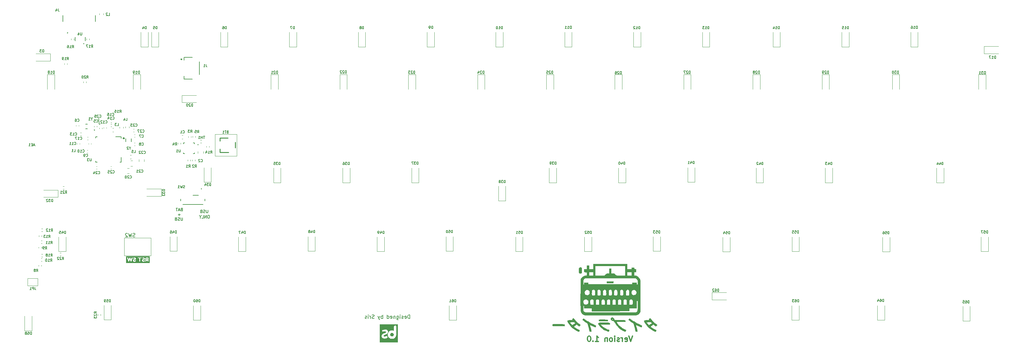
<source format=gbr>
%TF.GenerationSoftware,KiCad,Pcbnew,7.0.1-0*%
%TF.CreationDate,2023-08-04T20:55:53+05:30*%
%TF.ProjectId,Keyboard_60%,4b657962-6f61-4726-945f-3630252e6b69,rev?*%
%TF.SameCoordinates,Original*%
%TF.FileFunction,Legend,Bot*%
%TF.FilePolarity,Positive*%
%FSLAX46Y46*%
G04 Gerber Fmt 4.6, Leading zero omitted, Abs format (unit mm)*
G04 Created by KiCad (PCBNEW 7.0.1-0) date 2023-08-04 20:55:53*
%MOMM*%
%LPD*%
G01*
G04 APERTURE LIST*
%ADD10C,0.150000*%
%ADD11C,0.200000*%
%ADD12C,0.300000*%
%ADD13C,0.120000*%
%ADD14C,0.127000*%
%ADD15C,0.100000*%
%ADD16C,0.254000*%
G04 APERTURE END LIST*
D10*
X23850000Y-31300000D02*
X23930000Y-32930000D01*
X23930000Y-32930000D02*
X24110000Y-33120000D01*
D11*
X53944523Y-56702095D02*
X53944523Y-57349714D01*
X53944523Y-57349714D02*
X53906428Y-57425904D01*
X53906428Y-57425904D02*
X53868333Y-57464000D01*
X53868333Y-57464000D02*
X53792142Y-57502095D01*
X53792142Y-57502095D02*
X53639761Y-57502095D01*
X53639761Y-57502095D02*
X53563571Y-57464000D01*
X53563571Y-57464000D02*
X53525476Y-57425904D01*
X53525476Y-57425904D02*
X53487380Y-57349714D01*
X53487380Y-57349714D02*
X53487380Y-56702095D01*
X53144524Y-57464000D02*
X53030238Y-57502095D01*
X53030238Y-57502095D02*
X52839762Y-57502095D01*
X52839762Y-57502095D02*
X52763571Y-57464000D01*
X52763571Y-57464000D02*
X52725476Y-57425904D01*
X52725476Y-57425904D02*
X52687381Y-57349714D01*
X52687381Y-57349714D02*
X52687381Y-57273523D01*
X52687381Y-57273523D02*
X52725476Y-57197333D01*
X52725476Y-57197333D02*
X52763571Y-57159238D01*
X52763571Y-57159238D02*
X52839762Y-57121142D01*
X52839762Y-57121142D02*
X52992143Y-57083047D01*
X52992143Y-57083047D02*
X53068333Y-57044952D01*
X53068333Y-57044952D02*
X53106428Y-57006857D01*
X53106428Y-57006857D02*
X53144524Y-56930666D01*
X53144524Y-56930666D02*
X53144524Y-56854476D01*
X53144524Y-56854476D02*
X53106428Y-56778285D01*
X53106428Y-56778285D02*
X53068333Y-56740190D01*
X53068333Y-56740190D02*
X52992143Y-56702095D01*
X52992143Y-56702095D02*
X52801666Y-56702095D01*
X52801666Y-56702095D02*
X52687381Y-56740190D01*
X52077857Y-57083047D02*
X51963571Y-57121142D01*
X51963571Y-57121142D02*
X51925476Y-57159238D01*
X51925476Y-57159238D02*
X51887380Y-57235428D01*
X51887380Y-57235428D02*
X51887380Y-57349714D01*
X51887380Y-57349714D02*
X51925476Y-57425904D01*
X51925476Y-57425904D02*
X51963571Y-57464000D01*
X51963571Y-57464000D02*
X52039761Y-57502095D01*
X52039761Y-57502095D02*
X52344523Y-57502095D01*
X52344523Y-57502095D02*
X52344523Y-56702095D01*
X52344523Y-56702095D02*
X52077857Y-56702095D01*
X52077857Y-56702095D02*
X52001666Y-56740190D01*
X52001666Y-56740190D02*
X51963571Y-56778285D01*
X51963571Y-56778285D02*
X51925476Y-56854476D01*
X51925476Y-56854476D02*
X51925476Y-56930666D01*
X51925476Y-56930666D02*
X51963571Y-57006857D01*
X51963571Y-57006857D02*
X52001666Y-57044952D01*
X52001666Y-57044952D02*
X52077857Y-57083047D01*
X52077857Y-57083047D02*
X52344523Y-57083047D01*
D10*
X109661904Y-86677619D02*
X109661904Y-85677619D01*
X109661904Y-85677619D02*
X109423809Y-85677619D01*
X109423809Y-85677619D02*
X109280952Y-85725238D01*
X109280952Y-85725238D02*
X109185714Y-85820476D01*
X109185714Y-85820476D02*
X109138095Y-85915714D01*
X109138095Y-85915714D02*
X109090476Y-86106190D01*
X109090476Y-86106190D02*
X109090476Y-86249047D01*
X109090476Y-86249047D02*
X109138095Y-86439523D01*
X109138095Y-86439523D02*
X109185714Y-86534761D01*
X109185714Y-86534761D02*
X109280952Y-86630000D01*
X109280952Y-86630000D02*
X109423809Y-86677619D01*
X109423809Y-86677619D02*
X109661904Y-86677619D01*
X108280952Y-86630000D02*
X108376190Y-86677619D01*
X108376190Y-86677619D02*
X108566666Y-86677619D01*
X108566666Y-86677619D02*
X108661904Y-86630000D01*
X108661904Y-86630000D02*
X108709523Y-86534761D01*
X108709523Y-86534761D02*
X108709523Y-86153809D01*
X108709523Y-86153809D02*
X108661904Y-86058571D01*
X108661904Y-86058571D02*
X108566666Y-86010952D01*
X108566666Y-86010952D02*
X108376190Y-86010952D01*
X108376190Y-86010952D02*
X108280952Y-86058571D01*
X108280952Y-86058571D02*
X108233333Y-86153809D01*
X108233333Y-86153809D02*
X108233333Y-86249047D01*
X108233333Y-86249047D02*
X108709523Y-86344285D01*
X107852380Y-86630000D02*
X107757142Y-86677619D01*
X107757142Y-86677619D02*
X107566666Y-86677619D01*
X107566666Y-86677619D02*
X107471428Y-86630000D01*
X107471428Y-86630000D02*
X107423809Y-86534761D01*
X107423809Y-86534761D02*
X107423809Y-86487142D01*
X107423809Y-86487142D02*
X107471428Y-86391904D01*
X107471428Y-86391904D02*
X107566666Y-86344285D01*
X107566666Y-86344285D02*
X107709523Y-86344285D01*
X107709523Y-86344285D02*
X107804761Y-86296666D01*
X107804761Y-86296666D02*
X107852380Y-86201428D01*
X107852380Y-86201428D02*
X107852380Y-86153809D01*
X107852380Y-86153809D02*
X107804761Y-86058571D01*
X107804761Y-86058571D02*
X107709523Y-86010952D01*
X107709523Y-86010952D02*
X107566666Y-86010952D01*
X107566666Y-86010952D02*
X107471428Y-86058571D01*
X106995237Y-86677619D02*
X106995237Y-86010952D01*
X106995237Y-85677619D02*
X107042856Y-85725238D01*
X107042856Y-85725238D02*
X106995237Y-85772857D01*
X106995237Y-85772857D02*
X106947618Y-85725238D01*
X106947618Y-85725238D02*
X106995237Y-85677619D01*
X106995237Y-85677619D02*
X106995237Y-85772857D01*
X106090476Y-86010952D02*
X106090476Y-86820476D01*
X106090476Y-86820476D02*
X106138095Y-86915714D01*
X106138095Y-86915714D02*
X106185714Y-86963333D01*
X106185714Y-86963333D02*
X106280952Y-87010952D01*
X106280952Y-87010952D02*
X106423809Y-87010952D01*
X106423809Y-87010952D02*
X106519047Y-86963333D01*
X106090476Y-86630000D02*
X106185714Y-86677619D01*
X106185714Y-86677619D02*
X106376190Y-86677619D01*
X106376190Y-86677619D02*
X106471428Y-86630000D01*
X106471428Y-86630000D02*
X106519047Y-86582380D01*
X106519047Y-86582380D02*
X106566666Y-86487142D01*
X106566666Y-86487142D02*
X106566666Y-86201428D01*
X106566666Y-86201428D02*
X106519047Y-86106190D01*
X106519047Y-86106190D02*
X106471428Y-86058571D01*
X106471428Y-86058571D02*
X106376190Y-86010952D01*
X106376190Y-86010952D02*
X106185714Y-86010952D01*
X106185714Y-86010952D02*
X106090476Y-86058571D01*
X105614285Y-86010952D02*
X105614285Y-86677619D01*
X105614285Y-86106190D02*
X105566666Y-86058571D01*
X105566666Y-86058571D02*
X105471428Y-86010952D01*
X105471428Y-86010952D02*
X105328571Y-86010952D01*
X105328571Y-86010952D02*
X105233333Y-86058571D01*
X105233333Y-86058571D02*
X105185714Y-86153809D01*
X105185714Y-86153809D02*
X105185714Y-86677619D01*
X104328571Y-86630000D02*
X104423809Y-86677619D01*
X104423809Y-86677619D02*
X104614285Y-86677619D01*
X104614285Y-86677619D02*
X104709523Y-86630000D01*
X104709523Y-86630000D02*
X104757142Y-86534761D01*
X104757142Y-86534761D02*
X104757142Y-86153809D01*
X104757142Y-86153809D02*
X104709523Y-86058571D01*
X104709523Y-86058571D02*
X104614285Y-86010952D01*
X104614285Y-86010952D02*
X104423809Y-86010952D01*
X104423809Y-86010952D02*
X104328571Y-86058571D01*
X104328571Y-86058571D02*
X104280952Y-86153809D01*
X104280952Y-86153809D02*
X104280952Y-86249047D01*
X104280952Y-86249047D02*
X104757142Y-86344285D01*
X103423809Y-86677619D02*
X103423809Y-85677619D01*
X103423809Y-86630000D02*
X103519047Y-86677619D01*
X103519047Y-86677619D02*
X103709523Y-86677619D01*
X103709523Y-86677619D02*
X103804761Y-86630000D01*
X103804761Y-86630000D02*
X103852380Y-86582380D01*
X103852380Y-86582380D02*
X103899999Y-86487142D01*
X103899999Y-86487142D02*
X103899999Y-86201428D01*
X103899999Y-86201428D02*
X103852380Y-86106190D01*
X103852380Y-86106190D02*
X103804761Y-86058571D01*
X103804761Y-86058571D02*
X103709523Y-86010952D01*
X103709523Y-86010952D02*
X103519047Y-86010952D01*
X103519047Y-86010952D02*
X103423809Y-86058571D01*
X102185713Y-86677619D02*
X102185713Y-85677619D01*
X102185713Y-86058571D02*
X102090475Y-86010952D01*
X102090475Y-86010952D02*
X101899999Y-86010952D01*
X101899999Y-86010952D02*
X101804761Y-86058571D01*
X101804761Y-86058571D02*
X101757142Y-86106190D01*
X101757142Y-86106190D02*
X101709523Y-86201428D01*
X101709523Y-86201428D02*
X101709523Y-86487142D01*
X101709523Y-86487142D02*
X101757142Y-86582380D01*
X101757142Y-86582380D02*
X101804761Y-86630000D01*
X101804761Y-86630000D02*
X101899999Y-86677619D01*
X101899999Y-86677619D02*
X102090475Y-86677619D01*
X102090475Y-86677619D02*
X102185713Y-86630000D01*
X101376189Y-86010952D02*
X101138094Y-86677619D01*
X100899999Y-86010952D02*
X101138094Y-86677619D01*
X101138094Y-86677619D02*
X101233332Y-86915714D01*
X101233332Y-86915714D02*
X101280951Y-86963333D01*
X101280951Y-86963333D02*
X101376189Y-87010952D01*
X99804760Y-86630000D02*
X99661903Y-86677619D01*
X99661903Y-86677619D02*
X99423808Y-86677619D01*
X99423808Y-86677619D02*
X99328570Y-86630000D01*
X99328570Y-86630000D02*
X99280951Y-86582380D01*
X99280951Y-86582380D02*
X99233332Y-86487142D01*
X99233332Y-86487142D02*
X99233332Y-86391904D01*
X99233332Y-86391904D02*
X99280951Y-86296666D01*
X99280951Y-86296666D02*
X99328570Y-86249047D01*
X99328570Y-86249047D02*
X99423808Y-86201428D01*
X99423808Y-86201428D02*
X99614284Y-86153809D01*
X99614284Y-86153809D02*
X99709522Y-86106190D01*
X99709522Y-86106190D02*
X99757141Y-86058571D01*
X99757141Y-86058571D02*
X99804760Y-85963333D01*
X99804760Y-85963333D02*
X99804760Y-85868095D01*
X99804760Y-85868095D02*
X99757141Y-85772857D01*
X99757141Y-85772857D02*
X99709522Y-85725238D01*
X99709522Y-85725238D02*
X99614284Y-85677619D01*
X99614284Y-85677619D02*
X99376189Y-85677619D01*
X99376189Y-85677619D02*
X99233332Y-85725238D01*
X98804760Y-86677619D02*
X98804760Y-86010952D01*
X98804760Y-86201428D02*
X98757141Y-86106190D01*
X98757141Y-86106190D02*
X98709522Y-86058571D01*
X98709522Y-86058571D02*
X98614284Y-86010952D01*
X98614284Y-86010952D02*
X98519046Y-86010952D01*
X98185712Y-86677619D02*
X98185712Y-86010952D01*
X98185712Y-85677619D02*
X98233331Y-85725238D01*
X98233331Y-85725238D02*
X98185712Y-85772857D01*
X98185712Y-85772857D02*
X98138093Y-85725238D01*
X98138093Y-85725238D02*
X98185712Y-85677619D01*
X98185712Y-85677619D02*
X98185712Y-85772857D01*
X97757141Y-86630000D02*
X97661903Y-86677619D01*
X97661903Y-86677619D02*
X97471427Y-86677619D01*
X97471427Y-86677619D02*
X97376189Y-86630000D01*
X97376189Y-86630000D02*
X97328570Y-86534761D01*
X97328570Y-86534761D02*
X97328570Y-86487142D01*
X97328570Y-86487142D02*
X97376189Y-86391904D01*
X97376189Y-86391904D02*
X97471427Y-86344285D01*
X97471427Y-86344285D02*
X97614284Y-86344285D01*
X97614284Y-86344285D02*
X97709522Y-86296666D01*
X97709522Y-86296666D02*
X97757141Y-86201428D01*
X97757141Y-86201428D02*
X97757141Y-86153809D01*
X97757141Y-86153809D02*
X97709522Y-86058571D01*
X97709522Y-86058571D02*
X97614284Y-86010952D01*
X97614284Y-86010952D02*
X97471427Y-86010952D01*
X97471427Y-86010952D02*
X97376189Y-86058571D01*
D11*
X54192142Y-58202095D02*
X54039761Y-58202095D01*
X54039761Y-58202095D02*
X53963571Y-58240190D01*
X53963571Y-58240190D02*
X53887380Y-58316380D01*
X53887380Y-58316380D02*
X53849285Y-58468761D01*
X53849285Y-58468761D02*
X53849285Y-58735428D01*
X53849285Y-58735428D02*
X53887380Y-58887809D01*
X53887380Y-58887809D02*
X53963571Y-58964000D01*
X53963571Y-58964000D02*
X54039761Y-59002095D01*
X54039761Y-59002095D02*
X54192142Y-59002095D01*
X54192142Y-59002095D02*
X54268333Y-58964000D01*
X54268333Y-58964000D02*
X54344523Y-58887809D01*
X54344523Y-58887809D02*
X54382619Y-58735428D01*
X54382619Y-58735428D02*
X54382619Y-58468761D01*
X54382619Y-58468761D02*
X54344523Y-58316380D01*
X54344523Y-58316380D02*
X54268333Y-58240190D01*
X54268333Y-58240190D02*
X54192142Y-58202095D01*
X53506428Y-59002095D02*
X53506428Y-58202095D01*
X53506428Y-58202095D02*
X53049285Y-59002095D01*
X53049285Y-59002095D02*
X53049285Y-58202095D01*
X52287381Y-59002095D02*
X52668333Y-59002095D01*
X52668333Y-59002095D02*
X52668333Y-58202095D01*
X51868333Y-58621142D02*
X51868333Y-59002095D01*
X52135000Y-58202095D02*
X51868333Y-58621142D01*
X51868333Y-58621142D02*
X51601667Y-58202095D01*
D12*
X171157142Y-91516428D02*
X170657142Y-93016428D01*
X170657142Y-93016428D02*
X170157142Y-91516428D01*
X169085714Y-92945000D02*
X169228571Y-93016428D01*
X169228571Y-93016428D02*
X169514286Y-93016428D01*
X169514286Y-93016428D02*
X169657143Y-92945000D01*
X169657143Y-92945000D02*
X169728571Y-92802142D01*
X169728571Y-92802142D02*
X169728571Y-92230714D01*
X169728571Y-92230714D02*
X169657143Y-92087857D01*
X169657143Y-92087857D02*
X169514286Y-92016428D01*
X169514286Y-92016428D02*
X169228571Y-92016428D01*
X169228571Y-92016428D02*
X169085714Y-92087857D01*
X169085714Y-92087857D02*
X169014286Y-92230714D01*
X169014286Y-92230714D02*
X169014286Y-92373571D01*
X169014286Y-92373571D02*
X169728571Y-92516428D01*
X168371429Y-93016428D02*
X168371429Y-92016428D01*
X168371429Y-92302142D02*
X168300000Y-92159285D01*
X168300000Y-92159285D02*
X168228572Y-92087857D01*
X168228572Y-92087857D02*
X168085714Y-92016428D01*
X168085714Y-92016428D02*
X167942857Y-92016428D01*
X167514286Y-92945000D02*
X167371429Y-93016428D01*
X167371429Y-93016428D02*
X167085715Y-93016428D01*
X167085715Y-93016428D02*
X166942858Y-92945000D01*
X166942858Y-92945000D02*
X166871429Y-92802142D01*
X166871429Y-92802142D02*
X166871429Y-92730714D01*
X166871429Y-92730714D02*
X166942858Y-92587857D01*
X166942858Y-92587857D02*
X167085715Y-92516428D01*
X167085715Y-92516428D02*
X167300001Y-92516428D01*
X167300001Y-92516428D02*
X167442858Y-92445000D01*
X167442858Y-92445000D02*
X167514286Y-92302142D01*
X167514286Y-92302142D02*
X167514286Y-92230714D01*
X167514286Y-92230714D02*
X167442858Y-92087857D01*
X167442858Y-92087857D02*
X167300001Y-92016428D01*
X167300001Y-92016428D02*
X167085715Y-92016428D01*
X167085715Y-92016428D02*
X166942858Y-92087857D01*
X166228572Y-93016428D02*
X166228572Y-92016428D01*
X166228572Y-91516428D02*
X166300000Y-91587857D01*
X166300000Y-91587857D02*
X166228572Y-91659285D01*
X166228572Y-91659285D02*
X166157143Y-91587857D01*
X166157143Y-91587857D02*
X166228572Y-91516428D01*
X166228572Y-91516428D02*
X166228572Y-91659285D01*
X165300000Y-93016428D02*
X165442857Y-92945000D01*
X165442857Y-92945000D02*
X165514286Y-92873571D01*
X165514286Y-92873571D02*
X165585714Y-92730714D01*
X165585714Y-92730714D02*
X165585714Y-92302142D01*
X165585714Y-92302142D02*
X165514286Y-92159285D01*
X165514286Y-92159285D02*
X165442857Y-92087857D01*
X165442857Y-92087857D02*
X165300000Y-92016428D01*
X165300000Y-92016428D02*
X165085714Y-92016428D01*
X165085714Y-92016428D02*
X164942857Y-92087857D01*
X164942857Y-92087857D02*
X164871429Y-92159285D01*
X164871429Y-92159285D02*
X164800000Y-92302142D01*
X164800000Y-92302142D02*
X164800000Y-92730714D01*
X164800000Y-92730714D02*
X164871429Y-92873571D01*
X164871429Y-92873571D02*
X164942857Y-92945000D01*
X164942857Y-92945000D02*
X165085714Y-93016428D01*
X165085714Y-93016428D02*
X165300000Y-93016428D01*
X164157143Y-92016428D02*
X164157143Y-93016428D01*
X164157143Y-92159285D02*
X164085714Y-92087857D01*
X164085714Y-92087857D02*
X163942857Y-92016428D01*
X163942857Y-92016428D02*
X163728571Y-92016428D01*
X163728571Y-92016428D02*
X163585714Y-92087857D01*
X163585714Y-92087857D02*
X163514286Y-92230714D01*
X163514286Y-92230714D02*
X163514286Y-93016428D01*
X160871428Y-93016428D02*
X161728571Y-93016428D01*
X161300000Y-93016428D02*
X161300000Y-91516428D01*
X161300000Y-91516428D02*
X161442857Y-91730714D01*
X161442857Y-91730714D02*
X161585714Y-91873571D01*
X161585714Y-91873571D02*
X161728571Y-91945000D01*
X160228572Y-92873571D02*
X160157143Y-92945000D01*
X160157143Y-92945000D02*
X160228572Y-93016428D01*
X160228572Y-93016428D02*
X160300000Y-92945000D01*
X160300000Y-92945000D02*
X160228572Y-92873571D01*
X160228572Y-92873571D02*
X160228572Y-93016428D01*
X159228571Y-91516428D02*
X159085714Y-91516428D01*
X159085714Y-91516428D02*
X158942857Y-91587857D01*
X158942857Y-91587857D02*
X158871429Y-91659285D01*
X158871429Y-91659285D02*
X158800000Y-91802142D01*
X158800000Y-91802142D02*
X158728571Y-92087857D01*
X158728571Y-92087857D02*
X158728571Y-92445000D01*
X158728571Y-92445000D02*
X158800000Y-92730714D01*
X158800000Y-92730714D02*
X158871429Y-92873571D01*
X158871429Y-92873571D02*
X158942857Y-92945000D01*
X158942857Y-92945000D02*
X159085714Y-93016428D01*
X159085714Y-93016428D02*
X159228571Y-93016428D01*
X159228571Y-93016428D02*
X159371429Y-92945000D01*
X159371429Y-92945000D02*
X159442857Y-92873571D01*
X159442857Y-92873571D02*
X159514286Y-92730714D01*
X159514286Y-92730714D02*
X159585714Y-92445000D01*
X159585714Y-92445000D02*
X159585714Y-92087857D01*
X159585714Y-92087857D02*
X159514286Y-91802142D01*
X159514286Y-91802142D02*
X159442857Y-91659285D01*
X159442857Y-91659285D02*
X159371429Y-91587857D01*
X159371429Y-91587857D02*
X159228571Y-91516428D01*
D11*
X46677857Y-56591047D02*
X46563571Y-56629142D01*
X46563571Y-56629142D02*
X46525476Y-56667238D01*
X46525476Y-56667238D02*
X46487380Y-56743428D01*
X46487380Y-56743428D02*
X46487380Y-56857714D01*
X46487380Y-56857714D02*
X46525476Y-56933904D01*
X46525476Y-56933904D02*
X46563571Y-56972000D01*
X46563571Y-56972000D02*
X46639761Y-57010095D01*
X46639761Y-57010095D02*
X46944523Y-57010095D01*
X46944523Y-57010095D02*
X46944523Y-56210095D01*
X46944523Y-56210095D02*
X46677857Y-56210095D01*
X46677857Y-56210095D02*
X46601666Y-56248190D01*
X46601666Y-56248190D02*
X46563571Y-56286285D01*
X46563571Y-56286285D02*
X46525476Y-56362476D01*
X46525476Y-56362476D02*
X46525476Y-56438666D01*
X46525476Y-56438666D02*
X46563571Y-56514857D01*
X46563571Y-56514857D02*
X46601666Y-56552952D01*
X46601666Y-56552952D02*
X46677857Y-56591047D01*
X46677857Y-56591047D02*
X46944523Y-56591047D01*
X46182619Y-56781523D02*
X45801666Y-56781523D01*
X46258809Y-57010095D02*
X45992142Y-56210095D01*
X45992142Y-56210095D02*
X45725476Y-57010095D01*
X45573095Y-56210095D02*
X45115952Y-56210095D01*
X45344524Y-57010095D02*
X45344524Y-56210095D01*
X46334999Y-58001333D02*
X45725476Y-58001333D01*
X46030237Y-58306095D02*
X46030237Y-57696571D01*
X46944523Y-58802095D02*
X46944523Y-59449714D01*
X46944523Y-59449714D02*
X46906428Y-59525904D01*
X46906428Y-59525904D02*
X46868333Y-59564000D01*
X46868333Y-59564000D02*
X46792142Y-59602095D01*
X46792142Y-59602095D02*
X46639761Y-59602095D01*
X46639761Y-59602095D02*
X46563571Y-59564000D01*
X46563571Y-59564000D02*
X46525476Y-59525904D01*
X46525476Y-59525904D02*
X46487380Y-59449714D01*
X46487380Y-59449714D02*
X46487380Y-58802095D01*
X46144524Y-59564000D02*
X46030238Y-59602095D01*
X46030238Y-59602095D02*
X45839762Y-59602095D01*
X45839762Y-59602095D02*
X45763571Y-59564000D01*
X45763571Y-59564000D02*
X45725476Y-59525904D01*
X45725476Y-59525904D02*
X45687381Y-59449714D01*
X45687381Y-59449714D02*
X45687381Y-59373523D01*
X45687381Y-59373523D02*
X45725476Y-59297333D01*
X45725476Y-59297333D02*
X45763571Y-59259238D01*
X45763571Y-59259238D02*
X45839762Y-59221142D01*
X45839762Y-59221142D02*
X45992143Y-59183047D01*
X45992143Y-59183047D02*
X46068333Y-59144952D01*
X46068333Y-59144952D02*
X46106428Y-59106857D01*
X46106428Y-59106857D02*
X46144524Y-59030666D01*
X46144524Y-59030666D02*
X46144524Y-58954476D01*
X46144524Y-58954476D02*
X46106428Y-58878285D01*
X46106428Y-58878285D02*
X46068333Y-58840190D01*
X46068333Y-58840190D02*
X45992143Y-58802095D01*
X45992143Y-58802095D02*
X45801666Y-58802095D01*
X45801666Y-58802095D02*
X45687381Y-58840190D01*
X45077857Y-59183047D02*
X44963571Y-59221142D01*
X44963571Y-59221142D02*
X44925476Y-59259238D01*
X44925476Y-59259238D02*
X44887380Y-59335428D01*
X44887380Y-59335428D02*
X44887380Y-59449714D01*
X44887380Y-59449714D02*
X44925476Y-59525904D01*
X44925476Y-59525904D02*
X44963571Y-59564000D01*
X44963571Y-59564000D02*
X45039761Y-59602095D01*
X45039761Y-59602095D02*
X45344523Y-59602095D01*
X45344523Y-59602095D02*
X45344523Y-58802095D01*
X45344523Y-58802095D02*
X45077857Y-58802095D01*
X45077857Y-58802095D02*
X45001666Y-58840190D01*
X45001666Y-58840190D02*
X44963571Y-58878285D01*
X44963571Y-58878285D02*
X44925476Y-58954476D01*
X44925476Y-58954476D02*
X44925476Y-59030666D01*
X44925476Y-59030666D02*
X44963571Y-59106857D01*
X44963571Y-59106857D02*
X45001666Y-59144952D01*
X45001666Y-59144952D02*
X45077857Y-59183047D01*
X45077857Y-59183047D02*
X45344523Y-59183047D01*
D10*
%TO.C,C5*%
X23146666Y-32407166D02*
X23179999Y-32440500D01*
X23179999Y-32440500D02*
X23279999Y-32473833D01*
X23279999Y-32473833D02*
X23346666Y-32473833D01*
X23346666Y-32473833D02*
X23446666Y-32440500D01*
X23446666Y-32440500D02*
X23513333Y-32373833D01*
X23513333Y-32373833D02*
X23546666Y-32307166D01*
X23546666Y-32307166D02*
X23579999Y-32173833D01*
X23579999Y-32173833D02*
X23579999Y-32073833D01*
X23579999Y-32073833D02*
X23546666Y-31940500D01*
X23546666Y-31940500D02*
X23513333Y-31873833D01*
X23513333Y-31873833D02*
X23446666Y-31807166D01*
X23446666Y-31807166D02*
X23346666Y-31773833D01*
X23346666Y-31773833D02*
X23279999Y-31773833D01*
X23279999Y-31773833D02*
X23179999Y-31807166D01*
X23179999Y-31807166D02*
X23146666Y-31840500D01*
X22513333Y-31773833D02*
X22846666Y-31773833D01*
X22846666Y-31773833D02*
X22879999Y-32107166D01*
X22879999Y-32107166D02*
X22846666Y-32073833D01*
X22846666Y-32073833D02*
X22779999Y-32040500D01*
X22779999Y-32040500D02*
X22613333Y-32040500D01*
X22613333Y-32040500D02*
X22546666Y-32073833D01*
X22546666Y-32073833D02*
X22513333Y-32107166D01*
X22513333Y-32107166D02*
X22479999Y-32173833D01*
X22479999Y-32173833D02*
X22479999Y-32340500D01*
X22479999Y-32340500D02*
X22513333Y-32407166D01*
X22513333Y-32407166D02*
X22546666Y-32440500D01*
X22546666Y-32440500D02*
X22613333Y-32473833D01*
X22613333Y-32473833D02*
X22779999Y-32473833D01*
X22779999Y-32473833D02*
X22846666Y-32440500D01*
X22846666Y-32440500D02*
X22879999Y-32407166D01*
%TO.C,D47*%
X64250000Y-63223833D02*
X64250000Y-62523833D01*
X64250000Y-62523833D02*
X64083333Y-62523833D01*
X64083333Y-62523833D02*
X63983333Y-62557166D01*
X63983333Y-62557166D02*
X63916667Y-62623833D01*
X63916667Y-62623833D02*
X63883333Y-62690500D01*
X63883333Y-62690500D02*
X63850000Y-62823833D01*
X63850000Y-62823833D02*
X63850000Y-62923833D01*
X63850000Y-62923833D02*
X63883333Y-63057166D01*
X63883333Y-63057166D02*
X63916667Y-63123833D01*
X63916667Y-63123833D02*
X63983333Y-63190500D01*
X63983333Y-63190500D02*
X64083333Y-63223833D01*
X64083333Y-63223833D02*
X64250000Y-63223833D01*
X63250000Y-62757166D02*
X63250000Y-63223833D01*
X63416667Y-62490500D02*
X63583333Y-62990500D01*
X63583333Y-62990500D02*
X63150000Y-62990500D01*
X62950000Y-62523833D02*
X62483333Y-62523833D01*
X62483333Y-62523833D02*
X62783333Y-63223833D01*
%TO.C,D4*%
X36916666Y-6723833D02*
X36916666Y-6023833D01*
X36916666Y-6023833D02*
X36749999Y-6023833D01*
X36749999Y-6023833D02*
X36649999Y-6057166D01*
X36649999Y-6057166D02*
X36583333Y-6123833D01*
X36583333Y-6123833D02*
X36549999Y-6190500D01*
X36549999Y-6190500D02*
X36516666Y-6323833D01*
X36516666Y-6323833D02*
X36516666Y-6423833D01*
X36516666Y-6423833D02*
X36549999Y-6557166D01*
X36549999Y-6557166D02*
X36583333Y-6623833D01*
X36583333Y-6623833D02*
X36649999Y-6690500D01*
X36649999Y-6690500D02*
X36749999Y-6723833D01*
X36749999Y-6723833D02*
X36916666Y-6723833D01*
X35916666Y-6257166D02*
X35916666Y-6723833D01*
X36083333Y-5990500D02*
X36249999Y-6490500D01*
X36249999Y-6490500D02*
X35816666Y-6490500D01*
%TO.C,C14*%
X27620000Y-31587166D02*
X27653333Y-31620500D01*
X27653333Y-31620500D02*
X27753333Y-31653833D01*
X27753333Y-31653833D02*
X27820000Y-31653833D01*
X27820000Y-31653833D02*
X27920000Y-31620500D01*
X27920000Y-31620500D02*
X27986667Y-31553833D01*
X27986667Y-31553833D02*
X28020000Y-31487166D01*
X28020000Y-31487166D02*
X28053333Y-31353833D01*
X28053333Y-31353833D02*
X28053333Y-31253833D01*
X28053333Y-31253833D02*
X28020000Y-31120500D01*
X28020000Y-31120500D02*
X27986667Y-31053833D01*
X27986667Y-31053833D02*
X27920000Y-30987166D01*
X27920000Y-30987166D02*
X27820000Y-30953833D01*
X27820000Y-30953833D02*
X27753333Y-30953833D01*
X27753333Y-30953833D02*
X27653333Y-30987166D01*
X27653333Y-30987166D02*
X27620000Y-31020500D01*
X26953333Y-31653833D02*
X27353333Y-31653833D01*
X27153333Y-31653833D02*
X27153333Y-30953833D01*
X27153333Y-30953833D02*
X27220000Y-31053833D01*
X27220000Y-31053833D02*
X27286667Y-31120500D01*
X27286667Y-31120500D02*
X27353333Y-31153833D01*
X26353333Y-31187166D02*
X26353333Y-31653833D01*
X26520000Y-30920500D02*
X26686666Y-31420500D01*
X26686666Y-31420500D02*
X26253333Y-31420500D01*
%TO.C,D31*%
X268550000Y-19123833D02*
X268550000Y-18423833D01*
X268550000Y-18423833D02*
X268383333Y-18423833D01*
X268383333Y-18423833D02*
X268283333Y-18457166D01*
X268283333Y-18457166D02*
X268216667Y-18523833D01*
X268216667Y-18523833D02*
X268183333Y-18590500D01*
X268183333Y-18590500D02*
X268150000Y-18723833D01*
X268150000Y-18723833D02*
X268150000Y-18823833D01*
X268150000Y-18823833D02*
X268183333Y-18957166D01*
X268183333Y-18957166D02*
X268216667Y-19023833D01*
X268216667Y-19023833D02*
X268283333Y-19090500D01*
X268283333Y-19090500D02*
X268383333Y-19123833D01*
X268383333Y-19123833D02*
X268550000Y-19123833D01*
X267916667Y-18423833D02*
X267483333Y-18423833D01*
X267483333Y-18423833D02*
X267716667Y-18690500D01*
X267716667Y-18690500D02*
X267616667Y-18690500D01*
X267616667Y-18690500D02*
X267550000Y-18723833D01*
X267550000Y-18723833D02*
X267516667Y-18757166D01*
X267516667Y-18757166D02*
X267483333Y-18823833D01*
X267483333Y-18823833D02*
X267483333Y-18990500D01*
X267483333Y-18990500D02*
X267516667Y-19057166D01*
X267516667Y-19057166D02*
X267550000Y-19090500D01*
X267550000Y-19090500D02*
X267616667Y-19123833D01*
X267616667Y-19123833D02*
X267816667Y-19123833D01*
X267816667Y-19123833D02*
X267883333Y-19090500D01*
X267883333Y-19090500D02*
X267916667Y-19057166D01*
X266816666Y-19123833D02*
X267216666Y-19123833D01*
X267016666Y-19123833D02*
X267016666Y-18423833D01*
X267016666Y-18423833D02*
X267083333Y-18523833D01*
X267083333Y-18523833D02*
X267150000Y-18590500D01*
X267150000Y-18590500D02*
X267216666Y-18623833D01*
%TO.C,U3*%
X21748333Y-42473833D02*
X21748333Y-43040500D01*
X21748333Y-43040500D02*
X21715000Y-43107166D01*
X21715000Y-43107166D02*
X21681666Y-43140500D01*
X21681666Y-43140500D02*
X21615000Y-43173833D01*
X21615000Y-43173833D02*
X21481666Y-43173833D01*
X21481666Y-43173833D02*
X21415000Y-43140500D01*
X21415000Y-43140500D02*
X21381666Y-43107166D01*
X21381666Y-43107166D02*
X21348333Y-43040500D01*
X21348333Y-43040500D02*
X21348333Y-42473833D01*
X21081667Y-42473833D02*
X20648333Y-42473833D01*
X20648333Y-42473833D02*
X20881667Y-42740500D01*
X20881667Y-42740500D02*
X20781667Y-42740500D01*
X20781667Y-42740500D02*
X20715000Y-42773833D01*
X20715000Y-42773833D02*
X20681667Y-42807166D01*
X20681667Y-42807166D02*
X20648333Y-42873833D01*
X20648333Y-42873833D02*
X20648333Y-43040500D01*
X20648333Y-43040500D02*
X20681667Y-43107166D01*
X20681667Y-43107166D02*
X20715000Y-43140500D01*
X20715000Y-43140500D02*
X20781667Y-43173833D01*
X20781667Y-43173833D02*
X20981667Y-43173833D01*
X20981667Y-43173833D02*
X21048333Y-43140500D01*
X21048333Y-43140500D02*
X21081667Y-43107166D01*
%TO.C,C27*%
X35900000Y-35207166D02*
X35933333Y-35240500D01*
X35933333Y-35240500D02*
X36033333Y-35273833D01*
X36033333Y-35273833D02*
X36100000Y-35273833D01*
X36100000Y-35273833D02*
X36200000Y-35240500D01*
X36200000Y-35240500D02*
X36266667Y-35173833D01*
X36266667Y-35173833D02*
X36300000Y-35107166D01*
X36300000Y-35107166D02*
X36333333Y-34973833D01*
X36333333Y-34973833D02*
X36333333Y-34873833D01*
X36333333Y-34873833D02*
X36300000Y-34740500D01*
X36300000Y-34740500D02*
X36266667Y-34673833D01*
X36266667Y-34673833D02*
X36200000Y-34607166D01*
X36200000Y-34607166D02*
X36100000Y-34573833D01*
X36100000Y-34573833D02*
X36033333Y-34573833D01*
X36033333Y-34573833D02*
X35933333Y-34607166D01*
X35933333Y-34607166D02*
X35900000Y-34640500D01*
X35633333Y-34640500D02*
X35600000Y-34607166D01*
X35600000Y-34607166D02*
X35533333Y-34573833D01*
X35533333Y-34573833D02*
X35366667Y-34573833D01*
X35366667Y-34573833D02*
X35300000Y-34607166D01*
X35300000Y-34607166D02*
X35266667Y-34640500D01*
X35266667Y-34640500D02*
X35233333Y-34707166D01*
X35233333Y-34707166D02*
X35233333Y-34773833D01*
X35233333Y-34773833D02*
X35266667Y-34873833D01*
X35266667Y-34873833D02*
X35666667Y-35273833D01*
X35666667Y-35273833D02*
X35233333Y-35273833D01*
X35000000Y-34573833D02*
X34533333Y-34573833D01*
X34533333Y-34573833D02*
X34833333Y-35273833D01*
%TO.C,J1*%
X53433333Y-16463833D02*
X53433333Y-16963833D01*
X53433333Y-16963833D02*
X53466666Y-17063833D01*
X53466666Y-17063833D02*
X53533333Y-17130500D01*
X53533333Y-17130500D02*
X53633333Y-17163833D01*
X53633333Y-17163833D02*
X53700000Y-17163833D01*
X52733333Y-17163833D02*
X53133333Y-17163833D01*
X52933333Y-17163833D02*
X52933333Y-16463833D01*
X52933333Y-16463833D02*
X53000000Y-16563833D01*
X53000000Y-16563833D02*
X53066667Y-16630500D01*
X53066667Y-16630500D02*
X53133333Y-16663833D01*
%TO.C,D45*%
X14650000Y-63223833D02*
X14650000Y-62523833D01*
X14650000Y-62523833D02*
X14483333Y-62523833D01*
X14483333Y-62523833D02*
X14383333Y-62557166D01*
X14383333Y-62557166D02*
X14316667Y-62623833D01*
X14316667Y-62623833D02*
X14283333Y-62690500D01*
X14283333Y-62690500D02*
X14250000Y-62823833D01*
X14250000Y-62823833D02*
X14250000Y-62923833D01*
X14250000Y-62923833D02*
X14283333Y-63057166D01*
X14283333Y-63057166D02*
X14316667Y-63123833D01*
X14316667Y-63123833D02*
X14383333Y-63190500D01*
X14383333Y-63190500D02*
X14483333Y-63223833D01*
X14483333Y-63223833D02*
X14650000Y-63223833D01*
X13650000Y-62757166D02*
X13650000Y-63223833D01*
X13816667Y-62490500D02*
X13983333Y-62990500D01*
X13983333Y-62990500D02*
X13550000Y-62990500D01*
X12950000Y-62523833D02*
X13283333Y-62523833D01*
X13283333Y-62523833D02*
X13316666Y-62857166D01*
X13316666Y-62857166D02*
X13283333Y-62823833D01*
X13283333Y-62823833D02*
X13216666Y-62790500D01*
X13216666Y-62790500D02*
X13050000Y-62790500D01*
X13050000Y-62790500D02*
X12983333Y-62823833D01*
X12983333Y-62823833D02*
X12950000Y-62857166D01*
X12950000Y-62857166D02*
X12916666Y-62923833D01*
X12916666Y-62923833D02*
X12916666Y-63090500D01*
X12916666Y-63090500D02*
X12950000Y-63157166D01*
X12950000Y-63157166D02*
X12983333Y-63190500D01*
X12983333Y-63190500D02*
X13050000Y-63223833D01*
X13050000Y-63223833D02*
X13216666Y-63223833D01*
X13216666Y-63223833D02*
X13283333Y-63190500D01*
X13283333Y-63190500D02*
X13316666Y-63157166D01*
%TO.C,R23*%
X23208833Y-85239999D02*
X22875500Y-85006666D01*
X23208833Y-84839999D02*
X22508833Y-84839999D01*
X22508833Y-84839999D02*
X22508833Y-85106666D01*
X22508833Y-85106666D02*
X22542166Y-85173333D01*
X22542166Y-85173333D02*
X22575500Y-85206666D01*
X22575500Y-85206666D02*
X22642166Y-85239999D01*
X22642166Y-85239999D02*
X22742166Y-85239999D01*
X22742166Y-85239999D02*
X22808833Y-85206666D01*
X22808833Y-85206666D02*
X22842166Y-85173333D01*
X22842166Y-85173333D02*
X22875500Y-85106666D01*
X22875500Y-85106666D02*
X22875500Y-84839999D01*
X22575500Y-85506666D02*
X22542166Y-85539999D01*
X22542166Y-85539999D02*
X22508833Y-85606666D01*
X22508833Y-85606666D02*
X22508833Y-85773333D01*
X22508833Y-85773333D02*
X22542166Y-85839999D01*
X22542166Y-85839999D02*
X22575500Y-85873333D01*
X22575500Y-85873333D02*
X22642166Y-85906666D01*
X22642166Y-85906666D02*
X22708833Y-85906666D01*
X22708833Y-85906666D02*
X22808833Y-85873333D01*
X22808833Y-85873333D02*
X23208833Y-85473333D01*
X23208833Y-85473333D02*
X23208833Y-85906666D01*
X22508833Y-86140000D02*
X22508833Y-86573333D01*
X22508833Y-86573333D02*
X22775500Y-86340000D01*
X22775500Y-86340000D02*
X22775500Y-86440000D01*
X22775500Y-86440000D02*
X22808833Y-86506666D01*
X22808833Y-86506666D02*
X22842166Y-86540000D01*
X22842166Y-86540000D02*
X22908833Y-86573333D01*
X22908833Y-86573333D02*
X23075500Y-86573333D01*
X23075500Y-86573333D02*
X23142166Y-86540000D01*
X23142166Y-86540000D02*
X23175500Y-86506666D01*
X23175500Y-86506666D02*
X23208833Y-86440000D01*
X23208833Y-86440000D02*
X23208833Y-86240000D01*
X23208833Y-86240000D02*
X23175500Y-86173333D01*
X23175500Y-86173333D02*
X23142166Y-86140000D01*
%TO.C,D9*%
X116016666Y-6623833D02*
X116016666Y-5923833D01*
X116016666Y-5923833D02*
X115849999Y-5923833D01*
X115849999Y-5923833D02*
X115749999Y-5957166D01*
X115749999Y-5957166D02*
X115683333Y-6023833D01*
X115683333Y-6023833D02*
X115649999Y-6090500D01*
X115649999Y-6090500D02*
X115616666Y-6223833D01*
X115616666Y-6223833D02*
X115616666Y-6323833D01*
X115616666Y-6323833D02*
X115649999Y-6457166D01*
X115649999Y-6457166D02*
X115683333Y-6523833D01*
X115683333Y-6523833D02*
X115749999Y-6590500D01*
X115749999Y-6590500D02*
X115849999Y-6623833D01*
X115849999Y-6623833D02*
X116016666Y-6623833D01*
X115283333Y-6623833D02*
X115149999Y-6623833D01*
X115149999Y-6623833D02*
X115083333Y-6590500D01*
X115083333Y-6590500D02*
X115049999Y-6557166D01*
X115049999Y-6557166D02*
X114983333Y-6457166D01*
X114983333Y-6457166D02*
X114949999Y-6323833D01*
X114949999Y-6323833D02*
X114949999Y-6057166D01*
X114949999Y-6057166D02*
X114983333Y-5990500D01*
X114983333Y-5990500D02*
X115016666Y-5957166D01*
X115016666Y-5957166D02*
X115083333Y-5923833D01*
X115083333Y-5923833D02*
X115216666Y-5923833D01*
X115216666Y-5923833D02*
X115283333Y-5957166D01*
X115283333Y-5957166D02*
X115316666Y-5990500D01*
X115316666Y-5990500D02*
X115349999Y-6057166D01*
X115349999Y-6057166D02*
X115349999Y-6223833D01*
X115349999Y-6223833D02*
X115316666Y-6290500D01*
X115316666Y-6290500D02*
X115283333Y-6323833D01*
X115283333Y-6323833D02*
X115216666Y-6357166D01*
X115216666Y-6357166D02*
X115083333Y-6357166D01*
X115083333Y-6357166D02*
X115016666Y-6323833D01*
X115016666Y-6323833D02*
X114983333Y-6290500D01*
X114983333Y-6290500D02*
X114949999Y-6223833D01*
%TO.C,D5*%
X39916666Y-6723833D02*
X39916666Y-6023833D01*
X39916666Y-6023833D02*
X39749999Y-6023833D01*
X39749999Y-6023833D02*
X39649999Y-6057166D01*
X39649999Y-6057166D02*
X39583333Y-6123833D01*
X39583333Y-6123833D02*
X39549999Y-6190500D01*
X39549999Y-6190500D02*
X39516666Y-6323833D01*
X39516666Y-6323833D02*
X39516666Y-6423833D01*
X39516666Y-6423833D02*
X39549999Y-6557166D01*
X39549999Y-6557166D02*
X39583333Y-6623833D01*
X39583333Y-6623833D02*
X39649999Y-6690500D01*
X39649999Y-6690500D02*
X39749999Y-6723833D01*
X39749999Y-6723833D02*
X39916666Y-6723833D01*
X38883333Y-6023833D02*
X39216666Y-6023833D01*
X39216666Y-6023833D02*
X39249999Y-6357166D01*
X39249999Y-6357166D02*
X39216666Y-6323833D01*
X39216666Y-6323833D02*
X39149999Y-6290500D01*
X39149999Y-6290500D02*
X38983333Y-6290500D01*
X38983333Y-6290500D02*
X38916666Y-6323833D01*
X38916666Y-6323833D02*
X38883333Y-6357166D01*
X38883333Y-6357166D02*
X38849999Y-6423833D01*
X38849999Y-6423833D02*
X38849999Y-6590500D01*
X38849999Y-6590500D02*
X38883333Y-6657166D01*
X38883333Y-6657166D02*
X38916666Y-6690500D01*
X38916666Y-6690500D02*
X38983333Y-6723833D01*
X38983333Y-6723833D02*
X39149999Y-6723833D01*
X39149999Y-6723833D02*
X39216666Y-6690500D01*
X39216666Y-6690500D02*
X39249999Y-6657166D01*
%TO.C,D62*%
X194950000Y-79223833D02*
X194950000Y-78523833D01*
X194950000Y-78523833D02*
X194783333Y-78523833D01*
X194783333Y-78523833D02*
X194683333Y-78557166D01*
X194683333Y-78557166D02*
X194616667Y-78623833D01*
X194616667Y-78623833D02*
X194583333Y-78690500D01*
X194583333Y-78690500D02*
X194550000Y-78823833D01*
X194550000Y-78823833D02*
X194550000Y-78923833D01*
X194550000Y-78923833D02*
X194583333Y-79057166D01*
X194583333Y-79057166D02*
X194616667Y-79123833D01*
X194616667Y-79123833D02*
X194683333Y-79190500D01*
X194683333Y-79190500D02*
X194783333Y-79223833D01*
X194783333Y-79223833D02*
X194950000Y-79223833D01*
X193950000Y-78523833D02*
X194083333Y-78523833D01*
X194083333Y-78523833D02*
X194150000Y-78557166D01*
X194150000Y-78557166D02*
X194183333Y-78590500D01*
X194183333Y-78590500D02*
X194250000Y-78690500D01*
X194250000Y-78690500D02*
X194283333Y-78823833D01*
X194283333Y-78823833D02*
X194283333Y-79090500D01*
X194283333Y-79090500D02*
X194250000Y-79157166D01*
X194250000Y-79157166D02*
X194216667Y-79190500D01*
X194216667Y-79190500D02*
X194150000Y-79223833D01*
X194150000Y-79223833D02*
X194016667Y-79223833D01*
X194016667Y-79223833D02*
X193950000Y-79190500D01*
X193950000Y-79190500D02*
X193916667Y-79157166D01*
X193916667Y-79157166D02*
X193883333Y-79090500D01*
X193883333Y-79090500D02*
X193883333Y-78923833D01*
X193883333Y-78923833D02*
X193916667Y-78857166D01*
X193916667Y-78857166D02*
X193950000Y-78823833D01*
X193950000Y-78823833D02*
X194016667Y-78790500D01*
X194016667Y-78790500D02*
X194150000Y-78790500D01*
X194150000Y-78790500D02*
X194216667Y-78823833D01*
X194216667Y-78823833D02*
X194250000Y-78857166D01*
X194250000Y-78857166D02*
X194283333Y-78923833D01*
X193616666Y-78590500D02*
X193583333Y-78557166D01*
X193583333Y-78557166D02*
X193516666Y-78523833D01*
X193516666Y-78523833D02*
X193350000Y-78523833D01*
X193350000Y-78523833D02*
X193283333Y-78557166D01*
X193283333Y-78557166D02*
X193250000Y-78590500D01*
X193250000Y-78590500D02*
X193216666Y-78657166D01*
X193216666Y-78657166D02*
X193216666Y-78723833D01*
X193216666Y-78723833D02*
X193250000Y-78823833D01*
X193250000Y-78823833D02*
X193650000Y-79223833D01*
X193650000Y-79223833D02*
X193216666Y-79223833D01*
%TO.C,D26*%
X168050000Y-19123833D02*
X168050000Y-18423833D01*
X168050000Y-18423833D02*
X167883333Y-18423833D01*
X167883333Y-18423833D02*
X167783333Y-18457166D01*
X167783333Y-18457166D02*
X167716667Y-18523833D01*
X167716667Y-18523833D02*
X167683333Y-18590500D01*
X167683333Y-18590500D02*
X167650000Y-18723833D01*
X167650000Y-18723833D02*
X167650000Y-18823833D01*
X167650000Y-18823833D02*
X167683333Y-18957166D01*
X167683333Y-18957166D02*
X167716667Y-19023833D01*
X167716667Y-19023833D02*
X167783333Y-19090500D01*
X167783333Y-19090500D02*
X167883333Y-19123833D01*
X167883333Y-19123833D02*
X168050000Y-19123833D01*
X167383333Y-18490500D02*
X167350000Y-18457166D01*
X167350000Y-18457166D02*
X167283333Y-18423833D01*
X167283333Y-18423833D02*
X167116667Y-18423833D01*
X167116667Y-18423833D02*
X167050000Y-18457166D01*
X167050000Y-18457166D02*
X167016667Y-18490500D01*
X167016667Y-18490500D02*
X166983333Y-18557166D01*
X166983333Y-18557166D02*
X166983333Y-18623833D01*
X166983333Y-18623833D02*
X167016667Y-18723833D01*
X167016667Y-18723833D02*
X167416667Y-19123833D01*
X167416667Y-19123833D02*
X166983333Y-19123833D01*
X166383333Y-18423833D02*
X166516666Y-18423833D01*
X166516666Y-18423833D02*
X166583333Y-18457166D01*
X166583333Y-18457166D02*
X166616666Y-18490500D01*
X166616666Y-18490500D02*
X166683333Y-18590500D01*
X166683333Y-18590500D02*
X166716666Y-18723833D01*
X166716666Y-18723833D02*
X166716666Y-18990500D01*
X166716666Y-18990500D02*
X166683333Y-19057166D01*
X166683333Y-19057166D02*
X166650000Y-19090500D01*
X166650000Y-19090500D02*
X166583333Y-19123833D01*
X166583333Y-19123833D02*
X166450000Y-19123833D01*
X166450000Y-19123833D02*
X166383333Y-19090500D01*
X166383333Y-19090500D02*
X166350000Y-19057166D01*
X166350000Y-19057166D02*
X166316666Y-18990500D01*
X166316666Y-18990500D02*
X166316666Y-18823833D01*
X166316666Y-18823833D02*
X166350000Y-18757166D01*
X166350000Y-18757166D02*
X166383333Y-18723833D01*
X166383333Y-18723833D02*
X166450000Y-18690500D01*
X166450000Y-18690500D02*
X166583333Y-18690500D01*
X166583333Y-18690500D02*
X166650000Y-18723833D01*
X166650000Y-18723833D02*
X166683333Y-18757166D01*
X166683333Y-18757166D02*
X166716666Y-18823833D01*
%TO.C,D21*%
X73150000Y-19023833D02*
X73150000Y-18323833D01*
X73150000Y-18323833D02*
X72983333Y-18323833D01*
X72983333Y-18323833D02*
X72883333Y-18357166D01*
X72883333Y-18357166D02*
X72816667Y-18423833D01*
X72816667Y-18423833D02*
X72783333Y-18490500D01*
X72783333Y-18490500D02*
X72750000Y-18623833D01*
X72750000Y-18623833D02*
X72750000Y-18723833D01*
X72750000Y-18723833D02*
X72783333Y-18857166D01*
X72783333Y-18857166D02*
X72816667Y-18923833D01*
X72816667Y-18923833D02*
X72883333Y-18990500D01*
X72883333Y-18990500D02*
X72983333Y-19023833D01*
X72983333Y-19023833D02*
X73150000Y-19023833D01*
X72483333Y-18390500D02*
X72450000Y-18357166D01*
X72450000Y-18357166D02*
X72383333Y-18323833D01*
X72383333Y-18323833D02*
X72216667Y-18323833D01*
X72216667Y-18323833D02*
X72150000Y-18357166D01*
X72150000Y-18357166D02*
X72116667Y-18390500D01*
X72116667Y-18390500D02*
X72083333Y-18457166D01*
X72083333Y-18457166D02*
X72083333Y-18523833D01*
X72083333Y-18523833D02*
X72116667Y-18623833D01*
X72116667Y-18623833D02*
X72516667Y-19023833D01*
X72516667Y-19023833D02*
X72083333Y-19023833D01*
X71416666Y-19023833D02*
X71816666Y-19023833D01*
X71616666Y-19023833D02*
X71616666Y-18323833D01*
X71616666Y-18323833D02*
X71683333Y-18423833D01*
X71683333Y-18423833D02*
X71750000Y-18490500D01*
X71750000Y-18490500D02*
X71816666Y-18523833D01*
%TO.C,D23*%
X111050000Y-19023833D02*
X111050000Y-18323833D01*
X111050000Y-18323833D02*
X110883333Y-18323833D01*
X110883333Y-18323833D02*
X110783333Y-18357166D01*
X110783333Y-18357166D02*
X110716667Y-18423833D01*
X110716667Y-18423833D02*
X110683333Y-18490500D01*
X110683333Y-18490500D02*
X110650000Y-18623833D01*
X110650000Y-18623833D02*
X110650000Y-18723833D01*
X110650000Y-18723833D02*
X110683333Y-18857166D01*
X110683333Y-18857166D02*
X110716667Y-18923833D01*
X110716667Y-18923833D02*
X110783333Y-18990500D01*
X110783333Y-18990500D02*
X110883333Y-19023833D01*
X110883333Y-19023833D02*
X111050000Y-19023833D01*
X110383333Y-18390500D02*
X110350000Y-18357166D01*
X110350000Y-18357166D02*
X110283333Y-18323833D01*
X110283333Y-18323833D02*
X110116667Y-18323833D01*
X110116667Y-18323833D02*
X110050000Y-18357166D01*
X110050000Y-18357166D02*
X110016667Y-18390500D01*
X110016667Y-18390500D02*
X109983333Y-18457166D01*
X109983333Y-18457166D02*
X109983333Y-18523833D01*
X109983333Y-18523833D02*
X110016667Y-18623833D01*
X110016667Y-18623833D02*
X110416667Y-19023833D01*
X110416667Y-19023833D02*
X109983333Y-19023833D01*
X109750000Y-18323833D02*
X109316666Y-18323833D01*
X109316666Y-18323833D02*
X109550000Y-18590500D01*
X109550000Y-18590500D02*
X109450000Y-18590500D01*
X109450000Y-18590500D02*
X109383333Y-18623833D01*
X109383333Y-18623833D02*
X109350000Y-18657166D01*
X109350000Y-18657166D02*
X109316666Y-18723833D01*
X109316666Y-18723833D02*
X109316666Y-18890500D01*
X109316666Y-18890500D02*
X109350000Y-18957166D01*
X109350000Y-18957166D02*
X109383333Y-18990500D01*
X109383333Y-18990500D02*
X109450000Y-19023833D01*
X109450000Y-19023833D02*
X109650000Y-19023833D01*
X109650000Y-19023833D02*
X109716666Y-18990500D01*
X109716666Y-18990500D02*
X109750000Y-18957166D01*
%TO.C,D39*%
X150050000Y-44123833D02*
X150050000Y-43423833D01*
X150050000Y-43423833D02*
X149883333Y-43423833D01*
X149883333Y-43423833D02*
X149783333Y-43457166D01*
X149783333Y-43457166D02*
X149716667Y-43523833D01*
X149716667Y-43523833D02*
X149683333Y-43590500D01*
X149683333Y-43590500D02*
X149650000Y-43723833D01*
X149650000Y-43723833D02*
X149650000Y-43823833D01*
X149650000Y-43823833D02*
X149683333Y-43957166D01*
X149683333Y-43957166D02*
X149716667Y-44023833D01*
X149716667Y-44023833D02*
X149783333Y-44090500D01*
X149783333Y-44090500D02*
X149883333Y-44123833D01*
X149883333Y-44123833D02*
X150050000Y-44123833D01*
X149416667Y-43423833D02*
X148983333Y-43423833D01*
X148983333Y-43423833D02*
X149216667Y-43690500D01*
X149216667Y-43690500D02*
X149116667Y-43690500D01*
X149116667Y-43690500D02*
X149050000Y-43723833D01*
X149050000Y-43723833D02*
X149016667Y-43757166D01*
X149016667Y-43757166D02*
X148983333Y-43823833D01*
X148983333Y-43823833D02*
X148983333Y-43990500D01*
X148983333Y-43990500D02*
X149016667Y-44057166D01*
X149016667Y-44057166D02*
X149050000Y-44090500D01*
X149050000Y-44090500D02*
X149116667Y-44123833D01*
X149116667Y-44123833D02*
X149316667Y-44123833D01*
X149316667Y-44123833D02*
X149383333Y-44090500D01*
X149383333Y-44090500D02*
X149416667Y-44057166D01*
X148650000Y-44123833D02*
X148516666Y-44123833D01*
X148516666Y-44123833D02*
X148450000Y-44090500D01*
X148450000Y-44090500D02*
X148416666Y-44057166D01*
X148416666Y-44057166D02*
X148350000Y-43957166D01*
X148350000Y-43957166D02*
X148316666Y-43823833D01*
X148316666Y-43823833D02*
X148316666Y-43557166D01*
X148316666Y-43557166D02*
X148350000Y-43490500D01*
X148350000Y-43490500D02*
X148383333Y-43457166D01*
X148383333Y-43457166D02*
X148450000Y-43423833D01*
X148450000Y-43423833D02*
X148583333Y-43423833D01*
X148583333Y-43423833D02*
X148650000Y-43457166D01*
X148650000Y-43457166D02*
X148683333Y-43490500D01*
X148683333Y-43490500D02*
X148716666Y-43557166D01*
X148716666Y-43557166D02*
X148716666Y-43723833D01*
X148716666Y-43723833D02*
X148683333Y-43790500D01*
X148683333Y-43790500D02*
X148650000Y-43823833D01*
X148650000Y-43823833D02*
X148583333Y-43857166D01*
X148583333Y-43857166D02*
X148450000Y-43857166D01*
X148450000Y-43857166D02*
X148383333Y-43823833D01*
X148383333Y-43823833D02*
X148350000Y-43790500D01*
X148350000Y-43790500D02*
X148316666Y-43723833D01*
%TO.C,D37*%
X111950000Y-44123833D02*
X111950000Y-43423833D01*
X111950000Y-43423833D02*
X111783333Y-43423833D01*
X111783333Y-43423833D02*
X111683333Y-43457166D01*
X111683333Y-43457166D02*
X111616667Y-43523833D01*
X111616667Y-43523833D02*
X111583333Y-43590500D01*
X111583333Y-43590500D02*
X111550000Y-43723833D01*
X111550000Y-43723833D02*
X111550000Y-43823833D01*
X111550000Y-43823833D02*
X111583333Y-43957166D01*
X111583333Y-43957166D02*
X111616667Y-44023833D01*
X111616667Y-44023833D02*
X111683333Y-44090500D01*
X111683333Y-44090500D02*
X111783333Y-44123833D01*
X111783333Y-44123833D02*
X111950000Y-44123833D01*
X111316667Y-43423833D02*
X110883333Y-43423833D01*
X110883333Y-43423833D02*
X111116667Y-43690500D01*
X111116667Y-43690500D02*
X111016667Y-43690500D01*
X111016667Y-43690500D02*
X110950000Y-43723833D01*
X110950000Y-43723833D02*
X110916667Y-43757166D01*
X110916667Y-43757166D02*
X110883333Y-43823833D01*
X110883333Y-43823833D02*
X110883333Y-43990500D01*
X110883333Y-43990500D02*
X110916667Y-44057166D01*
X110916667Y-44057166D02*
X110950000Y-44090500D01*
X110950000Y-44090500D02*
X111016667Y-44123833D01*
X111016667Y-44123833D02*
X111216667Y-44123833D01*
X111216667Y-44123833D02*
X111283333Y-44090500D01*
X111283333Y-44090500D02*
X111316667Y-44057166D01*
X110650000Y-43423833D02*
X110183333Y-43423833D01*
X110183333Y-43423833D02*
X110483333Y-44123833D01*
%TO.C,D32*%
X11085000Y-54423833D02*
X11085000Y-53723833D01*
X11085000Y-53723833D02*
X10918333Y-53723833D01*
X10918333Y-53723833D02*
X10818333Y-53757166D01*
X10818333Y-53757166D02*
X10751667Y-53823833D01*
X10751667Y-53823833D02*
X10718333Y-53890500D01*
X10718333Y-53890500D02*
X10685000Y-54023833D01*
X10685000Y-54023833D02*
X10685000Y-54123833D01*
X10685000Y-54123833D02*
X10718333Y-54257166D01*
X10718333Y-54257166D02*
X10751667Y-54323833D01*
X10751667Y-54323833D02*
X10818333Y-54390500D01*
X10818333Y-54390500D02*
X10918333Y-54423833D01*
X10918333Y-54423833D02*
X11085000Y-54423833D01*
X10451667Y-53723833D02*
X10018333Y-53723833D01*
X10018333Y-53723833D02*
X10251667Y-53990500D01*
X10251667Y-53990500D02*
X10151667Y-53990500D01*
X10151667Y-53990500D02*
X10085000Y-54023833D01*
X10085000Y-54023833D02*
X10051667Y-54057166D01*
X10051667Y-54057166D02*
X10018333Y-54123833D01*
X10018333Y-54123833D02*
X10018333Y-54290500D01*
X10018333Y-54290500D02*
X10051667Y-54357166D01*
X10051667Y-54357166D02*
X10085000Y-54390500D01*
X10085000Y-54390500D02*
X10151667Y-54423833D01*
X10151667Y-54423833D02*
X10351667Y-54423833D01*
X10351667Y-54423833D02*
X10418333Y-54390500D01*
X10418333Y-54390500D02*
X10451667Y-54357166D01*
X9751666Y-53790500D02*
X9718333Y-53757166D01*
X9718333Y-53757166D02*
X9651666Y-53723833D01*
X9651666Y-53723833D02*
X9485000Y-53723833D01*
X9485000Y-53723833D02*
X9418333Y-53757166D01*
X9418333Y-53757166D02*
X9385000Y-53790500D01*
X9385000Y-53790500D02*
X9351666Y-53857166D01*
X9351666Y-53857166D02*
X9351666Y-53923833D01*
X9351666Y-53923833D02*
X9385000Y-54023833D01*
X9385000Y-54023833D02*
X9785000Y-54423833D01*
X9785000Y-54423833D02*
X9351666Y-54423833D01*
%TO.C,SW1*%
X47533333Y-50630500D02*
X47433333Y-50663833D01*
X47433333Y-50663833D02*
X47266667Y-50663833D01*
X47266667Y-50663833D02*
X47200000Y-50630500D01*
X47200000Y-50630500D02*
X47166667Y-50597166D01*
X47166667Y-50597166D02*
X47133333Y-50530500D01*
X47133333Y-50530500D02*
X47133333Y-50463833D01*
X47133333Y-50463833D02*
X47166667Y-50397166D01*
X47166667Y-50397166D02*
X47200000Y-50363833D01*
X47200000Y-50363833D02*
X47266667Y-50330500D01*
X47266667Y-50330500D02*
X47400000Y-50297166D01*
X47400000Y-50297166D02*
X47466667Y-50263833D01*
X47466667Y-50263833D02*
X47500000Y-50230500D01*
X47500000Y-50230500D02*
X47533333Y-50163833D01*
X47533333Y-50163833D02*
X47533333Y-50097166D01*
X47533333Y-50097166D02*
X47500000Y-50030500D01*
X47500000Y-50030500D02*
X47466667Y-49997166D01*
X47466667Y-49997166D02*
X47400000Y-49963833D01*
X47400000Y-49963833D02*
X47233333Y-49963833D01*
X47233333Y-49963833D02*
X47133333Y-49997166D01*
X46900000Y-49963833D02*
X46733333Y-50663833D01*
X46733333Y-50663833D02*
X46600000Y-50163833D01*
X46600000Y-50163833D02*
X46466666Y-50663833D01*
X46466666Y-50663833D02*
X46300000Y-49963833D01*
X45666666Y-50663833D02*
X46066666Y-50663833D01*
X45866666Y-50663833D02*
X45866666Y-49963833D01*
X45866666Y-49963833D02*
X45933333Y-50063833D01*
X45933333Y-50063833D02*
X46000000Y-50130500D01*
X46000000Y-50130500D02*
X46066666Y-50163833D01*
%TO.C,D64*%
X240450000Y-82023833D02*
X240450000Y-81323833D01*
X240450000Y-81323833D02*
X240283333Y-81323833D01*
X240283333Y-81323833D02*
X240183333Y-81357166D01*
X240183333Y-81357166D02*
X240116667Y-81423833D01*
X240116667Y-81423833D02*
X240083333Y-81490500D01*
X240083333Y-81490500D02*
X240050000Y-81623833D01*
X240050000Y-81623833D02*
X240050000Y-81723833D01*
X240050000Y-81723833D02*
X240083333Y-81857166D01*
X240083333Y-81857166D02*
X240116667Y-81923833D01*
X240116667Y-81923833D02*
X240183333Y-81990500D01*
X240183333Y-81990500D02*
X240283333Y-82023833D01*
X240283333Y-82023833D02*
X240450000Y-82023833D01*
X239450000Y-81323833D02*
X239583333Y-81323833D01*
X239583333Y-81323833D02*
X239650000Y-81357166D01*
X239650000Y-81357166D02*
X239683333Y-81390500D01*
X239683333Y-81390500D02*
X239750000Y-81490500D01*
X239750000Y-81490500D02*
X239783333Y-81623833D01*
X239783333Y-81623833D02*
X239783333Y-81890500D01*
X239783333Y-81890500D02*
X239750000Y-81957166D01*
X239750000Y-81957166D02*
X239716667Y-81990500D01*
X239716667Y-81990500D02*
X239650000Y-82023833D01*
X239650000Y-82023833D02*
X239516667Y-82023833D01*
X239516667Y-82023833D02*
X239450000Y-81990500D01*
X239450000Y-81990500D02*
X239416667Y-81957166D01*
X239416667Y-81957166D02*
X239383333Y-81890500D01*
X239383333Y-81890500D02*
X239383333Y-81723833D01*
X239383333Y-81723833D02*
X239416667Y-81657166D01*
X239416667Y-81657166D02*
X239450000Y-81623833D01*
X239450000Y-81623833D02*
X239516667Y-81590500D01*
X239516667Y-81590500D02*
X239650000Y-81590500D01*
X239650000Y-81590500D02*
X239716667Y-81623833D01*
X239716667Y-81623833D02*
X239750000Y-81657166D01*
X239750000Y-81657166D02*
X239783333Y-81723833D01*
X238783333Y-81557166D02*
X238783333Y-82023833D01*
X238950000Y-81290500D02*
X239116666Y-81790500D01*
X239116666Y-81790500D02*
X238683333Y-81790500D01*
%TO.C,D33*%
X42023833Y-51049999D02*
X41323833Y-51049999D01*
X41323833Y-51049999D02*
X41323833Y-51216666D01*
X41323833Y-51216666D02*
X41357166Y-51316666D01*
X41357166Y-51316666D02*
X41423833Y-51383333D01*
X41423833Y-51383333D02*
X41490500Y-51416666D01*
X41490500Y-51416666D02*
X41623833Y-51449999D01*
X41623833Y-51449999D02*
X41723833Y-51449999D01*
X41723833Y-51449999D02*
X41857166Y-51416666D01*
X41857166Y-51416666D02*
X41923833Y-51383333D01*
X41923833Y-51383333D02*
X41990500Y-51316666D01*
X41990500Y-51316666D02*
X42023833Y-51216666D01*
X42023833Y-51216666D02*
X42023833Y-51049999D01*
X41323833Y-51683333D02*
X41323833Y-52116666D01*
X41323833Y-52116666D02*
X41590500Y-51883333D01*
X41590500Y-51883333D02*
X41590500Y-51983333D01*
X41590500Y-51983333D02*
X41623833Y-52049999D01*
X41623833Y-52049999D02*
X41657166Y-52083333D01*
X41657166Y-52083333D02*
X41723833Y-52116666D01*
X41723833Y-52116666D02*
X41890500Y-52116666D01*
X41890500Y-52116666D02*
X41957166Y-52083333D01*
X41957166Y-52083333D02*
X41990500Y-52049999D01*
X41990500Y-52049999D02*
X42023833Y-51983333D01*
X42023833Y-51983333D02*
X42023833Y-51783333D01*
X42023833Y-51783333D02*
X41990500Y-51716666D01*
X41990500Y-51716666D02*
X41957166Y-51683333D01*
X41323833Y-52350000D02*
X41323833Y-52783333D01*
X41323833Y-52783333D02*
X41590500Y-52550000D01*
X41590500Y-52550000D02*
X41590500Y-52650000D01*
X41590500Y-52650000D02*
X41623833Y-52716666D01*
X41623833Y-52716666D02*
X41657166Y-52750000D01*
X41657166Y-52750000D02*
X41723833Y-52783333D01*
X41723833Y-52783333D02*
X41890500Y-52783333D01*
X41890500Y-52783333D02*
X41957166Y-52750000D01*
X41957166Y-52750000D02*
X41990500Y-52716666D01*
X41990500Y-52716666D02*
X42023833Y-52650000D01*
X42023833Y-52650000D02*
X42023833Y-52450000D01*
X42023833Y-52450000D02*
X41990500Y-52383333D01*
X41990500Y-52383333D02*
X41957166Y-52350000D01*
%TO.C,D27*%
X187050000Y-19023833D02*
X187050000Y-18323833D01*
X187050000Y-18323833D02*
X186883333Y-18323833D01*
X186883333Y-18323833D02*
X186783333Y-18357166D01*
X186783333Y-18357166D02*
X186716667Y-18423833D01*
X186716667Y-18423833D02*
X186683333Y-18490500D01*
X186683333Y-18490500D02*
X186650000Y-18623833D01*
X186650000Y-18623833D02*
X186650000Y-18723833D01*
X186650000Y-18723833D02*
X186683333Y-18857166D01*
X186683333Y-18857166D02*
X186716667Y-18923833D01*
X186716667Y-18923833D02*
X186783333Y-18990500D01*
X186783333Y-18990500D02*
X186883333Y-19023833D01*
X186883333Y-19023833D02*
X187050000Y-19023833D01*
X186383333Y-18390500D02*
X186350000Y-18357166D01*
X186350000Y-18357166D02*
X186283333Y-18323833D01*
X186283333Y-18323833D02*
X186116667Y-18323833D01*
X186116667Y-18323833D02*
X186050000Y-18357166D01*
X186050000Y-18357166D02*
X186016667Y-18390500D01*
X186016667Y-18390500D02*
X185983333Y-18457166D01*
X185983333Y-18457166D02*
X185983333Y-18523833D01*
X185983333Y-18523833D02*
X186016667Y-18623833D01*
X186016667Y-18623833D02*
X186416667Y-19023833D01*
X186416667Y-19023833D02*
X185983333Y-19023833D01*
X185750000Y-18323833D02*
X185283333Y-18323833D01*
X185283333Y-18323833D02*
X185583333Y-19023833D01*
%TO.C,D58*%
X5250000Y-91123833D02*
X5250000Y-90423833D01*
X5250000Y-90423833D02*
X5083333Y-90423833D01*
X5083333Y-90423833D02*
X4983333Y-90457166D01*
X4983333Y-90457166D02*
X4916667Y-90523833D01*
X4916667Y-90523833D02*
X4883333Y-90590500D01*
X4883333Y-90590500D02*
X4850000Y-90723833D01*
X4850000Y-90723833D02*
X4850000Y-90823833D01*
X4850000Y-90823833D02*
X4883333Y-90957166D01*
X4883333Y-90957166D02*
X4916667Y-91023833D01*
X4916667Y-91023833D02*
X4983333Y-91090500D01*
X4983333Y-91090500D02*
X5083333Y-91123833D01*
X5083333Y-91123833D02*
X5250000Y-91123833D01*
X4216667Y-90423833D02*
X4550000Y-90423833D01*
X4550000Y-90423833D02*
X4583333Y-90757166D01*
X4583333Y-90757166D02*
X4550000Y-90723833D01*
X4550000Y-90723833D02*
X4483333Y-90690500D01*
X4483333Y-90690500D02*
X4316667Y-90690500D01*
X4316667Y-90690500D02*
X4250000Y-90723833D01*
X4250000Y-90723833D02*
X4216667Y-90757166D01*
X4216667Y-90757166D02*
X4183333Y-90823833D01*
X4183333Y-90823833D02*
X4183333Y-90990500D01*
X4183333Y-90990500D02*
X4216667Y-91057166D01*
X4216667Y-91057166D02*
X4250000Y-91090500D01*
X4250000Y-91090500D02*
X4316667Y-91123833D01*
X4316667Y-91123833D02*
X4483333Y-91123833D01*
X4483333Y-91123833D02*
X4550000Y-91090500D01*
X4550000Y-91090500D02*
X4583333Y-91057166D01*
X3783333Y-90723833D02*
X3850000Y-90690500D01*
X3850000Y-90690500D02*
X3883333Y-90657166D01*
X3883333Y-90657166D02*
X3916666Y-90590500D01*
X3916666Y-90590500D02*
X3916666Y-90557166D01*
X3916666Y-90557166D02*
X3883333Y-90490500D01*
X3883333Y-90490500D02*
X3850000Y-90457166D01*
X3850000Y-90457166D02*
X3783333Y-90423833D01*
X3783333Y-90423833D02*
X3650000Y-90423833D01*
X3650000Y-90423833D02*
X3583333Y-90457166D01*
X3583333Y-90457166D02*
X3550000Y-90490500D01*
X3550000Y-90490500D02*
X3516666Y-90557166D01*
X3516666Y-90557166D02*
X3516666Y-90590500D01*
X3516666Y-90590500D02*
X3550000Y-90657166D01*
X3550000Y-90657166D02*
X3583333Y-90690500D01*
X3583333Y-90690500D02*
X3650000Y-90723833D01*
X3650000Y-90723833D02*
X3783333Y-90723833D01*
X3783333Y-90723833D02*
X3850000Y-90757166D01*
X3850000Y-90757166D02*
X3883333Y-90790500D01*
X3883333Y-90790500D02*
X3916666Y-90857166D01*
X3916666Y-90857166D02*
X3916666Y-90990500D01*
X3916666Y-90990500D02*
X3883333Y-91057166D01*
X3883333Y-91057166D02*
X3850000Y-91090500D01*
X3850000Y-91090500D02*
X3783333Y-91123833D01*
X3783333Y-91123833D02*
X3650000Y-91123833D01*
X3650000Y-91123833D02*
X3583333Y-91090500D01*
X3583333Y-91090500D02*
X3550000Y-91057166D01*
X3550000Y-91057166D02*
X3516666Y-90990500D01*
X3516666Y-90990500D02*
X3516666Y-90857166D01*
X3516666Y-90857166D02*
X3550000Y-90790500D01*
X3550000Y-90790500D02*
X3583333Y-90757166D01*
X3583333Y-90757166D02*
X3650000Y-90723833D01*
%TO.C,C17*%
X18700000Y-37207166D02*
X18733333Y-37240500D01*
X18733333Y-37240500D02*
X18833333Y-37273833D01*
X18833333Y-37273833D02*
X18900000Y-37273833D01*
X18900000Y-37273833D02*
X19000000Y-37240500D01*
X19000000Y-37240500D02*
X19066667Y-37173833D01*
X19066667Y-37173833D02*
X19100000Y-37107166D01*
X19100000Y-37107166D02*
X19133333Y-36973833D01*
X19133333Y-36973833D02*
X19133333Y-36873833D01*
X19133333Y-36873833D02*
X19100000Y-36740500D01*
X19100000Y-36740500D02*
X19066667Y-36673833D01*
X19066667Y-36673833D02*
X19000000Y-36607166D01*
X19000000Y-36607166D02*
X18900000Y-36573833D01*
X18900000Y-36573833D02*
X18833333Y-36573833D01*
X18833333Y-36573833D02*
X18733333Y-36607166D01*
X18733333Y-36607166D02*
X18700000Y-36640500D01*
X18033333Y-37273833D02*
X18433333Y-37273833D01*
X18233333Y-37273833D02*
X18233333Y-36573833D01*
X18233333Y-36573833D02*
X18300000Y-36673833D01*
X18300000Y-36673833D02*
X18366667Y-36740500D01*
X18366667Y-36740500D02*
X18433333Y-36773833D01*
X17800000Y-36573833D02*
X17333333Y-36573833D01*
X17333333Y-36573833D02*
X17633333Y-37273833D01*
%TO.C,R18*%
X10575000Y-69523833D02*
X10808333Y-69190500D01*
X10975000Y-69523833D02*
X10975000Y-68823833D01*
X10975000Y-68823833D02*
X10708333Y-68823833D01*
X10708333Y-68823833D02*
X10641667Y-68857166D01*
X10641667Y-68857166D02*
X10608333Y-68890500D01*
X10608333Y-68890500D02*
X10575000Y-68957166D01*
X10575000Y-68957166D02*
X10575000Y-69057166D01*
X10575000Y-69057166D02*
X10608333Y-69123833D01*
X10608333Y-69123833D02*
X10641667Y-69157166D01*
X10641667Y-69157166D02*
X10708333Y-69190500D01*
X10708333Y-69190500D02*
X10975000Y-69190500D01*
X9908333Y-69523833D02*
X10308333Y-69523833D01*
X10108333Y-69523833D02*
X10108333Y-68823833D01*
X10108333Y-68823833D02*
X10175000Y-68923833D01*
X10175000Y-68923833D02*
X10241667Y-68990500D01*
X10241667Y-68990500D02*
X10308333Y-69023833D01*
X9508333Y-69123833D02*
X9575000Y-69090500D01*
X9575000Y-69090500D02*
X9608333Y-69057166D01*
X9608333Y-69057166D02*
X9641666Y-68990500D01*
X9641666Y-68990500D02*
X9641666Y-68957166D01*
X9641666Y-68957166D02*
X9608333Y-68890500D01*
X9608333Y-68890500D02*
X9575000Y-68857166D01*
X9575000Y-68857166D02*
X9508333Y-68823833D01*
X9508333Y-68823833D02*
X9375000Y-68823833D01*
X9375000Y-68823833D02*
X9308333Y-68857166D01*
X9308333Y-68857166D02*
X9275000Y-68890500D01*
X9275000Y-68890500D02*
X9241666Y-68957166D01*
X9241666Y-68957166D02*
X9241666Y-68990500D01*
X9241666Y-68990500D02*
X9275000Y-69057166D01*
X9275000Y-69057166D02*
X9308333Y-69090500D01*
X9308333Y-69090500D02*
X9375000Y-69123833D01*
X9375000Y-69123833D02*
X9508333Y-69123833D01*
X9508333Y-69123833D02*
X9575000Y-69157166D01*
X9575000Y-69157166D02*
X9608333Y-69190500D01*
X9608333Y-69190500D02*
X9641666Y-69257166D01*
X9641666Y-69257166D02*
X9641666Y-69390500D01*
X9641666Y-69390500D02*
X9608333Y-69457166D01*
X9608333Y-69457166D02*
X9575000Y-69490500D01*
X9575000Y-69490500D02*
X9508333Y-69523833D01*
X9508333Y-69523833D02*
X9375000Y-69523833D01*
X9375000Y-69523833D02*
X9308333Y-69490500D01*
X9308333Y-69490500D02*
X9275000Y-69457166D01*
X9275000Y-69457166D02*
X9241666Y-69390500D01*
X9241666Y-69390500D02*
X9241666Y-69257166D01*
X9241666Y-69257166D02*
X9275000Y-69190500D01*
X9275000Y-69190500D02*
X9308333Y-69157166D01*
X9308333Y-69157166D02*
X9375000Y-69123833D01*
%TO.C,R15*%
X29560000Y-29793833D02*
X29793333Y-29460500D01*
X29960000Y-29793833D02*
X29960000Y-29093833D01*
X29960000Y-29093833D02*
X29693333Y-29093833D01*
X29693333Y-29093833D02*
X29626667Y-29127166D01*
X29626667Y-29127166D02*
X29593333Y-29160500D01*
X29593333Y-29160500D02*
X29560000Y-29227166D01*
X29560000Y-29227166D02*
X29560000Y-29327166D01*
X29560000Y-29327166D02*
X29593333Y-29393833D01*
X29593333Y-29393833D02*
X29626667Y-29427166D01*
X29626667Y-29427166D02*
X29693333Y-29460500D01*
X29693333Y-29460500D02*
X29960000Y-29460500D01*
X28893333Y-29793833D02*
X29293333Y-29793833D01*
X29093333Y-29793833D02*
X29093333Y-29093833D01*
X29093333Y-29093833D02*
X29160000Y-29193833D01*
X29160000Y-29193833D02*
X29226667Y-29260500D01*
X29226667Y-29260500D02*
X29293333Y-29293833D01*
X28260000Y-29093833D02*
X28593333Y-29093833D01*
X28593333Y-29093833D02*
X28626666Y-29427166D01*
X28626666Y-29427166D02*
X28593333Y-29393833D01*
X28593333Y-29393833D02*
X28526666Y-29360500D01*
X28526666Y-29360500D02*
X28360000Y-29360500D01*
X28360000Y-29360500D02*
X28293333Y-29393833D01*
X28293333Y-29393833D02*
X28260000Y-29427166D01*
X28260000Y-29427166D02*
X28226666Y-29493833D01*
X28226666Y-29493833D02*
X28226666Y-29660500D01*
X28226666Y-29660500D02*
X28260000Y-29727166D01*
X28260000Y-29727166D02*
X28293333Y-29760500D01*
X28293333Y-29760500D02*
X28360000Y-29793833D01*
X28360000Y-29793833D02*
X28526666Y-29793833D01*
X28526666Y-29793833D02*
X28593333Y-29760500D01*
X28593333Y-29760500D02*
X28626666Y-29727166D01*
%TO.C,C24*%
X23665000Y-46707166D02*
X23698333Y-46740500D01*
X23698333Y-46740500D02*
X23798333Y-46773833D01*
X23798333Y-46773833D02*
X23865000Y-46773833D01*
X23865000Y-46773833D02*
X23965000Y-46740500D01*
X23965000Y-46740500D02*
X24031667Y-46673833D01*
X24031667Y-46673833D02*
X24065000Y-46607166D01*
X24065000Y-46607166D02*
X24098333Y-46473833D01*
X24098333Y-46473833D02*
X24098333Y-46373833D01*
X24098333Y-46373833D02*
X24065000Y-46240500D01*
X24065000Y-46240500D02*
X24031667Y-46173833D01*
X24031667Y-46173833D02*
X23965000Y-46107166D01*
X23965000Y-46107166D02*
X23865000Y-46073833D01*
X23865000Y-46073833D02*
X23798333Y-46073833D01*
X23798333Y-46073833D02*
X23698333Y-46107166D01*
X23698333Y-46107166D02*
X23665000Y-46140500D01*
X23398333Y-46140500D02*
X23365000Y-46107166D01*
X23365000Y-46107166D02*
X23298333Y-46073833D01*
X23298333Y-46073833D02*
X23131667Y-46073833D01*
X23131667Y-46073833D02*
X23065000Y-46107166D01*
X23065000Y-46107166D02*
X23031667Y-46140500D01*
X23031667Y-46140500D02*
X22998333Y-46207166D01*
X22998333Y-46207166D02*
X22998333Y-46273833D01*
X22998333Y-46273833D02*
X23031667Y-46373833D01*
X23031667Y-46373833D02*
X23431667Y-46773833D01*
X23431667Y-46773833D02*
X22998333Y-46773833D01*
X22398333Y-46307166D02*
X22398333Y-46773833D01*
X22565000Y-46040500D02*
X22731666Y-46540500D01*
X22731666Y-46540500D02*
X22298333Y-46540500D01*
%TO.C,C21*%
X35565000Y-46247166D02*
X35598333Y-46280500D01*
X35598333Y-46280500D02*
X35698333Y-46313833D01*
X35698333Y-46313833D02*
X35765000Y-46313833D01*
X35765000Y-46313833D02*
X35865000Y-46280500D01*
X35865000Y-46280500D02*
X35931667Y-46213833D01*
X35931667Y-46213833D02*
X35965000Y-46147166D01*
X35965000Y-46147166D02*
X35998333Y-46013833D01*
X35998333Y-46013833D02*
X35998333Y-45913833D01*
X35998333Y-45913833D02*
X35965000Y-45780500D01*
X35965000Y-45780500D02*
X35931667Y-45713833D01*
X35931667Y-45713833D02*
X35865000Y-45647166D01*
X35865000Y-45647166D02*
X35765000Y-45613833D01*
X35765000Y-45613833D02*
X35698333Y-45613833D01*
X35698333Y-45613833D02*
X35598333Y-45647166D01*
X35598333Y-45647166D02*
X35565000Y-45680500D01*
X35298333Y-45680500D02*
X35265000Y-45647166D01*
X35265000Y-45647166D02*
X35198333Y-45613833D01*
X35198333Y-45613833D02*
X35031667Y-45613833D01*
X35031667Y-45613833D02*
X34965000Y-45647166D01*
X34965000Y-45647166D02*
X34931667Y-45680500D01*
X34931667Y-45680500D02*
X34898333Y-45747166D01*
X34898333Y-45747166D02*
X34898333Y-45813833D01*
X34898333Y-45813833D02*
X34931667Y-45913833D01*
X34931667Y-45913833D02*
X35331667Y-46313833D01*
X35331667Y-46313833D02*
X34898333Y-46313833D01*
X34231666Y-46313833D02*
X34631666Y-46313833D01*
X34431666Y-46313833D02*
X34431666Y-45613833D01*
X34431666Y-45613833D02*
X34498333Y-45713833D01*
X34498333Y-45713833D02*
X34565000Y-45780500D01*
X34565000Y-45780500D02*
X34631666Y-45813833D01*
%TO.C,D35*%
X73850000Y-44223833D02*
X73850000Y-43523833D01*
X73850000Y-43523833D02*
X73683333Y-43523833D01*
X73683333Y-43523833D02*
X73583333Y-43557166D01*
X73583333Y-43557166D02*
X73516667Y-43623833D01*
X73516667Y-43623833D02*
X73483333Y-43690500D01*
X73483333Y-43690500D02*
X73450000Y-43823833D01*
X73450000Y-43823833D02*
X73450000Y-43923833D01*
X73450000Y-43923833D02*
X73483333Y-44057166D01*
X73483333Y-44057166D02*
X73516667Y-44123833D01*
X73516667Y-44123833D02*
X73583333Y-44190500D01*
X73583333Y-44190500D02*
X73683333Y-44223833D01*
X73683333Y-44223833D02*
X73850000Y-44223833D01*
X73216667Y-43523833D02*
X72783333Y-43523833D01*
X72783333Y-43523833D02*
X73016667Y-43790500D01*
X73016667Y-43790500D02*
X72916667Y-43790500D01*
X72916667Y-43790500D02*
X72850000Y-43823833D01*
X72850000Y-43823833D02*
X72816667Y-43857166D01*
X72816667Y-43857166D02*
X72783333Y-43923833D01*
X72783333Y-43923833D02*
X72783333Y-44090500D01*
X72783333Y-44090500D02*
X72816667Y-44157166D01*
X72816667Y-44157166D02*
X72850000Y-44190500D01*
X72850000Y-44190500D02*
X72916667Y-44223833D01*
X72916667Y-44223833D02*
X73116667Y-44223833D01*
X73116667Y-44223833D02*
X73183333Y-44190500D01*
X73183333Y-44190500D02*
X73216667Y-44157166D01*
X72150000Y-43523833D02*
X72483333Y-43523833D01*
X72483333Y-43523833D02*
X72516666Y-43857166D01*
X72516666Y-43857166D02*
X72483333Y-43823833D01*
X72483333Y-43823833D02*
X72416666Y-43790500D01*
X72416666Y-43790500D02*
X72250000Y-43790500D01*
X72250000Y-43790500D02*
X72183333Y-43823833D01*
X72183333Y-43823833D02*
X72150000Y-43857166D01*
X72150000Y-43857166D02*
X72116666Y-43923833D01*
X72116666Y-43923833D02*
X72116666Y-44090500D01*
X72116666Y-44090500D02*
X72150000Y-44157166D01*
X72150000Y-44157166D02*
X72183333Y-44190500D01*
X72183333Y-44190500D02*
X72250000Y-44223833D01*
X72250000Y-44223833D02*
X72416666Y-44223833D01*
X72416666Y-44223833D02*
X72483333Y-44190500D01*
X72483333Y-44190500D02*
X72516666Y-44157166D01*
%TO.C,D53*%
X178650000Y-63123833D02*
X178650000Y-62423833D01*
X178650000Y-62423833D02*
X178483333Y-62423833D01*
X178483333Y-62423833D02*
X178383333Y-62457166D01*
X178383333Y-62457166D02*
X178316667Y-62523833D01*
X178316667Y-62523833D02*
X178283333Y-62590500D01*
X178283333Y-62590500D02*
X178250000Y-62723833D01*
X178250000Y-62723833D02*
X178250000Y-62823833D01*
X178250000Y-62823833D02*
X178283333Y-62957166D01*
X178283333Y-62957166D02*
X178316667Y-63023833D01*
X178316667Y-63023833D02*
X178383333Y-63090500D01*
X178383333Y-63090500D02*
X178483333Y-63123833D01*
X178483333Y-63123833D02*
X178650000Y-63123833D01*
X177616667Y-62423833D02*
X177950000Y-62423833D01*
X177950000Y-62423833D02*
X177983333Y-62757166D01*
X177983333Y-62757166D02*
X177950000Y-62723833D01*
X177950000Y-62723833D02*
X177883333Y-62690500D01*
X177883333Y-62690500D02*
X177716667Y-62690500D01*
X177716667Y-62690500D02*
X177650000Y-62723833D01*
X177650000Y-62723833D02*
X177616667Y-62757166D01*
X177616667Y-62757166D02*
X177583333Y-62823833D01*
X177583333Y-62823833D02*
X177583333Y-62990500D01*
X177583333Y-62990500D02*
X177616667Y-63057166D01*
X177616667Y-63057166D02*
X177650000Y-63090500D01*
X177650000Y-63090500D02*
X177716667Y-63123833D01*
X177716667Y-63123833D02*
X177883333Y-63123833D01*
X177883333Y-63123833D02*
X177950000Y-63090500D01*
X177950000Y-63090500D02*
X177983333Y-63057166D01*
X177350000Y-62423833D02*
X176916666Y-62423833D01*
X176916666Y-62423833D02*
X177150000Y-62690500D01*
X177150000Y-62690500D02*
X177050000Y-62690500D01*
X177050000Y-62690500D02*
X176983333Y-62723833D01*
X176983333Y-62723833D02*
X176950000Y-62757166D01*
X176950000Y-62757166D02*
X176916666Y-62823833D01*
X176916666Y-62823833D02*
X176916666Y-62990500D01*
X176916666Y-62990500D02*
X176950000Y-63057166D01*
X176950000Y-63057166D02*
X176983333Y-63090500D01*
X176983333Y-63090500D02*
X177050000Y-63123833D01*
X177050000Y-63123833D02*
X177250000Y-63123833D01*
X177250000Y-63123833D02*
X177316666Y-63090500D01*
X177316666Y-63090500D02*
X177350000Y-63057166D01*
%TO.C,D48*%
X83450000Y-63023833D02*
X83450000Y-62323833D01*
X83450000Y-62323833D02*
X83283333Y-62323833D01*
X83283333Y-62323833D02*
X83183333Y-62357166D01*
X83183333Y-62357166D02*
X83116667Y-62423833D01*
X83116667Y-62423833D02*
X83083333Y-62490500D01*
X83083333Y-62490500D02*
X83050000Y-62623833D01*
X83050000Y-62623833D02*
X83050000Y-62723833D01*
X83050000Y-62723833D02*
X83083333Y-62857166D01*
X83083333Y-62857166D02*
X83116667Y-62923833D01*
X83116667Y-62923833D02*
X83183333Y-62990500D01*
X83183333Y-62990500D02*
X83283333Y-63023833D01*
X83283333Y-63023833D02*
X83450000Y-63023833D01*
X82450000Y-62557166D02*
X82450000Y-63023833D01*
X82616667Y-62290500D02*
X82783333Y-62790500D01*
X82783333Y-62790500D02*
X82350000Y-62790500D01*
X81983333Y-62623833D02*
X82050000Y-62590500D01*
X82050000Y-62590500D02*
X82083333Y-62557166D01*
X82083333Y-62557166D02*
X82116666Y-62490500D01*
X82116666Y-62490500D02*
X82116666Y-62457166D01*
X82116666Y-62457166D02*
X82083333Y-62390500D01*
X82083333Y-62390500D02*
X82050000Y-62357166D01*
X82050000Y-62357166D02*
X81983333Y-62323833D01*
X81983333Y-62323833D02*
X81850000Y-62323833D01*
X81850000Y-62323833D02*
X81783333Y-62357166D01*
X81783333Y-62357166D02*
X81750000Y-62390500D01*
X81750000Y-62390500D02*
X81716666Y-62457166D01*
X81716666Y-62457166D02*
X81716666Y-62490500D01*
X81716666Y-62490500D02*
X81750000Y-62557166D01*
X81750000Y-62557166D02*
X81783333Y-62590500D01*
X81783333Y-62590500D02*
X81850000Y-62623833D01*
X81850000Y-62623833D02*
X81983333Y-62623833D01*
X81983333Y-62623833D02*
X82050000Y-62657166D01*
X82050000Y-62657166D02*
X82083333Y-62690500D01*
X82083333Y-62690500D02*
X82116666Y-62757166D01*
X82116666Y-62757166D02*
X82116666Y-62890500D01*
X82116666Y-62890500D02*
X82083333Y-62957166D01*
X82083333Y-62957166D02*
X82050000Y-62990500D01*
X82050000Y-62990500D02*
X81983333Y-63023833D01*
X81983333Y-63023833D02*
X81850000Y-63023833D01*
X81850000Y-63023833D02*
X81783333Y-62990500D01*
X81783333Y-62990500D02*
X81750000Y-62957166D01*
X81750000Y-62957166D02*
X81716666Y-62890500D01*
X81716666Y-62890500D02*
X81716666Y-62757166D01*
X81716666Y-62757166D02*
X81750000Y-62690500D01*
X81750000Y-62690500D02*
X81783333Y-62657166D01*
X81783333Y-62657166D02*
X81850000Y-62623833D01*
%TO.C,D24*%
X130150000Y-19023833D02*
X130150000Y-18323833D01*
X130150000Y-18323833D02*
X129983333Y-18323833D01*
X129983333Y-18323833D02*
X129883333Y-18357166D01*
X129883333Y-18357166D02*
X129816667Y-18423833D01*
X129816667Y-18423833D02*
X129783333Y-18490500D01*
X129783333Y-18490500D02*
X129750000Y-18623833D01*
X129750000Y-18623833D02*
X129750000Y-18723833D01*
X129750000Y-18723833D02*
X129783333Y-18857166D01*
X129783333Y-18857166D02*
X129816667Y-18923833D01*
X129816667Y-18923833D02*
X129883333Y-18990500D01*
X129883333Y-18990500D02*
X129983333Y-19023833D01*
X129983333Y-19023833D02*
X130150000Y-19023833D01*
X129483333Y-18390500D02*
X129450000Y-18357166D01*
X129450000Y-18357166D02*
X129383333Y-18323833D01*
X129383333Y-18323833D02*
X129216667Y-18323833D01*
X129216667Y-18323833D02*
X129150000Y-18357166D01*
X129150000Y-18357166D02*
X129116667Y-18390500D01*
X129116667Y-18390500D02*
X129083333Y-18457166D01*
X129083333Y-18457166D02*
X129083333Y-18523833D01*
X129083333Y-18523833D02*
X129116667Y-18623833D01*
X129116667Y-18623833D02*
X129516667Y-19023833D01*
X129516667Y-19023833D02*
X129083333Y-19023833D01*
X128483333Y-18557166D02*
X128483333Y-19023833D01*
X128650000Y-18290500D02*
X128816666Y-18790500D01*
X128816666Y-18790500D02*
X128383333Y-18790500D01*
%TO.C,R9*%
X9016666Y-67523833D02*
X9249999Y-67190500D01*
X9416666Y-67523833D02*
X9416666Y-66823833D01*
X9416666Y-66823833D02*
X9149999Y-66823833D01*
X9149999Y-66823833D02*
X9083333Y-66857166D01*
X9083333Y-66857166D02*
X9049999Y-66890500D01*
X9049999Y-66890500D02*
X9016666Y-66957166D01*
X9016666Y-66957166D02*
X9016666Y-67057166D01*
X9016666Y-67057166D02*
X9049999Y-67123833D01*
X9049999Y-67123833D02*
X9083333Y-67157166D01*
X9083333Y-67157166D02*
X9149999Y-67190500D01*
X9149999Y-67190500D02*
X9416666Y-67190500D01*
X8683333Y-67523833D02*
X8549999Y-67523833D01*
X8549999Y-67523833D02*
X8483333Y-67490500D01*
X8483333Y-67490500D02*
X8449999Y-67457166D01*
X8449999Y-67457166D02*
X8383333Y-67357166D01*
X8383333Y-67357166D02*
X8349999Y-67223833D01*
X8349999Y-67223833D02*
X8349999Y-66957166D01*
X8349999Y-66957166D02*
X8383333Y-66890500D01*
X8383333Y-66890500D02*
X8416666Y-66857166D01*
X8416666Y-66857166D02*
X8483333Y-66823833D01*
X8483333Y-66823833D02*
X8616666Y-66823833D01*
X8616666Y-66823833D02*
X8683333Y-66857166D01*
X8683333Y-66857166D02*
X8716666Y-66890500D01*
X8716666Y-66890500D02*
X8749999Y-66957166D01*
X8749999Y-66957166D02*
X8749999Y-67123833D01*
X8749999Y-67123833D02*
X8716666Y-67190500D01*
X8716666Y-67190500D02*
X8683333Y-67223833D01*
X8683333Y-67223833D02*
X8616666Y-67257166D01*
X8616666Y-67257166D02*
X8483333Y-67257166D01*
X8483333Y-67257166D02*
X8416666Y-67223833D01*
X8416666Y-67223833D02*
X8383333Y-67190500D01*
X8383333Y-67190500D02*
X8349999Y-67123833D01*
%TO.C,C6*%
X17931666Y-32207166D02*
X17964999Y-32240500D01*
X17964999Y-32240500D02*
X18064999Y-32273833D01*
X18064999Y-32273833D02*
X18131666Y-32273833D01*
X18131666Y-32273833D02*
X18231666Y-32240500D01*
X18231666Y-32240500D02*
X18298333Y-32173833D01*
X18298333Y-32173833D02*
X18331666Y-32107166D01*
X18331666Y-32107166D02*
X18364999Y-31973833D01*
X18364999Y-31973833D02*
X18364999Y-31873833D01*
X18364999Y-31873833D02*
X18331666Y-31740500D01*
X18331666Y-31740500D02*
X18298333Y-31673833D01*
X18298333Y-31673833D02*
X18231666Y-31607166D01*
X18231666Y-31607166D02*
X18131666Y-31573833D01*
X18131666Y-31573833D02*
X18064999Y-31573833D01*
X18064999Y-31573833D02*
X17964999Y-31607166D01*
X17964999Y-31607166D02*
X17931666Y-31640500D01*
X17331666Y-31573833D02*
X17464999Y-31573833D01*
X17464999Y-31573833D02*
X17531666Y-31607166D01*
X17531666Y-31607166D02*
X17564999Y-31640500D01*
X17564999Y-31640500D02*
X17631666Y-31740500D01*
X17631666Y-31740500D02*
X17664999Y-31873833D01*
X17664999Y-31873833D02*
X17664999Y-32140500D01*
X17664999Y-32140500D02*
X17631666Y-32207166D01*
X17631666Y-32207166D02*
X17598333Y-32240500D01*
X17598333Y-32240500D02*
X17531666Y-32273833D01*
X17531666Y-32273833D02*
X17398333Y-32273833D01*
X17398333Y-32273833D02*
X17331666Y-32240500D01*
X17331666Y-32240500D02*
X17298333Y-32207166D01*
X17298333Y-32207166D02*
X17264999Y-32140500D01*
X17264999Y-32140500D02*
X17264999Y-31973833D01*
X17264999Y-31973833D02*
X17298333Y-31907166D01*
X17298333Y-31907166D02*
X17331666Y-31873833D01*
X17331666Y-31873833D02*
X17398333Y-31840500D01*
X17398333Y-31840500D02*
X17531666Y-31840500D01*
X17531666Y-31840500D02*
X17598333Y-31873833D01*
X17598333Y-31873833D02*
X17631666Y-31907166D01*
X17631666Y-31907166D02*
X17664999Y-31973833D01*
%TO.C,D6*%
X59016666Y-6723833D02*
X59016666Y-6023833D01*
X59016666Y-6023833D02*
X58849999Y-6023833D01*
X58849999Y-6023833D02*
X58749999Y-6057166D01*
X58749999Y-6057166D02*
X58683333Y-6123833D01*
X58683333Y-6123833D02*
X58649999Y-6190500D01*
X58649999Y-6190500D02*
X58616666Y-6323833D01*
X58616666Y-6323833D02*
X58616666Y-6423833D01*
X58616666Y-6423833D02*
X58649999Y-6557166D01*
X58649999Y-6557166D02*
X58683333Y-6623833D01*
X58683333Y-6623833D02*
X58749999Y-6690500D01*
X58749999Y-6690500D02*
X58849999Y-6723833D01*
X58849999Y-6723833D02*
X59016666Y-6723833D01*
X58016666Y-6023833D02*
X58149999Y-6023833D01*
X58149999Y-6023833D02*
X58216666Y-6057166D01*
X58216666Y-6057166D02*
X58249999Y-6090500D01*
X58249999Y-6090500D02*
X58316666Y-6190500D01*
X58316666Y-6190500D02*
X58349999Y-6323833D01*
X58349999Y-6323833D02*
X58349999Y-6590500D01*
X58349999Y-6590500D02*
X58316666Y-6657166D01*
X58316666Y-6657166D02*
X58283333Y-6690500D01*
X58283333Y-6690500D02*
X58216666Y-6723833D01*
X58216666Y-6723833D02*
X58083333Y-6723833D01*
X58083333Y-6723833D02*
X58016666Y-6690500D01*
X58016666Y-6690500D02*
X57983333Y-6657166D01*
X57983333Y-6657166D02*
X57949999Y-6590500D01*
X57949999Y-6590500D02*
X57949999Y-6423833D01*
X57949999Y-6423833D02*
X57983333Y-6357166D01*
X57983333Y-6357166D02*
X58016666Y-6323833D01*
X58016666Y-6323833D02*
X58083333Y-6290500D01*
X58083333Y-6290500D02*
X58216666Y-6290500D01*
X58216666Y-6290500D02*
X58283333Y-6323833D01*
X58283333Y-6323833D02*
X58316666Y-6357166D01*
X58316666Y-6357166D02*
X58349999Y-6423833D01*
%TO.C,R11*%
X10550000Y-66023833D02*
X10783333Y-65690500D01*
X10950000Y-66023833D02*
X10950000Y-65323833D01*
X10950000Y-65323833D02*
X10683333Y-65323833D01*
X10683333Y-65323833D02*
X10616667Y-65357166D01*
X10616667Y-65357166D02*
X10583333Y-65390500D01*
X10583333Y-65390500D02*
X10550000Y-65457166D01*
X10550000Y-65457166D02*
X10550000Y-65557166D01*
X10550000Y-65557166D02*
X10583333Y-65623833D01*
X10583333Y-65623833D02*
X10616667Y-65657166D01*
X10616667Y-65657166D02*
X10683333Y-65690500D01*
X10683333Y-65690500D02*
X10950000Y-65690500D01*
X9883333Y-66023833D02*
X10283333Y-66023833D01*
X10083333Y-66023833D02*
X10083333Y-65323833D01*
X10083333Y-65323833D02*
X10150000Y-65423833D01*
X10150000Y-65423833D02*
X10216667Y-65490500D01*
X10216667Y-65490500D02*
X10283333Y-65523833D01*
X9216666Y-66023833D02*
X9616666Y-66023833D01*
X9416666Y-66023833D02*
X9416666Y-65323833D01*
X9416666Y-65323833D02*
X9483333Y-65423833D01*
X9483333Y-65423833D02*
X9550000Y-65490500D01*
X9550000Y-65490500D02*
X9616666Y-65523833D01*
%TO.C,R2*%
X50316666Y-44923833D02*
X50549999Y-44590500D01*
X50716666Y-44923833D02*
X50716666Y-44223833D01*
X50716666Y-44223833D02*
X50449999Y-44223833D01*
X50449999Y-44223833D02*
X50383333Y-44257166D01*
X50383333Y-44257166D02*
X50349999Y-44290500D01*
X50349999Y-44290500D02*
X50316666Y-44357166D01*
X50316666Y-44357166D02*
X50316666Y-44457166D01*
X50316666Y-44457166D02*
X50349999Y-44523833D01*
X50349999Y-44523833D02*
X50383333Y-44557166D01*
X50383333Y-44557166D02*
X50449999Y-44590500D01*
X50449999Y-44590500D02*
X50716666Y-44590500D01*
X50049999Y-44290500D02*
X50016666Y-44257166D01*
X50016666Y-44257166D02*
X49949999Y-44223833D01*
X49949999Y-44223833D02*
X49783333Y-44223833D01*
X49783333Y-44223833D02*
X49716666Y-44257166D01*
X49716666Y-44257166D02*
X49683333Y-44290500D01*
X49683333Y-44290500D02*
X49649999Y-44357166D01*
X49649999Y-44357166D02*
X49649999Y-44423833D01*
X49649999Y-44423833D02*
X49683333Y-44523833D01*
X49683333Y-44523833D02*
X50083333Y-44923833D01*
X50083333Y-44923833D02*
X49649999Y-44923833D01*
%TO.C,D38*%
X136015000Y-49223833D02*
X136015000Y-48523833D01*
X136015000Y-48523833D02*
X135848333Y-48523833D01*
X135848333Y-48523833D02*
X135748333Y-48557166D01*
X135748333Y-48557166D02*
X135681667Y-48623833D01*
X135681667Y-48623833D02*
X135648333Y-48690500D01*
X135648333Y-48690500D02*
X135615000Y-48823833D01*
X135615000Y-48823833D02*
X135615000Y-48923833D01*
X135615000Y-48923833D02*
X135648333Y-49057166D01*
X135648333Y-49057166D02*
X135681667Y-49123833D01*
X135681667Y-49123833D02*
X135748333Y-49190500D01*
X135748333Y-49190500D02*
X135848333Y-49223833D01*
X135848333Y-49223833D02*
X136015000Y-49223833D01*
X135381667Y-48523833D02*
X134948333Y-48523833D01*
X134948333Y-48523833D02*
X135181667Y-48790500D01*
X135181667Y-48790500D02*
X135081667Y-48790500D01*
X135081667Y-48790500D02*
X135015000Y-48823833D01*
X135015000Y-48823833D02*
X134981667Y-48857166D01*
X134981667Y-48857166D02*
X134948333Y-48923833D01*
X134948333Y-48923833D02*
X134948333Y-49090500D01*
X134948333Y-49090500D02*
X134981667Y-49157166D01*
X134981667Y-49157166D02*
X135015000Y-49190500D01*
X135015000Y-49190500D02*
X135081667Y-49223833D01*
X135081667Y-49223833D02*
X135281667Y-49223833D01*
X135281667Y-49223833D02*
X135348333Y-49190500D01*
X135348333Y-49190500D02*
X135381667Y-49157166D01*
X134548333Y-48823833D02*
X134615000Y-48790500D01*
X134615000Y-48790500D02*
X134648333Y-48757166D01*
X134648333Y-48757166D02*
X134681666Y-48690500D01*
X134681666Y-48690500D02*
X134681666Y-48657166D01*
X134681666Y-48657166D02*
X134648333Y-48590500D01*
X134648333Y-48590500D02*
X134615000Y-48557166D01*
X134615000Y-48557166D02*
X134548333Y-48523833D01*
X134548333Y-48523833D02*
X134415000Y-48523833D01*
X134415000Y-48523833D02*
X134348333Y-48557166D01*
X134348333Y-48557166D02*
X134315000Y-48590500D01*
X134315000Y-48590500D02*
X134281666Y-48657166D01*
X134281666Y-48657166D02*
X134281666Y-48690500D01*
X134281666Y-48690500D02*
X134315000Y-48757166D01*
X134315000Y-48757166D02*
X134348333Y-48790500D01*
X134348333Y-48790500D02*
X134415000Y-48823833D01*
X134415000Y-48823833D02*
X134548333Y-48823833D01*
X134548333Y-48823833D02*
X134615000Y-48857166D01*
X134615000Y-48857166D02*
X134648333Y-48890500D01*
X134648333Y-48890500D02*
X134681666Y-48957166D01*
X134681666Y-48957166D02*
X134681666Y-49090500D01*
X134681666Y-49090500D02*
X134648333Y-49157166D01*
X134648333Y-49157166D02*
X134615000Y-49190500D01*
X134615000Y-49190500D02*
X134548333Y-49223833D01*
X134548333Y-49223833D02*
X134415000Y-49223833D01*
X134415000Y-49223833D02*
X134348333Y-49190500D01*
X134348333Y-49190500D02*
X134315000Y-49157166D01*
X134315000Y-49157166D02*
X134281666Y-49090500D01*
X134281666Y-49090500D02*
X134281666Y-48957166D01*
X134281666Y-48957166D02*
X134315000Y-48890500D01*
X134315000Y-48890500D02*
X134348333Y-48857166D01*
X134348333Y-48857166D02*
X134415000Y-48823833D01*
%TO.C,D10*%
X135250000Y-6723833D02*
X135250000Y-6023833D01*
X135250000Y-6023833D02*
X135083333Y-6023833D01*
X135083333Y-6023833D02*
X134983333Y-6057166D01*
X134983333Y-6057166D02*
X134916667Y-6123833D01*
X134916667Y-6123833D02*
X134883333Y-6190500D01*
X134883333Y-6190500D02*
X134850000Y-6323833D01*
X134850000Y-6323833D02*
X134850000Y-6423833D01*
X134850000Y-6423833D02*
X134883333Y-6557166D01*
X134883333Y-6557166D02*
X134916667Y-6623833D01*
X134916667Y-6623833D02*
X134983333Y-6690500D01*
X134983333Y-6690500D02*
X135083333Y-6723833D01*
X135083333Y-6723833D02*
X135250000Y-6723833D01*
X134183333Y-6723833D02*
X134583333Y-6723833D01*
X134383333Y-6723833D02*
X134383333Y-6023833D01*
X134383333Y-6023833D02*
X134450000Y-6123833D01*
X134450000Y-6123833D02*
X134516667Y-6190500D01*
X134516667Y-6190500D02*
X134583333Y-6223833D01*
X133750000Y-6023833D02*
X133683333Y-6023833D01*
X133683333Y-6023833D02*
X133616666Y-6057166D01*
X133616666Y-6057166D02*
X133583333Y-6090500D01*
X133583333Y-6090500D02*
X133550000Y-6157166D01*
X133550000Y-6157166D02*
X133516666Y-6290500D01*
X133516666Y-6290500D02*
X133516666Y-6457166D01*
X133516666Y-6457166D02*
X133550000Y-6590500D01*
X133550000Y-6590500D02*
X133583333Y-6657166D01*
X133583333Y-6657166D02*
X133616666Y-6690500D01*
X133616666Y-6690500D02*
X133683333Y-6723833D01*
X133683333Y-6723833D02*
X133750000Y-6723833D01*
X133750000Y-6723833D02*
X133816666Y-6690500D01*
X133816666Y-6690500D02*
X133850000Y-6657166D01*
X133850000Y-6657166D02*
X133883333Y-6590500D01*
X133883333Y-6590500D02*
X133916666Y-6457166D01*
X133916666Y-6457166D02*
X133916666Y-6290500D01*
X133916666Y-6290500D02*
X133883333Y-6157166D01*
X133883333Y-6157166D02*
X133850000Y-6090500D01*
X133850000Y-6090500D02*
X133816666Y-6057166D01*
X133816666Y-6057166D02*
X133750000Y-6023833D01*
%TO.C,D50*%
X121450000Y-63023833D02*
X121450000Y-62323833D01*
X121450000Y-62323833D02*
X121283333Y-62323833D01*
X121283333Y-62323833D02*
X121183333Y-62357166D01*
X121183333Y-62357166D02*
X121116667Y-62423833D01*
X121116667Y-62423833D02*
X121083333Y-62490500D01*
X121083333Y-62490500D02*
X121050000Y-62623833D01*
X121050000Y-62623833D02*
X121050000Y-62723833D01*
X121050000Y-62723833D02*
X121083333Y-62857166D01*
X121083333Y-62857166D02*
X121116667Y-62923833D01*
X121116667Y-62923833D02*
X121183333Y-62990500D01*
X121183333Y-62990500D02*
X121283333Y-63023833D01*
X121283333Y-63023833D02*
X121450000Y-63023833D01*
X120416667Y-62323833D02*
X120750000Y-62323833D01*
X120750000Y-62323833D02*
X120783333Y-62657166D01*
X120783333Y-62657166D02*
X120750000Y-62623833D01*
X120750000Y-62623833D02*
X120683333Y-62590500D01*
X120683333Y-62590500D02*
X120516667Y-62590500D01*
X120516667Y-62590500D02*
X120450000Y-62623833D01*
X120450000Y-62623833D02*
X120416667Y-62657166D01*
X120416667Y-62657166D02*
X120383333Y-62723833D01*
X120383333Y-62723833D02*
X120383333Y-62890500D01*
X120383333Y-62890500D02*
X120416667Y-62957166D01*
X120416667Y-62957166D02*
X120450000Y-62990500D01*
X120450000Y-62990500D02*
X120516667Y-63023833D01*
X120516667Y-63023833D02*
X120683333Y-63023833D01*
X120683333Y-63023833D02*
X120750000Y-62990500D01*
X120750000Y-62990500D02*
X120783333Y-62957166D01*
X119950000Y-62323833D02*
X119883333Y-62323833D01*
X119883333Y-62323833D02*
X119816666Y-62357166D01*
X119816666Y-62357166D02*
X119783333Y-62390500D01*
X119783333Y-62390500D02*
X119750000Y-62457166D01*
X119750000Y-62457166D02*
X119716666Y-62590500D01*
X119716666Y-62590500D02*
X119716666Y-62757166D01*
X119716666Y-62757166D02*
X119750000Y-62890500D01*
X119750000Y-62890500D02*
X119783333Y-62957166D01*
X119783333Y-62957166D02*
X119816666Y-62990500D01*
X119816666Y-62990500D02*
X119883333Y-63023833D01*
X119883333Y-63023833D02*
X119950000Y-63023833D01*
X119950000Y-63023833D02*
X120016666Y-62990500D01*
X120016666Y-62990500D02*
X120050000Y-62957166D01*
X120050000Y-62957166D02*
X120083333Y-62890500D01*
X120083333Y-62890500D02*
X120116666Y-62757166D01*
X120116666Y-62757166D02*
X120116666Y-62590500D01*
X120116666Y-62590500D02*
X120083333Y-62457166D01*
X120083333Y-62457166D02*
X120050000Y-62390500D01*
X120050000Y-62390500D02*
X120016666Y-62357166D01*
X120016666Y-62357166D02*
X119950000Y-62323833D01*
%TO.C,D61*%
X122350000Y-82123833D02*
X122350000Y-81423833D01*
X122350000Y-81423833D02*
X122183333Y-81423833D01*
X122183333Y-81423833D02*
X122083333Y-81457166D01*
X122083333Y-81457166D02*
X122016667Y-81523833D01*
X122016667Y-81523833D02*
X121983333Y-81590500D01*
X121983333Y-81590500D02*
X121950000Y-81723833D01*
X121950000Y-81723833D02*
X121950000Y-81823833D01*
X121950000Y-81823833D02*
X121983333Y-81957166D01*
X121983333Y-81957166D02*
X122016667Y-82023833D01*
X122016667Y-82023833D02*
X122083333Y-82090500D01*
X122083333Y-82090500D02*
X122183333Y-82123833D01*
X122183333Y-82123833D02*
X122350000Y-82123833D01*
X121350000Y-81423833D02*
X121483333Y-81423833D01*
X121483333Y-81423833D02*
X121550000Y-81457166D01*
X121550000Y-81457166D02*
X121583333Y-81490500D01*
X121583333Y-81490500D02*
X121650000Y-81590500D01*
X121650000Y-81590500D02*
X121683333Y-81723833D01*
X121683333Y-81723833D02*
X121683333Y-81990500D01*
X121683333Y-81990500D02*
X121650000Y-82057166D01*
X121650000Y-82057166D02*
X121616667Y-82090500D01*
X121616667Y-82090500D02*
X121550000Y-82123833D01*
X121550000Y-82123833D02*
X121416667Y-82123833D01*
X121416667Y-82123833D02*
X121350000Y-82090500D01*
X121350000Y-82090500D02*
X121316667Y-82057166D01*
X121316667Y-82057166D02*
X121283333Y-81990500D01*
X121283333Y-81990500D02*
X121283333Y-81823833D01*
X121283333Y-81823833D02*
X121316667Y-81757166D01*
X121316667Y-81757166D02*
X121350000Y-81723833D01*
X121350000Y-81723833D02*
X121416667Y-81690500D01*
X121416667Y-81690500D02*
X121550000Y-81690500D01*
X121550000Y-81690500D02*
X121616667Y-81723833D01*
X121616667Y-81723833D02*
X121650000Y-81757166D01*
X121650000Y-81757166D02*
X121683333Y-81823833D01*
X120616666Y-82123833D02*
X121016666Y-82123833D01*
X120816666Y-82123833D02*
X120816666Y-81423833D01*
X120816666Y-81423833D02*
X120883333Y-81523833D01*
X120883333Y-81523833D02*
X120950000Y-81590500D01*
X120950000Y-81590500D02*
X121016666Y-81623833D01*
%TO.C,R20*%
X20450000Y-20323833D02*
X20683333Y-19990500D01*
X20850000Y-20323833D02*
X20850000Y-19623833D01*
X20850000Y-19623833D02*
X20583333Y-19623833D01*
X20583333Y-19623833D02*
X20516667Y-19657166D01*
X20516667Y-19657166D02*
X20483333Y-19690500D01*
X20483333Y-19690500D02*
X20450000Y-19757166D01*
X20450000Y-19757166D02*
X20450000Y-19857166D01*
X20450000Y-19857166D02*
X20483333Y-19923833D01*
X20483333Y-19923833D02*
X20516667Y-19957166D01*
X20516667Y-19957166D02*
X20583333Y-19990500D01*
X20583333Y-19990500D02*
X20850000Y-19990500D01*
X20183333Y-19690500D02*
X20150000Y-19657166D01*
X20150000Y-19657166D02*
X20083333Y-19623833D01*
X20083333Y-19623833D02*
X19916667Y-19623833D01*
X19916667Y-19623833D02*
X19850000Y-19657166D01*
X19850000Y-19657166D02*
X19816667Y-19690500D01*
X19816667Y-19690500D02*
X19783333Y-19757166D01*
X19783333Y-19757166D02*
X19783333Y-19823833D01*
X19783333Y-19823833D02*
X19816667Y-19923833D01*
X19816667Y-19923833D02*
X20216667Y-20323833D01*
X20216667Y-20323833D02*
X19783333Y-20323833D01*
X19350000Y-19623833D02*
X19283333Y-19623833D01*
X19283333Y-19623833D02*
X19216666Y-19657166D01*
X19216666Y-19657166D02*
X19183333Y-19690500D01*
X19183333Y-19690500D02*
X19150000Y-19757166D01*
X19150000Y-19757166D02*
X19116666Y-19890500D01*
X19116666Y-19890500D02*
X19116666Y-20057166D01*
X19116666Y-20057166D02*
X19150000Y-20190500D01*
X19150000Y-20190500D02*
X19183333Y-20257166D01*
X19183333Y-20257166D02*
X19216666Y-20290500D01*
X19216666Y-20290500D02*
X19283333Y-20323833D01*
X19283333Y-20323833D02*
X19350000Y-20323833D01*
X19350000Y-20323833D02*
X19416666Y-20290500D01*
X19416666Y-20290500D02*
X19450000Y-20257166D01*
X19450000Y-20257166D02*
X19483333Y-20190500D01*
X19483333Y-20190500D02*
X19516666Y-20057166D01*
X19516666Y-20057166D02*
X19516666Y-19890500D01*
X19516666Y-19890500D02*
X19483333Y-19757166D01*
X19483333Y-19757166D02*
X19450000Y-19690500D01*
X19450000Y-19690500D02*
X19416666Y-19657166D01*
X19416666Y-19657166D02*
X19350000Y-19623833D01*
%TO.C,L1*%
X16931667Y-40673833D02*
X17265000Y-40673833D01*
X17265000Y-40673833D02*
X17265000Y-39973833D01*
X16331666Y-40673833D02*
X16731666Y-40673833D01*
X16531666Y-40673833D02*
X16531666Y-39973833D01*
X16531666Y-39973833D02*
X16598333Y-40073833D01*
X16598333Y-40073833D02*
X16665000Y-40140500D01*
X16665000Y-40140500D02*
X16731666Y-40173833D01*
%TO.C,C2*%
X52016666Y-43357166D02*
X52049999Y-43390500D01*
X52049999Y-43390500D02*
X52149999Y-43423833D01*
X52149999Y-43423833D02*
X52216666Y-43423833D01*
X52216666Y-43423833D02*
X52316666Y-43390500D01*
X52316666Y-43390500D02*
X52383333Y-43323833D01*
X52383333Y-43323833D02*
X52416666Y-43257166D01*
X52416666Y-43257166D02*
X52449999Y-43123833D01*
X52449999Y-43123833D02*
X52449999Y-43023833D01*
X52449999Y-43023833D02*
X52416666Y-42890500D01*
X52416666Y-42890500D02*
X52383333Y-42823833D01*
X52383333Y-42823833D02*
X52316666Y-42757166D01*
X52316666Y-42757166D02*
X52216666Y-42723833D01*
X52216666Y-42723833D02*
X52149999Y-42723833D01*
X52149999Y-42723833D02*
X52049999Y-42757166D01*
X52049999Y-42757166D02*
X52016666Y-42790500D01*
X51749999Y-42790500D02*
X51716666Y-42757166D01*
X51716666Y-42757166D02*
X51649999Y-42723833D01*
X51649999Y-42723833D02*
X51483333Y-42723833D01*
X51483333Y-42723833D02*
X51416666Y-42757166D01*
X51416666Y-42757166D02*
X51383333Y-42790500D01*
X51383333Y-42790500D02*
X51349999Y-42857166D01*
X51349999Y-42857166D02*
X51349999Y-42923833D01*
X51349999Y-42923833D02*
X51383333Y-43023833D01*
X51383333Y-43023833D02*
X51783333Y-43423833D01*
X51783333Y-43423833D02*
X51349999Y-43423833D01*
%TO.C,L3*%
X28876667Y-33453833D02*
X29210000Y-33453833D01*
X29210000Y-33453833D02*
X29210000Y-32753833D01*
X28710000Y-32753833D02*
X28276666Y-32753833D01*
X28276666Y-32753833D02*
X28510000Y-33020500D01*
X28510000Y-33020500D02*
X28410000Y-33020500D01*
X28410000Y-33020500D02*
X28343333Y-33053833D01*
X28343333Y-33053833D02*
X28310000Y-33087166D01*
X28310000Y-33087166D02*
X28276666Y-33153833D01*
X28276666Y-33153833D02*
X28276666Y-33320500D01*
X28276666Y-33320500D02*
X28310000Y-33387166D01*
X28310000Y-33387166D02*
X28343333Y-33420500D01*
X28343333Y-33420500D02*
X28410000Y-33453833D01*
X28410000Y-33453833D02*
X28610000Y-33453833D01*
X28610000Y-33453833D02*
X28676666Y-33420500D01*
X28676666Y-33420500D02*
X28710000Y-33387166D01*
%TO.C,U4*%
X19133333Y-7723833D02*
X19133333Y-8290500D01*
X19133333Y-8290500D02*
X19100000Y-8357166D01*
X19100000Y-8357166D02*
X19066666Y-8390500D01*
X19066666Y-8390500D02*
X19000000Y-8423833D01*
X19000000Y-8423833D02*
X18866666Y-8423833D01*
X18866666Y-8423833D02*
X18800000Y-8390500D01*
X18800000Y-8390500D02*
X18766666Y-8357166D01*
X18766666Y-8357166D02*
X18733333Y-8290500D01*
X18733333Y-8290500D02*
X18733333Y-7723833D01*
X18100000Y-7957166D02*
X18100000Y-8423833D01*
X18266667Y-7690500D02*
X18433333Y-8190500D01*
X18433333Y-8190500D02*
X18000000Y-8190500D01*
%TO.C,L2*%
X26416667Y-3023833D02*
X26750000Y-3023833D01*
X26750000Y-3023833D02*
X26750000Y-2323833D01*
X26216666Y-2390500D02*
X26183333Y-2357166D01*
X26183333Y-2357166D02*
X26116666Y-2323833D01*
X26116666Y-2323833D02*
X25950000Y-2323833D01*
X25950000Y-2323833D02*
X25883333Y-2357166D01*
X25883333Y-2357166D02*
X25850000Y-2390500D01*
X25850000Y-2390500D02*
X25816666Y-2457166D01*
X25816666Y-2457166D02*
X25816666Y-2523833D01*
X25816666Y-2523833D02*
X25850000Y-2623833D01*
X25850000Y-2623833D02*
X26250000Y-3023833D01*
X26250000Y-3023833D02*
X25816666Y-3023833D01*
%TO.C,C22*%
X36250000Y-41107166D02*
X36283333Y-41140500D01*
X36283333Y-41140500D02*
X36383333Y-41173833D01*
X36383333Y-41173833D02*
X36450000Y-41173833D01*
X36450000Y-41173833D02*
X36550000Y-41140500D01*
X36550000Y-41140500D02*
X36616667Y-41073833D01*
X36616667Y-41073833D02*
X36650000Y-41007166D01*
X36650000Y-41007166D02*
X36683333Y-40873833D01*
X36683333Y-40873833D02*
X36683333Y-40773833D01*
X36683333Y-40773833D02*
X36650000Y-40640500D01*
X36650000Y-40640500D02*
X36616667Y-40573833D01*
X36616667Y-40573833D02*
X36550000Y-40507166D01*
X36550000Y-40507166D02*
X36450000Y-40473833D01*
X36450000Y-40473833D02*
X36383333Y-40473833D01*
X36383333Y-40473833D02*
X36283333Y-40507166D01*
X36283333Y-40507166D02*
X36250000Y-40540500D01*
X35983333Y-40540500D02*
X35950000Y-40507166D01*
X35950000Y-40507166D02*
X35883333Y-40473833D01*
X35883333Y-40473833D02*
X35716667Y-40473833D01*
X35716667Y-40473833D02*
X35650000Y-40507166D01*
X35650000Y-40507166D02*
X35616667Y-40540500D01*
X35616667Y-40540500D02*
X35583333Y-40607166D01*
X35583333Y-40607166D02*
X35583333Y-40673833D01*
X35583333Y-40673833D02*
X35616667Y-40773833D01*
X35616667Y-40773833D02*
X36016667Y-41173833D01*
X36016667Y-41173833D02*
X35583333Y-41173833D01*
X35316666Y-40540500D02*
X35283333Y-40507166D01*
X35283333Y-40507166D02*
X35216666Y-40473833D01*
X35216666Y-40473833D02*
X35050000Y-40473833D01*
X35050000Y-40473833D02*
X34983333Y-40507166D01*
X34983333Y-40507166D02*
X34950000Y-40540500D01*
X34950000Y-40540500D02*
X34916666Y-40607166D01*
X34916666Y-40607166D02*
X34916666Y-40673833D01*
X34916666Y-40673833D02*
X34950000Y-40773833D01*
X34950000Y-40773833D02*
X35350000Y-41173833D01*
X35350000Y-41173833D02*
X34916666Y-41173833D01*
%TO.C,R21*%
X14550000Y-52123833D02*
X14783333Y-51790500D01*
X14950000Y-52123833D02*
X14950000Y-51423833D01*
X14950000Y-51423833D02*
X14683333Y-51423833D01*
X14683333Y-51423833D02*
X14616667Y-51457166D01*
X14616667Y-51457166D02*
X14583333Y-51490500D01*
X14583333Y-51490500D02*
X14550000Y-51557166D01*
X14550000Y-51557166D02*
X14550000Y-51657166D01*
X14550000Y-51657166D02*
X14583333Y-51723833D01*
X14583333Y-51723833D02*
X14616667Y-51757166D01*
X14616667Y-51757166D02*
X14683333Y-51790500D01*
X14683333Y-51790500D02*
X14950000Y-51790500D01*
X14283333Y-51490500D02*
X14250000Y-51457166D01*
X14250000Y-51457166D02*
X14183333Y-51423833D01*
X14183333Y-51423833D02*
X14016667Y-51423833D01*
X14016667Y-51423833D02*
X13950000Y-51457166D01*
X13950000Y-51457166D02*
X13916667Y-51490500D01*
X13916667Y-51490500D02*
X13883333Y-51557166D01*
X13883333Y-51557166D02*
X13883333Y-51623833D01*
X13883333Y-51623833D02*
X13916667Y-51723833D01*
X13916667Y-51723833D02*
X14316667Y-52123833D01*
X14316667Y-52123833D02*
X13883333Y-52123833D01*
X13216666Y-52123833D02*
X13616666Y-52123833D01*
X13416666Y-52123833D02*
X13416666Y-51423833D01*
X13416666Y-51423833D02*
X13483333Y-51523833D01*
X13483333Y-51523833D02*
X13550000Y-51590500D01*
X13550000Y-51590500D02*
X13616666Y-51623833D01*
%TO.C,D49*%
X102550000Y-63223833D02*
X102550000Y-62523833D01*
X102550000Y-62523833D02*
X102383333Y-62523833D01*
X102383333Y-62523833D02*
X102283333Y-62557166D01*
X102283333Y-62557166D02*
X102216667Y-62623833D01*
X102216667Y-62623833D02*
X102183333Y-62690500D01*
X102183333Y-62690500D02*
X102150000Y-62823833D01*
X102150000Y-62823833D02*
X102150000Y-62923833D01*
X102150000Y-62923833D02*
X102183333Y-63057166D01*
X102183333Y-63057166D02*
X102216667Y-63123833D01*
X102216667Y-63123833D02*
X102283333Y-63190500D01*
X102283333Y-63190500D02*
X102383333Y-63223833D01*
X102383333Y-63223833D02*
X102550000Y-63223833D01*
X101550000Y-62757166D02*
X101550000Y-63223833D01*
X101716667Y-62490500D02*
X101883333Y-62990500D01*
X101883333Y-62990500D02*
X101450000Y-62990500D01*
X101150000Y-63223833D02*
X101016666Y-63223833D01*
X101016666Y-63223833D02*
X100950000Y-63190500D01*
X100950000Y-63190500D02*
X100916666Y-63157166D01*
X100916666Y-63157166D02*
X100850000Y-63057166D01*
X100850000Y-63057166D02*
X100816666Y-62923833D01*
X100816666Y-62923833D02*
X100816666Y-62657166D01*
X100816666Y-62657166D02*
X100850000Y-62590500D01*
X100850000Y-62590500D02*
X100883333Y-62557166D01*
X100883333Y-62557166D02*
X100950000Y-62523833D01*
X100950000Y-62523833D02*
X101083333Y-62523833D01*
X101083333Y-62523833D02*
X101150000Y-62557166D01*
X101150000Y-62557166D02*
X101183333Y-62590500D01*
X101183333Y-62590500D02*
X101216666Y-62657166D01*
X101216666Y-62657166D02*
X101216666Y-62823833D01*
X101216666Y-62823833D02*
X101183333Y-62890500D01*
X101183333Y-62890500D02*
X101150000Y-62923833D01*
X101150000Y-62923833D02*
X101083333Y-62957166D01*
X101083333Y-62957166D02*
X100950000Y-62957166D01*
X100950000Y-62957166D02*
X100883333Y-62923833D01*
X100883333Y-62923833D02*
X100850000Y-62890500D01*
X100850000Y-62890500D02*
X100816666Y-62823833D01*
%TO.C,D30*%
X244550000Y-19023833D02*
X244550000Y-18323833D01*
X244550000Y-18323833D02*
X244383333Y-18323833D01*
X244383333Y-18323833D02*
X244283333Y-18357166D01*
X244283333Y-18357166D02*
X244216667Y-18423833D01*
X244216667Y-18423833D02*
X244183333Y-18490500D01*
X244183333Y-18490500D02*
X244150000Y-18623833D01*
X244150000Y-18623833D02*
X244150000Y-18723833D01*
X244150000Y-18723833D02*
X244183333Y-18857166D01*
X244183333Y-18857166D02*
X244216667Y-18923833D01*
X244216667Y-18923833D02*
X244283333Y-18990500D01*
X244283333Y-18990500D02*
X244383333Y-19023833D01*
X244383333Y-19023833D02*
X244550000Y-19023833D01*
X243916667Y-18323833D02*
X243483333Y-18323833D01*
X243483333Y-18323833D02*
X243716667Y-18590500D01*
X243716667Y-18590500D02*
X243616667Y-18590500D01*
X243616667Y-18590500D02*
X243550000Y-18623833D01*
X243550000Y-18623833D02*
X243516667Y-18657166D01*
X243516667Y-18657166D02*
X243483333Y-18723833D01*
X243483333Y-18723833D02*
X243483333Y-18890500D01*
X243483333Y-18890500D02*
X243516667Y-18957166D01*
X243516667Y-18957166D02*
X243550000Y-18990500D01*
X243550000Y-18990500D02*
X243616667Y-19023833D01*
X243616667Y-19023833D02*
X243816667Y-19023833D01*
X243816667Y-19023833D02*
X243883333Y-18990500D01*
X243883333Y-18990500D02*
X243916667Y-18957166D01*
X243050000Y-18323833D02*
X242983333Y-18323833D01*
X242983333Y-18323833D02*
X242916666Y-18357166D01*
X242916666Y-18357166D02*
X242883333Y-18390500D01*
X242883333Y-18390500D02*
X242850000Y-18457166D01*
X242850000Y-18457166D02*
X242816666Y-18590500D01*
X242816666Y-18590500D02*
X242816666Y-18757166D01*
X242816666Y-18757166D02*
X242850000Y-18890500D01*
X242850000Y-18890500D02*
X242883333Y-18957166D01*
X242883333Y-18957166D02*
X242916666Y-18990500D01*
X242916666Y-18990500D02*
X242983333Y-19023833D01*
X242983333Y-19023833D02*
X243050000Y-19023833D01*
X243050000Y-19023833D02*
X243116666Y-18990500D01*
X243116666Y-18990500D02*
X243150000Y-18957166D01*
X243150000Y-18957166D02*
X243183333Y-18890500D01*
X243183333Y-18890500D02*
X243216666Y-18757166D01*
X243216666Y-18757166D02*
X243216666Y-18590500D01*
X243216666Y-18590500D02*
X243183333Y-18457166D01*
X243183333Y-18457166D02*
X243150000Y-18390500D01*
X243150000Y-18390500D02*
X243116666Y-18357166D01*
X243116666Y-18357166D02*
X243050000Y-18323833D01*
%TO.C,R14*%
X54650000Y-41058833D02*
X54883333Y-40725500D01*
X55050000Y-41058833D02*
X55050000Y-40358833D01*
X55050000Y-40358833D02*
X54783333Y-40358833D01*
X54783333Y-40358833D02*
X54716667Y-40392166D01*
X54716667Y-40392166D02*
X54683333Y-40425500D01*
X54683333Y-40425500D02*
X54650000Y-40492166D01*
X54650000Y-40492166D02*
X54650000Y-40592166D01*
X54650000Y-40592166D02*
X54683333Y-40658833D01*
X54683333Y-40658833D02*
X54716667Y-40692166D01*
X54716667Y-40692166D02*
X54783333Y-40725500D01*
X54783333Y-40725500D02*
X55050000Y-40725500D01*
X53983333Y-41058833D02*
X54383333Y-41058833D01*
X54183333Y-41058833D02*
X54183333Y-40358833D01*
X54183333Y-40358833D02*
X54250000Y-40458833D01*
X54250000Y-40458833D02*
X54316667Y-40525500D01*
X54316667Y-40525500D02*
X54383333Y-40558833D01*
X53383333Y-40592166D02*
X53383333Y-41058833D01*
X53550000Y-40325500D02*
X53716666Y-40825500D01*
X53716666Y-40825500D02*
X53283333Y-40825500D01*
%TO.C,R4*%
X44916666Y-38823833D02*
X45149999Y-38490500D01*
X45316666Y-38823833D02*
X45316666Y-38123833D01*
X45316666Y-38123833D02*
X45049999Y-38123833D01*
X45049999Y-38123833D02*
X44983333Y-38157166D01*
X44983333Y-38157166D02*
X44949999Y-38190500D01*
X44949999Y-38190500D02*
X44916666Y-38257166D01*
X44916666Y-38257166D02*
X44916666Y-38357166D01*
X44916666Y-38357166D02*
X44949999Y-38423833D01*
X44949999Y-38423833D02*
X44983333Y-38457166D01*
X44983333Y-38457166D02*
X45049999Y-38490500D01*
X45049999Y-38490500D02*
X45316666Y-38490500D01*
X44316666Y-38357166D02*
X44316666Y-38823833D01*
X44483333Y-38090500D02*
X44649999Y-38590500D01*
X44649999Y-38590500D02*
X44216666Y-38590500D01*
%TO.C,D44*%
X256850000Y-44223833D02*
X256850000Y-43523833D01*
X256850000Y-43523833D02*
X256683333Y-43523833D01*
X256683333Y-43523833D02*
X256583333Y-43557166D01*
X256583333Y-43557166D02*
X256516667Y-43623833D01*
X256516667Y-43623833D02*
X256483333Y-43690500D01*
X256483333Y-43690500D02*
X256450000Y-43823833D01*
X256450000Y-43823833D02*
X256450000Y-43923833D01*
X256450000Y-43923833D02*
X256483333Y-44057166D01*
X256483333Y-44057166D02*
X256516667Y-44123833D01*
X256516667Y-44123833D02*
X256583333Y-44190500D01*
X256583333Y-44190500D02*
X256683333Y-44223833D01*
X256683333Y-44223833D02*
X256850000Y-44223833D01*
X255850000Y-43757166D02*
X255850000Y-44223833D01*
X256016667Y-43490500D02*
X256183333Y-43990500D01*
X256183333Y-43990500D02*
X255750000Y-43990500D01*
X255183333Y-43757166D02*
X255183333Y-44223833D01*
X255350000Y-43490500D02*
X255516666Y-43990500D01*
X255516666Y-43990500D02*
X255083333Y-43990500D01*
%TO.C,D28*%
X206150000Y-19023833D02*
X206150000Y-18323833D01*
X206150000Y-18323833D02*
X205983333Y-18323833D01*
X205983333Y-18323833D02*
X205883333Y-18357166D01*
X205883333Y-18357166D02*
X205816667Y-18423833D01*
X205816667Y-18423833D02*
X205783333Y-18490500D01*
X205783333Y-18490500D02*
X205750000Y-18623833D01*
X205750000Y-18623833D02*
X205750000Y-18723833D01*
X205750000Y-18723833D02*
X205783333Y-18857166D01*
X205783333Y-18857166D02*
X205816667Y-18923833D01*
X205816667Y-18923833D02*
X205883333Y-18990500D01*
X205883333Y-18990500D02*
X205983333Y-19023833D01*
X205983333Y-19023833D02*
X206150000Y-19023833D01*
X205483333Y-18390500D02*
X205450000Y-18357166D01*
X205450000Y-18357166D02*
X205383333Y-18323833D01*
X205383333Y-18323833D02*
X205216667Y-18323833D01*
X205216667Y-18323833D02*
X205150000Y-18357166D01*
X205150000Y-18357166D02*
X205116667Y-18390500D01*
X205116667Y-18390500D02*
X205083333Y-18457166D01*
X205083333Y-18457166D02*
X205083333Y-18523833D01*
X205083333Y-18523833D02*
X205116667Y-18623833D01*
X205116667Y-18623833D02*
X205516667Y-19023833D01*
X205516667Y-19023833D02*
X205083333Y-19023833D01*
X204683333Y-18623833D02*
X204750000Y-18590500D01*
X204750000Y-18590500D02*
X204783333Y-18557166D01*
X204783333Y-18557166D02*
X204816666Y-18490500D01*
X204816666Y-18490500D02*
X204816666Y-18457166D01*
X204816666Y-18457166D02*
X204783333Y-18390500D01*
X204783333Y-18390500D02*
X204750000Y-18357166D01*
X204750000Y-18357166D02*
X204683333Y-18323833D01*
X204683333Y-18323833D02*
X204550000Y-18323833D01*
X204550000Y-18323833D02*
X204483333Y-18357166D01*
X204483333Y-18357166D02*
X204450000Y-18390500D01*
X204450000Y-18390500D02*
X204416666Y-18457166D01*
X204416666Y-18457166D02*
X204416666Y-18490500D01*
X204416666Y-18490500D02*
X204450000Y-18557166D01*
X204450000Y-18557166D02*
X204483333Y-18590500D01*
X204483333Y-18590500D02*
X204550000Y-18623833D01*
X204550000Y-18623833D02*
X204683333Y-18623833D01*
X204683333Y-18623833D02*
X204750000Y-18657166D01*
X204750000Y-18657166D02*
X204783333Y-18690500D01*
X204783333Y-18690500D02*
X204816666Y-18757166D01*
X204816666Y-18757166D02*
X204816666Y-18890500D01*
X204816666Y-18890500D02*
X204783333Y-18957166D01*
X204783333Y-18957166D02*
X204750000Y-18990500D01*
X204750000Y-18990500D02*
X204683333Y-19023833D01*
X204683333Y-19023833D02*
X204550000Y-19023833D01*
X204550000Y-19023833D02*
X204483333Y-18990500D01*
X204483333Y-18990500D02*
X204450000Y-18957166D01*
X204450000Y-18957166D02*
X204416666Y-18890500D01*
X204416666Y-18890500D02*
X204416666Y-18757166D01*
X204416666Y-18757166D02*
X204450000Y-18690500D01*
X204450000Y-18690500D02*
X204483333Y-18657166D01*
X204483333Y-18657166D02*
X204550000Y-18623833D01*
%TO.C,D29*%
X225250000Y-19023833D02*
X225250000Y-18323833D01*
X225250000Y-18323833D02*
X225083333Y-18323833D01*
X225083333Y-18323833D02*
X224983333Y-18357166D01*
X224983333Y-18357166D02*
X224916667Y-18423833D01*
X224916667Y-18423833D02*
X224883333Y-18490500D01*
X224883333Y-18490500D02*
X224850000Y-18623833D01*
X224850000Y-18623833D02*
X224850000Y-18723833D01*
X224850000Y-18723833D02*
X224883333Y-18857166D01*
X224883333Y-18857166D02*
X224916667Y-18923833D01*
X224916667Y-18923833D02*
X224983333Y-18990500D01*
X224983333Y-18990500D02*
X225083333Y-19023833D01*
X225083333Y-19023833D02*
X225250000Y-19023833D01*
X224583333Y-18390500D02*
X224550000Y-18357166D01*
X224550000Y-18357166D02*
X224483333Y-18323833D01*
X224483333Y-18323833D02*
X224316667Y-18323833D01*
X224316667Y-18323833D02*
X224250000Y-18357166D01*
X224250000Y-18357166D02*
X224216667Y-18390500D01*
X224216667Y-18390500D02*
X224183333Y-18457166D01*
X224183333Y-18457166D02*
X224183333Y-18523833D01*
X224183333Y-18523833D02*
X224216667Y-18623833D01*
X224216667Y-18623833D02*
X224616667Y-19023833D01*
X224616667Y-19023833D02*
X224183333Y-19023833D01*
X223850000Y-19023833D02*
X223716666Y-19023833D01*
X223716666Y-19023833D02*
X223650000Y-18990500D01*
X223650000Y-18990500D02*
X223616666Y-18957166D01*
X223616666Y-18957166D02*
X223550000Y-18857166D01*
X223550000Y-18857166D02*
X223516666Y-18723833D01*
X223516666Y-18723833D02*
X223516666Y-18457166D01*
X223516666Y-18457166D02*
X223550000Y-18390500D01*
X223550000Y-18390500D02*
X223583333Y-18357166D01*
X223583333Y-18357166D02*
X223650000Y-18323833D01*
X223650000Y-18323833D02*
X223783333Y-18323833D01*
X223783333Y-18323833D02*
X223850000Y-18357166D01*
X223850000Y-18357166D02*
X223883333Y-18390500D01*
X223883333Y-18390500D02*
X223916666Y-18457166D01*
X223916666Y-18457166D02*
X223916666Y-18623833D01*
X223916666Y-18623833D02*
X223883333Y-18690500D01*
X223883333Y-18690500D02*
X223850000Y-18723833D01*
X223850000Y-18723833D02*
X223783333Y-18757166D01*
X223783333Y-18757166D02*
X223650000Y-18757166D01*
X223650000Y-18757166D02*
X223583333Y-18723833D01*
X223583333Y-18723833D02*
X223550000Y-18690500D01*
X223550000Y-18690500D02*
X223516666Y-18623833D01*
%TO.C,D55*%
X216950000Y-63123833D02*
X216950000Y-62423833D01*
X216950000Y-62423833D02*
X216783333Y-62423833D01*
X216783333Y-62423833D02*
X216683333Y-62457166D01*
X216683333Y-62457166D02*
X216616667Y-62523833D01*
X216616667Y-62523833D02*
X216583333Y-62590500D01*
X216583333Y-62590500D02*
X216550000Y-62723833D01*
X216550000Y-62723833D02*
X216550000Y-62823833D01*
X216550000Y-62823833D02*
X216583333Y-62957166D01*
X216583333Y-62957166D02*
X216616667Y-63023833D01*
X216616667Y-63023833D02*
X216683333Y-63090500D01*
X216683333Y-63090500D02*
X216783333Y-63123833D01*
X216783333Y-63123833D02*
X216950000Y-63123833D01*
X215916667Y-62423833D02*
X216250000Y-62423833D01*
X216250000Y-62423833D02*
X216283333Y-62757166D01*
X216283333Y-62757166D02*
X216250000Y-62723833D01*
X216250000Y-62723833D02*
X216183333Y-62690500D01*
X216183333Y-62690500D02*
X216016667Y-62690500D01*
X216016667Y-62690500D02*
X215950000Y-62723833D01*
X215950000Y-62723833D02*
X215916667Y-62757166D01*
X215916667Y-62757166D02*
X215883333Y-62823833D01*
X215883333Y-62823833D02*
X215883333Y-62990500D01*
X215883333Y-62990500D02*
X215916667Y-63057166D01*
X215916667Y-63057166D02*
X215950000Y-63090500D01*
X215950000Y-63090500D02*
X216016667Y-63123833D01*
X216016667Y-63123833D02*
X216183333Y-63123833D01*
X216183333Y-63123833D02*
X216250000Y-63090500D01*
X216250000Y-63090500D02*
X216283333Y-63057166D01*
X215250000Y-62423833D02*
X215583333Y-62423833D01*
X215583333Y-62423833D02*
X215616666Y-62757166D01*
X215616666Y-62757166D02*
X215583333Y-62723833D01*
X215583333Y-62723833D02*
X215516666Y-62690500D01*
X215516666Y-62690500D02*
X215350000Y-62690500D01*
X215350000Y-62690500D02*
X215283333Y-62723833D01*
X215283333Y-62723833D02*
X215250000Y-62757166D01*
X215250000Y-62757166D02*
X215216666Y-62823833D01*
X215216666Y-62823833D02*
X215216666Y-62990500D01*
X215216666Y-62990500D02*
X215250000Y-63057166D01*
X215250000Y-63057166D02*
X215283333Y-63090500D01*
X215283333Y-63090500D02*
X215350000Y-63123833D01*
X215350000Y-63123833D02*
X215516666Y-63123833D01*
X215516666Y-63123833D02*
X215583333Y-63090500D01*
X215583333Y-63090500D02*
X215616666Y-63057166D01*
%TO.C,D20*%
X49750000Y-28063833D02*
X49750000Y-27363833D01*
X49750000Y-27363833D02*
X49583333Y-27363833D01*
X49583333Y-27363833D02*
X49483333Y-27397166D01*
X49483333Y-27397166D02*
X49416667Y-27463833D01*
X49416667Y-27463833D02*
X49383333Y-27530500D01*
X49383333Y-27530500D02*
X49350000Y-27663833D01*
X49350000Y-27663833D02*
X49350000Y-27763833D01*
X49350000Y-27763833D02*
X49383333Y-27897166D01*
X49383333Y-27897166D02*
X49416667Y-27963833D01*
X49416667Y-27963833D02*
X49483333Y-28030500D01*
X49483333Y-28030500D02*
X49583333Y-28063833D01*
X49583333Y-28063833D02*
X49750000Y-28063833D01*
X49083333Y-27430500D02*
X49050000Y-27397166D01*
X49050000Y-27397166D02*
X48983333Y-27363833D01*
X48983333Y-27363833D02*
X48816667Y-27363833D01*
X48816667Y-27363833D02*
X48750000Y-27397166D01*
X48750000Y-27397166D02*
X48716667Y-27430500D01*
X48716667Y-27430500D02*
X48683333Y-27497166D01*
X48683333Y-27497166D02*
X48683333Y-27563833D01*
X48683333Y-27563833D02*
X48716667Y-27663833D01*
X48716667Y-27663833D02*
X49116667Y-28063833D01*
X49116667Y-28063833D02*
X48683333Y-28063833D01*
X48250000Y-27363833D02*
X48183333Y-27363833D01*
X48183333Y-27363833D02*
X48116666Y-27397166D01*
X48116666Y-27397166D02*
X48083333Y-27430500D01*
X48083333Y-27430500D02*
X48050000Y-27497166D01*
X48050000Y-27497166D02*
X48016666Y-27630500D01*
X48016666Y-27630500D02*
X48016666Y-27797166D01*
X48016666Y-27797166D02*
X48050000Y-27930500D01*
X48050000Y-27930500D02*
X48083333Y-27997166D01*
X48083333Y-27997166D02*
X48116666Y-28030500D01*
X48116666Y-28030500D02*
X48183333Y-28063833D01*
X48183333Y-28063833D02*
X48250000Y-28063833D01*
X48250000Y-28063833D02*
X48316666Y-28030500D01*
X48316666Y-28030500D02*
X48350000Y-27997166D01*
X48350000Y-27997166D02*
X48383333Y-27930500D01*
X48383333Y-27930500D02*
X48416666Y-27797166D01*
X48416666Y-27797166D02*
X48416666Y-27630500D01*
X48416666Y-27630500D02*
X48383333Y-27497166D01*
X48383333Y-27497166D02*
X48350000Y-27430500D01*
X48350000Y-27430500D02*
X48316666Y-27397166D01*
X48316666Y-27397166D02*
X48250000Y-27363833D01*
%TO.C,D40*%
X169050000Y-44123833D02*
X169050000Y-43423833D01*
X169050000Y-43423833D02*
X168883333Y-43423833D01*
X168883333Y-43423833D02*
X168783333Y-43457166D01*
X168783333Y-43457166D02*
X168716667Y-43523833D01*
X168716667Y-43523833D02*
X168683333Y-43590500D01*
X168683333Y-43590500D02*
X168650000Y-43723833D01*
X168650000Y-43723833D02*
X168650000Y-43823833D01*
X168650000Y-43823833D02*
X168683333Y-43957166D01*
X168683333Y-43957166D02*
X168716667Y-44023833D01*
X168716667Y-44023833D02*
X168783333Y-44090500D01*
X168783333Y-44090500D02*
X168883333Y-44123833D01*
X168883333Y-44123833D02*
X169050000Y-44123833D01*
X168050000Y-43657166D02*
X168050000Y-44123833D01*
X168216667Y-43390500D02*
X168383333Y-43890500D01*
X168383333Y-43890500D02*
X167950000Y-43890500D01*
X167550000Y-43423833D02*
X167483333Y-43423833D01*
X167483333Y-43423833D02*
X167416666Y-43457166D01*
X167416666Y-43457166D02*
X167383333Y-43490500D01*
X167383333Y-43490500D02*
X167350000Y-43557166D01*
X167350000Y-43557166D02*
X167316666Y-43690500D01*
X167316666Y-43690500D02*
X167316666Y-43857166D01*
X167316666Y-43857166D02*
X167350000Y-43990500D01*
X167350000Y-43990500D02*
X167383333Y-44057166D01*
X167383333Y-44057166D02*
X167416666Y-44090500D01*
X167416666Y-44090500D02*
X167483333Y-44123833D01*
X167483333Y-44123833D02*
X167550000Y-44123833D01*
X167550000Y-44123833D02*
X167616666Y-44090500D01*
X167616666Y-44090500D02*
X167650000Y-44057166D01*
X167650000Y-44057166D02*
X167683333Y-43990500D01*
X167683333Y-43990500D02*
X167716666Y-43857166D01*
X167716666Y-43857166D02*
X167716666Y-43690500D01*
X167716666Y-43690500D02*
X167683333Y-43557166D01*
X167683333Y-43557166D02*
X167650000Y-43490500D01*
X167650000Y-43490500D02*
X167616666Y-43457166D01*
X167616666Y-43457166D02*
X167550000Y-43423833D01*
%TO.C,C7*%
X35696666Y-36607166D02*
X35729999Y-36640500D01*
X35729999Y-36640500D02*
X35829999Y-36673833D01*
X35829999Y-36673833D02*
X35896666Y-36673833D01*
X35896666Y-36673833D02*
X35996666Y-36640500D01*
X35996666Y-36640500D02*
X36063333Y-36573833D01*
X36063333Y-36573833D02*
X36096666Y-36507166D01*
X36096666Y-36507166D02*
X36129999Y-36373833D01*
X36129999Y-36373833D02*
X36129999Y-36273833D01*
X36129999Y-36273833D02*
X36096666Y-36140500D01*
X36096666Y-36140500D02*
X36063333Y-36073833D01*
X36063333Y-36073833D02*
X35996666Y-36007166D01*
X35996666Y-36007166D02*
X35896666Y-35973833D01*
X35896666Y-35973833D02*
X35829999Y-35973833D01*
X35829999Y-35973833D02*
X35729999Y-36007166D01*
X35729999Y-36007166D02*
X35696666Y-36040500D01*
X35463333Y-35973833D02*
X34996666Y-35973833D01*
X34996666Y-35973833D02*
X35296666Y-36673833D01*
%TO.C,D65*%
X264050000Y-82423833D02*
X264050000Y-81723833D01*
X264050000Y-81723833D02*
X263883333Y-81723833D01*
X263883333Y-81723833D02*
X263783333Y-81757166D01*
X263783333Y-81757166D02*
X263716667Y-81823833D01*
X263716667Y-81823833D02*
X263683333Y-81890500D01*
X263683333Y-81890500D02*
X263650000Y-82023833D01*
X263650000Y-82023833D02*
X263650000Y-82123833D01*
X263650000Y-82123833D02*
X263683333Y-82257166D01*
X263683333Y-82257166D02*
X263716667Y-82323833D01*
X263716667Y-82323833D02*
X263783333Y-82390500D01*
X263783333Y-82390500D02*
X263883333Y-82423833D01*
X263883333Y-82423833D02*
X264050000Y-82423833D01*
X263050000Y-81723833D02*
X263183333Y-81723833D01*
X263183333Y-81723833D02*
X263250000Y-81757166D01*
X263250000Y-81757166D02*
X263283333Y-81790500D01*
X263283333Y-81790500D02*
X263350000Y-81890500D01*
X263350000Y-81890500D02*
X263383333Y-82023833D01*
X263383333Y-82023833D02*
X263383333Y-82290500D01*
X263383333Y-82290500D02*
X263350000Y-82357166D01*
X263350000Y-82357166D02*
X263316667Y-82390500D01*
X263316667Y-82390500D02*
X263250000Y-82423833D01*
X263250000Y-82423833D02*
X263116667Y-82423833D01*
X263116667Y-82423833D02*
X263050000Y-82390500D01*
X263050000Y-82390500D02*
X263016667Y-82357166D01*
X263016667Y-82357166D02*
X262983333Y-82290500D01*
X262983333Y-82290500D02*
X262983333Y-82123833D01*
X262983333Y-82123833D02*
X263016667Y-82057166D01*
X263016667Y-82057166D02*
X263050000Y-82023833D01*
X263050000Y-82023833D02*
X263116667Y-81990500D01*
X263116667Y-81990500D02*
X263250000Y-81990500D01*
X263250000Y-81990500D02*
X263316667Y-82023833D01*
X263316667Y-82023833D02*
X263350000Y-82057166D01*
X263350000Y-82057166D02*
X263383333Y-82123833D01*
X262350000Y-81723833D02*
X262683333Y-81723833D01*
X262683333Y-81723833D02*
X262716666Y-82057166D01*
X262716666Y-82057166D02*
X262683333Y-82023833D01*
X262683333Y-82023833D02*
X262616666Y-81990500D01*
X262616666Y-81990500D02*
X262450000Y-81990500D01*
X262450000Y-81990500D02*
X262383333Y-82023833D01*
X262383333Y-82023833D02*
X262350000Y-82057166D01*
X262350000Y-82057166D02*
X262316666Y-82123833D01*
X262316666Y-82123833D02*
X262316666Y-82290500D01*
X262316666Y-82290500D02*
X262350000Y-82357166D01*
X262350000Y-82357166D02*
X262383333Y-82390500D01*
X262383333Y-82390500D02*
X262450000Y-82423833D01*
X262450000Y-82423833D02*
X262616666Y-82423833D01*
X262616666Y-82423833D02*
X262683333Y-82390500D01*
X262683333Y-82390500D02*
X262716666Y-82357166D01*
%TO.C,SW2*%
X33808332Y-64115000D02*
X33665475Y-64162619D01*
X33665475Y-64162619D02*
X33427380Y-64162619D01*
X33427380Y-64162619D02*
X33332142Y-64115000D01*
X33332142Y-64115000D02*
X33284523Y-64067380D01*
X33284523Y-64067380D02*
X33236904Y-63972142D01*
X33236904Y-63972142D02*
X33236904Y-63876904D01*
X33236904Y-63876904D02*
X33284523Y-63781666D01*
X33284523Y-63781666D02*
X33332142Y-63734047D01*
X33332142Y-63734047D02*
X33427380Y-63686428D01*
X33427380Y-63686428D02*
X33617856Y-63638809D01*
X33617856Y-63638809D02*
X33713094Y-63591190D01*
X33713094Y-63591190D02*
X33760713Y-63543571D01*
X33760713Y-63543571D02*
X33808332Y-63448333D01*
X33808332Y-63448333D02*
X33808332Y-63353095D01*
X33808332Y-63353095D02*
X33760713Y-63257857D01*
X33760713Y-63257857D02*
X33713094Y-63210238D01*
X33713094Y-63210238D02*
X33617856Y-63162619D01*
X33617856Y-63162619D02*
X33379761Y-63162619D01*
X33379761Y-63162619D02*
X33236904Y-63210238D01*
X32903570Y-63162619D02*
X32665475Y-64162619D01*
X32665475Y-64162619D02*
X32474999Y-63448333D01*
X32474999Y-63448333D02*
X32284523Y-64162619D01*
X32284523Y-64162619D02*
X32046428Y-63162619D01*
X31713094Y-63257857D02*
X31665475Y-63210238D01*
X31665475Y-63210238D02*
X31570237Y-63162619D01*
X31570237Y-63162619D02*
X31332142Y-63162619D01*
X31332142Y-63162619D02*
X31236904Y-63210238D01*
X31236904Y-63210238D02*
X31189285Y-63257857D01*
X31189285Y-63257857D02*
X31141666Y-63353095D01*
X31141666Y-63353095D02*
X31141666Y-63448333D01*
X31141666Y-63448333D02*
X31189285Y-63591190D01*
X31189285Y-63591190D02*
X31760713Y-64162619D01*
X31760713Y-64162619D02*
X31141666Y-64162619D01*
%TO.C,D15*%
X230750000Y-6723833D02*
X230750000Y-6023833D01*
X230750000Y-6023833D02*
X230583333Y-6023833D01*
X230583333Y-6023833D02*
X230483333Y-6057166D01*
X230483333Y-6057166D02*
X230416667Y-6123833D01*
X230416667Y-6123833D02*
X230383333Y-6190500D01*
X230383333Y-6190500D02*
X230350000Y-6323833D01*
X230350000Y-6323833D02*
X230350000Y-6423833D01*
X230350000Y-6423833D02*
X230383333Y-6557166D01*
X230383333Y-6557166D02*
X230416667Y-6623833D01*
X230416667Y-6623833D02*
X230483333Y-6690500D01*
X230483333Y-6690500D02*
X230583333Y-6723833D01*
X230583333Y-6723833D02*
X230750000Y-6723833D01*
X229683333Y-6723833D02*
X230083333Y-6723833D01*
X229883333Y-6723833D02*
X229883333Y-6023833D01*
X229883333Y-6023833D02*
X229950000Y-6123833D01*
X229950000Y-6123833D02*
X230016667Y-6190500D01*
X230016667Y-6190500D02*
X230083333Y-6223833D01*
X229050000Y-6023833D02*
X229383333Y-6023833D01*
X229383333Y-6023833D02*
X229416666Y-6357166D01*
X229416666Y-6357166D02*
X229383333Y-6323833D01*
X229383333Y-6323833D02*
X229316666Y-6290500D01*
X229316666Y-6290500D02*
X229150000Y-6290500D01*
X229150000Y-6290500D02*
X229083333Y-6323833D01*
X229083333Y-6323833D02*
X229050000Y-6357166D01*
X229050000Y-6357166D02*
X229016666Y-6423833D01*
X229016666Y-6423833D02*
X229016666Y-6590500D01*
X229016666Y-6590500D02*
X229050000Y-6657166D01*
X229050000Y-6657166D02*
X229083333Y-6690500D01*
X229083333Y-6690500D02*
X229150000Y-6723833D01*
X229150000Y-6723833D02*
X229316666Y-6723833D01*
X229316666Y-6723833D02*
X229383333Y-6690500D01*
X229383333Y-6690500D02*
X229416666Y-6657166D01*
%TO.C,C1*%
X47016666Y-35427166D02*
X47049999Y-35460500D01*
X47049999Y-35460500D02*
X47149999Y-35493833D01*
X47149999Y-35493833D02*
X47216666Y-35493833D01*
X47216666Y-35493833D02*
X47316666Y-35460500D01*
X47316666Y-35460500D02*
X47383333Y-35393833D01*
X47383333Y-35393833D02*
X47416666Y-35327166D01*
X47416666Y-35327166D02*
X47449999Y-35193833D01*
X47449999Y-35193833D02*
X47449999Y-35093833D01*
X47449999Y-35093833D02*
X47416666Y-34960500D01*
X47416666Y-34960500D02*
X47383333Y-34893833D01*
X47383333Y-34893833D02*
X47316666Y-34827166D01*
X47316666Y-34827166D02*
X47216666Y-34793833D01*
X47216666Y-34793833D02*
X47149999Y-34793833D01*
X47149999Y-34793833D02*
X47049999Y-34827166D01*
X47049999Y-34827166D02*
X47016666Y-34860500D01*
X46349999Y-35493833D02*
X46749999Y-35493833D01*
X46549999Y-35493833D02*
X46549999Y-34793833D01*
X46549999Y-34793833D02*
X46616666Y-34893833D01*
X46616666Y-34893833D02*
X46683333Y-34960500D01*
X46683333Y-34960500D02*
X46749999Y-34993833D01*
%TO.C,D59*%
X27050000Y-82123833D02*
X27050000Y-81423833D01*
X27050000Y-81423833D02*
X26883333Y-81423833D01*
X26883333Y-81423833D02*
X26783333Y-81457166D01*
X26783333Y-81457166D02*
X26716667Y-81523833D01*
X26716667Y-81523833D02*
X26683333Y-81590500D01*
X26683333Y-81590500D02*
X26650000Y-81723833D01*
X26650000Y-81723833D02*
X26650000Y-81823833D01*
X26650000Y-81823833D02*
X26683333Y-81957166D01*
X26683333Y-81957166D02*
X26716667Y-82023833D01*
X26716667Y-82023833D02*
X26783333Y-82090500D01*
X26783333Y-82090500D02*
X26883333Y-82123833D01*
X26883333Y-82123833D02*
X27050000Y-82123833D01*
X26016667Y-81423833D02*
X26350000Y-81423833D01*
X26350000Y-81423833D02*
X26383333Y-81757166D01*
X26383333Y-81757166D02*
X26350000Y-81723833D01*
X26350000Y-81723833D02*
X26283333Y-81690500D01*
X26283333Y-81690500D02*
X26116667Y-81690500D01*
X26116667Y-81690500D02*
X26050000Y-81723833D01*
X26050000Y-81723833D02*
X26016667Y-81757166D01*
X26016667Y-81757166D02*
X25983333Y-81823833D01*
X25983333Y-81823833D02*
X25983333Y-81990500D01*
X25983333Y-81990500D02*
X26016667Y-82057166D01*
X26016667Y-82057166D02*
X26050000Y-82090500D01*
X26050000Y-82090500D02*
X26116667Y-82123833D01*
X26116667Y-82123833D02*
X26283333Y-82123833D01*
X26283333Y-82123833D02*
X26350000Y-82090500D01*
X26350000Y-82090500D02*
X26383333Y-82057166D01*
X25650000Y-82123833D02*
X25516666Y-82123833D01*
X25516666Y-82123833D02*
X25450000Y-82090500D01*
X25450000Y-82090500D02*
X25416666Y-82057166D01*
X25416666Y-82057166D02*
X25350000Y-81957166D01*
X25350000Y-81957166D02*
X25316666Y-81823833D01*
X25316666Y-81823833D02*
X25316666Y-81557166D01*
X25316666Y-81557166D02*
X25350000Y-81490500D01*
X25350000Y-81490500D02*
X25383333Y-81457166D01*
X25383333Y-81457166D02*
X25450000Y-81423833D01*
X25450000Y-81423833D02*
X25583333Y-81423833D01*
X25583333Y-81423833D02*
X25650000Y-81457166D01*
X25650000Y-81457166D02*
X25683333Y-81490500D01*
X25683333Y-81490500D02*
X25716666Y-81557166D01*
X25716666Y-81557166D02*
X25716666Y-81723833D01*
X25716666Y-81723833D02*
X25683333Y-81790500D01*
X25683333Y-81790500D02*
X25650000Y-81823833D01*
X25650000Y-81823833D02*
X25583333Y-81857166D01*
X25583333Y-81857166D02*
X25450000Y-81857166D01*
X25450000Y-81857166D02*
X25383333Y-81823833D01*
X25383333Y-81823833D02*
X25350000Y-81790500D01*
X25350000Y-81790500D02*
X25316666Y-81723833D01*
%TO.C,BT1*%
X59350000Y-35157166D02*
X59250000Y-35190500D01*
X59250000Y-35190500D02*
X59216666Y-35223833D01*
X59216666Y-35223833D02*
X59183333Y-35290500D01*
X59183333Y-35290500D02*
X59183333Y-35390500D01*
X59183333Y-35390500D02*
X59216666Y-35457166D01*
X59216666Y-35457166D02*
X59250000Y-35490500D01*
X59250000Y-35490500D02*
X59316666Y-35523833D01*
X59316666Y-35523833D02*
X59583333Y-35523833D01*
X59583333Y-35523833D02*
X59583333Y-34823833D01*
X59583333Y-34823833D02*
X59350000Y-34823833D01*
X59350000Y-34823833D02*
X59283333Y-34857166D01*
X59283333Y-34857166D02*
X59250000Y-34890500D01*
X59250000Y-34890500D02*
X59216666Y-34957166D01*
X59216666Y-34957166D02*
X59216666Y-35023833D01*
X59216666Y-35023833D02*
X59250000Y-35090500D01*
X59250000Y-35090500D02*
X59283333Y-35123833D01*
X59283333Y-35123833D02*
X59350000Y-35157166D01*
X59350000Y-35157166D02*
X59583333Y-35157166D01*
X58983333Y-34823833D02*
X58583333Y-34823833D01*
X58783333Y-35523833D02*
X58783333Y-34823833D01*
X57983333Y-35523833D02*
X58383333Y-35523833D01*
X58183333Y-35523833D02*
X58183333Y-34823833D01*
X58183333Y-34823833D02*
X58250000Y-34923833D01*
X58250000Y-34923833D02*
X58316667Y-34990500D01*
X58316667Y-34990500D02*
X58383333Y-35023833D01*
%TO.C,C8*%
X35696666Y-38807166D02*
X35729999Y-38840500D01*
X35729999Y-38840500D02*
X35829999Y-38873833D01*
X35829999Y-38873833D02*
X35896666Y-38873833D01*
X35896666Y-38873833D02*
X35996666Y-38840500D01*
X35996666Y-38840500D02*
X36063333Y-38773833D01*
X36063333Y-38773833D02*
X36096666Y-38707166D01*
X36096666Y-38707166D02*
X36129999Y-38573833D01*
X36129999Y-38573833D02*
X36129999Y-38473833D01*
X36129999Y-38473833D02*
X36096666Y-38340500D01*
X36096666Y-38340500D02*
X36063333Y-38273833D01*
X36063333Y-38273833D02*
X35996666Y-38207166D01*
X35996666Y-38207166D02*
X35896666Y-38173833D01*
X35896666Y-38173833D02*
X35829999Y-38173833D01*
X35829999Y-38173833D02*
X35729999Y-38207166D01*
X35729999Y-38207166D02*
X35696666Y-38240500D01*
X35296666Y-38473833D02*
X35363333Y-38440500D01*
X35363333Y-38440500D02*
X35396666Y-38407166D01*
X35396666Y-38407166D02*
X35429999Y-38340500D01*
X35429999Y-38340500D02*
X35429999Y-38307166D01*
X35429999Y-38307166D02*
X35396666Y-38240500D01*
X35396666Y-38240500D02*
X35363333Y-38207166D01*
X35363333Y-38207166D02*
X35296666Y-38173833D01*
X35296666Y-38173833D02*
X35163333Y-38173833D01*
X35163333Y-38173833D02*
X35096666Y-38207166D01*
X35096666Y-38207166D02*
X35063333Y-38240500D01*
X35063333Y-38240500D02*
X35029999Y-38307166D01*
X35029999Y-38307166D02*
X35029999Y-38340500D01*
X35029999Y-38340500D02*
X35063333Y-38407166D01*
X35063333Y-38407166D02*
X35096666Y-38440500D01*
X35096666Y-38440500D02*
X35163333Y-38473833D01*
X35163333Y-38473833D02*
X35296666Y-38473833D01*
X35296666Y-38473833D02*
X35363333Y-38507166D01*
X35363333Y-38507166D02*
X35396666Y-38540500D01*
X35396666Y-38540500D02*
X35429999Y-38607166D01*
X35429999Y-38607166D02*
X35429999Y-38740500D01*
X35429999Y-38740500D02*
X35396666Y-38807166D01*
X35396666Y-38807166D02*
X35363333Y-38840500D01*
X35363333Y-38840500D02*
X35296666Y-38873833D01*
X35296666Y-38873833D02*
X35163333Y-38873833D01*
X35163333Y-38873833D02*
X35096666Y-38840500D01*
X35096666Y-38840500D02*
X35063333Y-38807166D01*
X35063333Y-38807166D02*
X35029999Y-38740500D01*
X35029999Y-38740500D02*
X35029999Y-38607166D01*
X35029999Y-38607166D02*
X35063333Y-38540500D01*
X35063333Y-38540500D02*
X35096666Y-38507166D01*
X35096666Y-38507166D02*
X35163333Y-38473833D01*
%TO.C,D63*%
X217015000Y-82123833D02*
X217015000Y-81423833D01*
X217015000Y-81423833D02*
X216848333Y-81423833D01*
X216848333Y-81423833D02*
X216748333Y-81457166D01*
X216748333Y-81457166D02*
X216681667Y-81523833D01*
X216681667Y-81523833D02*
X216648333Y-81590500D01*
X216648333Y-81590500D02*
X216615000Y-81723833D01*
X216615000Y-81723833D02*
X216615000Y-81823833D01*
X216615000Y-81823833D02*
X216648333Y-81957166D01*
X216648333Y-81957166D02*
X216681667Y-82023833D01*
X216681667Y-82023833D02*
X216748333Y-82090500D01*
X216748333Y-82090500D02*
X216848333Y-82123833D01*
X216848333Y-82123833D02*
X217015000Y-82123833D01*
X216015000Y-81423833D02*
X216148333Y-81423833D01*
X216148333Y-81423833D02*
X216215000Y-81457166D01*
X216215000Y-81457166D02*
X216248333Y-81490500D01*
X216248333Y-81490500D02*
X216315000Y-81590500D01*
X216315000Y-81590500D02*
X216348333Y-81723833D01*
X216348333Y-81723833D02*
X216348333Y-81990500D01*
X216348333Y-81990500D02*
X216315000Y-82057166D01*
X216315000Y-82057166D02*
X216281667Y-82090500D01*
X216281667Y-82090500D02*
X216215000Y-82123833D01*
X216215000Y-82123833D02*
X216081667Y-82123833D01*
X216081667Y-82123833D02*
X216015000Y-82090500D01*
X216015000Y-82090500D02*
X215981667Y-82057166D01*
X215981667Y-82057166D02*
X215948333Y-81990500D01*
X215948333Y-81990500D02*
X215948333Y-81823833D01*
X215948333Y-81823833D02*
X215981667Y-81757166D01*
X215981667Y-81757166D02*
X216015000Y-81723833D01*
X216015000Y-81723833D02*
X216081667Y-81690500D01*
X216081667Y-81690500D02*
X216215000Y-81690500D01*
X216215000Y-81690500D02*
X216281667Y-81723833D01*
X216281667Y-81723833D02*
X216315000Y-81757166D01*
X216315000Y-81757166D02*
X216348333Y-81823833D01*
X215715000Y-81423833D02*
X215281666Y-81423833D01*
X215281666Y-81423833D02*
X215515000Y-81690500D01*
X215515000Y-81690500D02*
X215415000Y-81690500D01*
X215415000Y-81690500D02*
X215348333Y-81723833D01*
X215348333Y-81723833D02*
X215315000Y-81757166D01*
X215315000Y-81757166D02*
X215281666Y-81823833D01*
X215281666Y-81823833D02*
X215281666Y-81990500D01*
X215281666Y-81990500D02*
X215315000Y-82057166D01*
X215315000Y-82057166D02*
X215348333Y-82090500D01*
X215348333Y-82090500D02*
X215415000Y-82123833D01*
X215415000Y-82123833D02*
X215615000Y-82123833D01*
X215615000Y-82123833D02*
X215681666Y-82090500D01*
X215681666Y-82090500D02*
X215715000Y-82057166D01*
%TO.C,C9*%
X20316666Y-41907166D02*
X20349999Y-41940500D01*
X20349999Y-41940500D02*
X20449999Y-41973833D01*
X20449999Y-41973833D02*
X20516666Y-41973833D01*
X20516666Y-41973833D02*
X20616666Y-41940500D01*
X20616666Y-41940500D02*
X20683333Y-41873833D01*
X20683333Y-41873833D02*
X20716666Y-41807166D01*
X20716666Y-41807166D02*
X20749999Y-41673833D01*
X20749999Y-41673833D02*
X20749999Y-41573833D01*
X20749999Y-41573833D02*
X20716666Y-41440500D01*
X20716666Y-41440500D02*
X20683333Y-41373833D01*
X20683333Y-41373833D02*
X20616666Y-41307166D01*
X20616666Y-41307166D02*
X20516666Y-41273833D01*
X20516666Y-41273833D02*
X20449999Y-41273833D01*
X20449999Y-41273833D02*
X20349999Y-41307166D01*
X20349999Y-41307166D02*
X20316666Y-41340500D01*
X19983333Y-41973833D02*
X19849999Y-41973833D01*
X19849999Y-41973833D02*
X19783333Y-41940500D01*
X19783333Y-41940500D02*
X19749999Y-41907166D01*
X19749999Y-41907166D02*
X19683333Y-41807166D01*
X19683333Y-41807166D02*
X19649999Y-41673833D01*
X19649999Y-41673833D02*
X19649999Y-41407166D01*
X19649999Y-41407166D02*
X19683333Y-41340500D01*
X19683333Y-41340500D02*
X19716666Y-41307166D01*
X19716666Y-41307166D02*
X19783333Y-41273833D01*
X19783333Y-41273833D02*
X19916666Y-41273833D01*
X19916666Y-41273833D02*
X19983333Y-41307166D01*
X19983333Y-41307166D02*
X20016666Y-41340500D01*
X20016666Y-41340500D02*
X20049999Y-41407166D01*
X20049999Y-41407166D02*
X20049999Y-41573833D01*
X20049999Y-41573833D02*
X20016666Y-41640500D01*
X20016666Y-41640500D02*
X19983333Y-41673833D01*
X19983333Y-41673833D02*
X19916666Y-41707166D01*
X19916666Y-41707166D02*
X19783333Y-41707166D01*
X19783333Y-41707166D02*
X19716666Y-41673833D01*
X19716666Y-41673833D02*
X19683333Y-41640500D01*
X19683333Y-41640500D02*
X19649999Y-41573833D01*
%TO.C,D57*%
X269150000Y-63123833D02*
X269150000Y-62423833D01*
X269150000Y-62423833D02*
X268983333Y-62423833D01*
X268983333Y-62423833D02*
X268883333Y-62457166D01*
X268883333Y-62457166D02*
X268816667Y-62523833D01*
X268816667Y-62523833D02*
X268783333Y-62590500D01*
X268783333Y-62590500D02*
X268750000Y-62723833D01*
X268750000Y-62723833D02*
X268750000Y-62823833D01*
X268750000Y-62823833D02*
X268783333Y-62957166D01*
X268783333Y-62957166D02*
X268816667Y-63023833D01*
X268816667Y-63023833D02*
X268883333Y-63090500D01*
X268883333Y-63090500D02*
X268983333Y-63123833D01*
X268983333Y-63123833D02*
X269150000Y-63123833D01*
X268116667Y-62423833D02*
X268450000Y-62423833D01*
X268450000Y-62423833D02*
X268483333Y-62757166D01*
X268483333Y-62757166D02*
X268450000Y-62723833D01*
X268450000Y-62723833D02*
X268383333Y-62690500D01*
X268383333Y-62690500D02*
X268216667Y-62690500D01*
X268216667Y-62690500D02*
X268150000Y-62723833D01*
X268150000Y-62723833D02*
X268116667Y-62757166D01*
X268116667Y-62757166D02*
X268083333Y-62823833D01*
X268083333Y-62823833D02*
X268083333Y-62990500D01*
X268083333Y-62990500D02*
X268116667Y-63057166D01*
X268116667Y-63057166D02*
X268150000Y-63090500D01*
X268150000Y-63090500D02*
X268216667Y-63123833D01*
X268216667Y-63123833D02*
X268383333Y-63123833D01*
X268383333Y-63123833D02*
X268450000Y-63090500D01*
X268450000Y-63090500D02*
X268483333Y-63057166D01*
X267850000Y-62423833D02*
X267383333Y-62423833D01*
X267383333Y-62423833D02*
X267683333Y-63123833D01*
%TO.C,D51*%
X140750000Y-63223833D02*
X140750000Y-62523833D01*
X140750000Y-62523833D02*
X140583333Y-62523833D01*
X140583333Y-62523833D02*
X140483333Y-62557166D01*
X140483333Y-62557166D02*
X140416667Y-62623833D01*
X140416667Y-62623833D02*
X140383333Y-62690500D01*
X140383333Y-62690500D02*
X140350000Y-62823833D01*
X140350000Y-62823833D02*
X140350000Y-62923833D01*
X140350000Y-62923833D02*
X140383333Y-63057166D01*
X140383333Y-63057166D02*
X140416667Y-63123833D01*
X140416667Y-63123833D02*
X140483333Y-63190500D01*
X140483333Y-63190500D02*
X140583333Y-63223833D01*
X140583333Y-63223833D02*
X140750000Y-63223833D01*
X139716667Y-62523833D02*
X140050000Y-62523833D01*
X140050000Y-62523833D02*
X140083333Y-62857166D01*
X140083333Y-62857166D02*
X140050000Y-62823833D01*
X140050000Y-62823833D02*
X139983333Y-62790500D01*
X139983333Y-62790500D02*
X139816667Y-62790500D01*
X139816667Y-62790500D02*
X139750000Y-62823833D01*
X139750000Y-62823833D02*
X139716667Y-62857166D01*
X139716667Y-62857166D02*
X139683333Y-62923833D01*
X139683333Y-62923833D02*
X139683333Y-63090500D01*
X139683333Y-63090500D02*
X139716667Y-63157166D01*
X139716667Y-63157166D02*
X139750000Y-63190500D01*
X139750000Y-63190500D02*
X139816667Y-63223833D01*
X139816667Y-63223833D02*
X139983333Y-63223833D01*
X139983333Y-63223833D02*
X140050000Y-63190500D01*
X140050000Y-63190500D02*
X140083333Y-63157166D01*
X139016666Y-63223833D02*
X139416666Y-63223833D01*
X139216666Y-63223833D02*
X139216666Y-62523833D01*
X139216666Y-62523833D02*
X139283333Y-62623833D01*
X139283333Y-62623833D02*
X139350000Y-62690500D01*
X139350000Y-62690500D02*
X139416666Y-62723833D01*
%TO.C,D43*%
X226150000Y-44223833D02*
X226150000Y-43523833D01*
X226150000Y-43523833D02*
X225983333Y-43523833D01*
X225983333Y-43523833D02*
X225883333Y-43557166D01*
X225883333Y-43557166D02*
X225816667Y-43623833D01*
X225816667Y-43623833D02*
X225783333Y-43690500D01*
X225783333Y-43690500D02*
X225750000Y-43823833D01*
X225750000Y-43823833D02*
X225750000Y-43923833D01*
X225750000Y-43923833D02*
X225783333Y-44057166D01*
X225783333Y-44057166D02*
X225816667Y-44123833D01*
X225816667Y-44123833D02*
X225883333Y-44190500D01*
X225883333Y-44190500D02*
X225983333Y-44223833D01*
X225983333Y-44223833D02*
X226150000Y-44223833D01*
X225150000Y-43757166D02*
X225150000Y-44223833D01*
X225316667Y-43490500D02*
X225483333Y-43990500D01*
X225483333Y-43990500D02*
X225050000Y-43990500D01*
X224850000Y-43523833D02*
X224416666Y-43523833D01*
X224416666Y-43523833D02*
X224650000Y-43790500D01*
X224650000Y-43790500D02*
X224550000Y-43790500D01*
X224550000Y-43790500D02*
X224483333Y-43823833D01*
X224483333Y-43823833D02*
X224450000Y-43857166D01*
X224450000Y-43857166D02*
X224416666Y-43923833D01*
X224416666Y-43923833D02*
X224416666Y-44090500D01*
X224416666Y-44090500D02*
X224450000Y-44157166D01*
X224450000Y-44157166D02*
X224483333Y-44190500D01*
X224483333Y-44190500D02*
X224550000Y-44223833D01*
X224550000Y-44223833D02*
X224750000Y-44223833D01*
X224750000Y-44223833D02*
X224816666Y-44190500D01*
X224816666Y-44190500D02*
X224850000Y-44157166D01*
%TO.C,D60*%
X51750000Y-82123833D02*
X51750000Y-81423833D01*
X51750000Y-81423833D02*
X51583333Y-81423833D01*
X51583333Y-81423833D02*
X51483333Y-81457166D01*
X51483333Y-81457166D02*
X51416667Y-81523833D01*
X51416667Y-81523833D02*
X51383333Y-81590500D01*
X51383333Y-81590500D02*
X51350000Y-81723833D01*
X51350000Y-81723833D02*
X51350000Y-81823833D01*
X51350000Y-81823833D02*
X51383333Y-81957166D01*
X51383333Y-81957166D02*
X51416667Y-82023833D01*
X51416667Y-82023833D02*
X51483333Y-82090500D01*
X51483333Y-82090500D02*
X51583333Y-82123833D01*
X51583333Y-82123833D02*
X51750000Y-82123833D01*
X50750000Y-81423833D02*
X50883333Y-81423833D01*
X50883333Y-81423833D02*
X50950000Y-81457166D01*
X50950000Y-81457166D02*
X50983333Y-81490500D01*
X50983333Y-81490500D02*
X51050000Y-81590500D01*
X51050000Y-81590500D02*
X51083333Y-81723833D01*
X51083333Y-81723833D02*
X51083333Y-81990500D01*
X51083333Y-81990500D02*
X51050000Y-82057166D01*
X51050000Y-82057166D02*
X51016667Y-82090500D01*
X51016667Y-82090500D02*
X50950000Y-82123833D01*
X50950000Y-82123833D02*
X50816667Y-82123833D01*
X50816667Y-82123833D02*
X50750000Y-82090500D01*
X50750000Y-82090500D02*
X50716667Y-82057166D01*
X50716667Y-82057166D02*
X50683333Y-81990500D01*
X50683333Y-81990500D02*
X50683333Y-81823833D01*
X50683333Y-81823833D02*
X50716667Y-81757166D01*
X50716667Y-81757166D02*
X50750000Y-81723833D01*
X50750000Y-81723833D02*
X50816667Y-81690500D01*
X50816667Y-81690500D02*
X50950000Y-81690500D01*
X50950000Y-81690500D02*
X51016667Y-81723833D01*
X51016667Y-81723833D02*
X51050000Y-81757166D01*
X51050000Y-81757166D02*
X51083333Y-81823833D01*
X50250000Y-81423833D02*
X50183333Y-81423833D01*
X50183333Y-81423833D02*
X50116666Y-81457166D01*
X50116666Y-81457166D02*
X50083333Y-81490500D01*
X50083333Y-81490500D02*
X50050000Y-81557166D01*
X50050000Y-81557166D02*
X50016666Y-81690500D01*
X50016666Y-81690500D02*
X50016666Y-81857166D01*
X50016666Y-81857166D02*
X50050000Y-81990500D01*
X50050000Y-81990500D02*
X50083333Y-82057166D01*
X50083333Y-82057166D02*
X50116666Y-82090500D01*
X50116666Y-82090500D02*
X50183333Y-82123833D01*
X50183333Y-82123833D02*
X50250000Y-82123833D01*
X50250000Y-82123833D02*
X50316666Y-82090500D01*
X50316666Y-82090500D02*
X50350000Y-82057166D01*
X50350000Y-82057166D02*
X50383333Y-81990500D01*
X50383333Y-81990500D02*
X50416666Y-81857166D01*
X50416666Y-81857166D02*
X50416666Y-81690500D01*
X50416666Y-81690500D02*
X50383333Y-81557166D01*
X50383333Y-81557166D02*
X50350000Y-81490500D01*
X50350000Y-81490500D02*
X50316666Y-81457166D01*
X50316666Y-81457166D02*
X50250000Y-81423833D01*
%TO.C,Y2*%
X32413333Y-39640500D02*
X32413333Y-39973833D01*
X32646666Y-39273833D02*
X32413333Y-39640500D01*
X32413333Y-39640500D02*
X32179999Y-39273833D01*
X31979999Y-39340500D02*
X31946666Y-39307166D01*
X31946666Y-39307166D02*
X31879999Y-39273833D01*
X31879999Y-39273833D02*
X31713333Y-39273833D01*
X31713333Y-39273833D02*
X31646666Y-39307166D01*
X31646666Y-39307166D02*
X31613333Y-39340500D01*
X31613333Y-39340500D02*
X31579999Y-39407166D01*
X31579999Y-39407166D02*
X31579999Y-39473833D01*
X31579999Y-39473833D02*
X31613333Y-39573833D01*
X31613333Y-39573833D02*
X32013333Y-39973833D01*
X32013333Y-39973833D02*
X31579999Y-39973833D01*
%TO.C,D22*%
X92150000Y-18923833D02*
X92150000Y-18223833D01*
X92150000Y-18223833D02*
X91983333Y-18223833D01*
X91983333Y-18223833D02*
X91883333Y-18257166D01*
X91883333Y-18257166D02*
X91816667Y-18323833D01*
X91816667Y-18323833D02*
X91783333Y-18390500D01*
X91783333Y-18390500D02*
X91750000Y-18523833D01*
X91750000Y-18523833D02*
X91750000Y-18623833D01*
X91750000Y-18623833D02*
X91783333Y-18757166D01*
X91783333Y-18757166D02*
X91816667Y-18823833D01*
X91816667Y-18823833D02*
X91883333Y-18890500D01*
X91883333Y-18890500D02*
X91983333Y-18923833D01*
X91983333Y-18923833D02*
X92150000Y-18923833D01*
X91483333Y-18290500D02*
X91450000Y-18257166D01*
X91450000Y-18257166D02*
X91383333Y-18223833D01*
X91383333Y-18223833D02*
X91216667Y-18223833D01*
X91216667Y-18223833D02*
X91150000Y-18257166D01*
X91150000Y-18257166D02*
X91116667Y-18290500D01*
X91116667Y-18290500D02*
X91083333Y-18357166D01*
X91083333Y-18357166D02*
X91083333Y-18423833D01*
X91083333Y-18423833D02*
X91116667Y-18523833D01*
X91116667Y-18523833D02*
X91516667Y-18923833D01*
X91516667Y-18923833D02*
X91083333Y-18923833D01*
X90816666Y-18290500D02*
X90783333Y-18257166D01*
X90783333Y-18257166D02*
X90716666Y-18223833D01*
X90716666Y-18223833D02*
X90550000Y-18223833D01*
X90550000Y-18223833D02*
X90483333Y-18257166D01*
X90483333Y-18257166D02*
X90450000Y-18290500D01*
X90450000Y-18290500D02*
X90416666Y-18357166D01*
X90416666Y-18357166D02*
X90416666Y-18423833D01*
X90416666Y-18423833D02*
X90450000Y-18523833D01*
X90450000Y-18523833D02*
X90850000Y-18923833D01*
X90850000Y-18923833D02*
X90416666Y-18923833D01*
%TO.C,R22*%
X13700000Y-70423833D02*
X13933333Y-70090500D01*
X14100000Y-70423833D02*
X14100000Y-69723833D01*
X14100000Y-69723833D02*
X13833333Y-69723833D01*
X13833333Y-69723833D02*
X13766667Y-69757166D01*
X13766667Y-69757166D02*
X13733333Y-69790500D01*
X13733333Y-69790500D02*
X13700000Y-69857166D01*
X13700000Y-69857166D02*
X13700000Y-69957166D01*
X13700000Y-69957166D02*
X13733333Y-70023833D01*
X13733333Y-70023833D02*
X13766667Y-70057166D01*
X13766667Y-70057166D02*
X13833333Y-70090500D01*
X13833333Y-70090500D02*
X14100000Y-70090500D01*
X13433333Y-69790500D02*
X13400000Y-69757166D01*
X13400000Y-69757166D02*
X13333333Y-69723833D01*
X13333333Y-69723833D02*
X13166667Y-69723833D01*
X13166667Y-69723833D02*
X13100000Y-69757166D01*
X13100000Y-69757166D02*
X13066667Y-69790500D01*
X13066667Y-69790500D02*
X13033333Y-69857166D01*
X13033333Y-69857166D02*
X13033333Y-69923833D01*
X13033333Y-69923833D02*
X13066667Y-70023833D01*
X13066667Y-70023833D02*
X13466667Y-70423833D01*
X13466667Y-70423833D02*
X13033333Y-70423833D01*
X12766666Y-69790500D02*
X12733333Y-69757166D01*
X12733333Y-69757166D02*
X12666666Y-69723833D01*
X12666666Y-69723833D02*
X12500000Y-69723833D01*
X12500000Y-69723833D02*
X12433333Y-69757166D01*
X12433333Y-69757166D02*
X12400000Y-69790500D01*
X12400000Y-69790500D02*
X12366666Y-69857166D01*
X12366666Y-69857166D02*
X12366666Y-69923833D01*
X12366666Y-69923833D02*
X12400000Y-70023833D01*
X12400000Y-70023833D02*
X12800000Y-70423833D01*
X12800000Y-70423833D02*
X12366666Y-70423833D01*
%TO.C,C16*%
X27550000Y-30587166D02*
X27583333Y-30620500D01*
X27583333Y-30620500D02*
X27683333Y-30653833D01*
X27683333Y-30653833D02*
X27750000Y-30653833D01*
X27750000Y-30653833D02*
X27850000Y-30620500D01*
X27850000Y-30620500D02*
X27916667Y-30553833D01*
X27916667Y-30553833D02*
X27950000Y-30487166D01*
X27950000Y-30487166D02*
X27983333Y-30353833D01*
X27983333Y-30353833D02*
X27983333Y-30253833D01*
X27983333Y-30253833D02*
X27950000Y-30120500D01*
X27950000Y-30120500D02*
X27916667Y-30053833D01*
X27916667Y-30053833D02*
X27850000Y-29987166D01*
X27850000Y-29987166D02*
X27750000Y-29953833D01*
X27750000Y-29953833D02*
X27683333Y-29953833D01*
X27683333Y-29953833D02*
X27583333Y-29987166D01*
X27583333Y-29987166D02*
X27550000Y-30020500D01*
X26883333Y-30653833D02*
X27283333Y-30653833D01*
X27083333Y-30653833D02*
X27083333Y-29953833D01*
X27083333Y-29953833D02*
X27150000Y-30053833D01*
X27150000Y-30053833D02*
X27216667Y-30120500D01*
X27216667Y-30120500D02*
X27283333Y-30153833D01*
X26283333Y-29953833D02*
X26416666Y-29953833D01*
X26416666Y-29953833D02*
X26483333Y-29987166D01*
X26483333Y-29987166D02*
X26516666Y-30020500D01*
X26516666Y-30020500D02*
X26583333Y-30120500D01*
X26583333Y-30120500D02*
X26616666Y-30253833D01*
X26616666Y-30253833D02*
X26616666Y-30520500D01*
X26616666Y-30520500D02*
X26583333Y-30587166D01*
X26583333Y-30587166D02*
X26550000Y-30620500D01*
X26550000Y-30620500D02*
X26483333Y-30653833D01*
X26483333Y-30653833D02*
X26350000Y-30653833D01*
X26350000Y-30653833D02*
X26283333Y-30620500D01*
X26283333Y-30620500D02*
X26250000Y-30587166D01*
X26250000Y-30587166D02*
X26216666Y-30520500D01*
X26216666Y-30520500D02*
X26216666Y-30353833D01*
X26216666Y-30353833D02*
X26250000Y-30287166D01*
X26250000Y-30287166D02*
X26283333Y-30253833D01*
X26283333Y-30253833D02*
X26350000Y-30220500D01*
X26350000Y-30220500D02*
X26483333Y-30220500D01*
X26483333Y-30220500D02*
X26550000Y-30253833D01*
X26550000Y-30253833D02*
X26583333Y-30287166D01*
X26583333Y-30287166D02*
X26616666Y-30353833D01*
%TO.C,R17*%
X21750000Y-11823833D02*
X21983333Y-11490500D01*
X22150000Y-11823833D02*
X22150000Y-11123833D01*
X22150000Y-11123833D02*
X21883333Y-11123833D01*
X21883333Y-11123833D02*
X21816667Y-11157166D01*
X21816667Y-11157166D02*
X21783333Y-11190500D01*
X21783333Y-11190500D02*
X21750000Y-11257166D01*
X21750000Y-11257166D02*
X21750000Y-11357166D01*
X21750000Y-11357166D02*
X21783333Y-11423833D01*
X21783333Y-11423833D02*
X21816667Y-11457166D01*
X21816667Y-11457166D02*
X21883333Y-11490500D01*
X21883333Y-11490500D02*
X22150000Y-11490500D01*
X21083333Y-11823833D02*
X21483333Y-11823833D01*
X21283333Y-11823833D02*
X21283333Y-11123833D01*
X21283333Y-11123833D02*
X21350000Y-11223833D01*
X21350000Y-11223833D02*
X21416667Y-11290500D01*
X21416667Y-11290500D02*
X21483333Y-11323833D01*
X20850000Y-11123833D02*
X20383333Y-11123833D01*
X20383333Y-11123833D02*
X20683333Y-11823833D01*
%TO.C,D19*%
X35050000Y-19023833D02*
X35050000Y-18323833D01*
X35050000Y-18323833D02*
X34883333Y-18323833D01*
X34883333Y-18323833D02*
X34783333Y-18357166D01*
X34783333Y-18357166D02*
X34716667Y-18423833D01*
X34716667Y-18423833D02*
X34683333Y-18490500D01*
X34683333Y-18490500D02*
X34650000Y-18623833D01*
X34650000Y-18623833D02*
X34650000Y-18723833D01*
X34650000Y-18723833D02*
X34683333Y-18857166D01*
X34683333Y-18857166D02*
X34716667Y-18923833D01*
X34716667Y-18923833D02*
X34783333Y-18990500D01*
X34783333Y-18990500D02*
X34883333Y-19023833D01*
X34883333Y-19023833D02*
X35050000Y-19023833D01*
X33983333Y-19023833D02*
X34383333Y-19023833D01*
X34183333Y-19023833D02*
X34183333Y-18323833D01*
X34183333Y-18323833D02*
X34250000Y-18423833D01*
X34250000Y-18423833D02*
X34316667Y-18490500D01*
X34316667Y-18490500D02*
X34383333Y-18523833D01*
X33650000Y-19023833D02*
X33516666Y-19023833D01*
X33516666Y-19023833D02*
X33450000Y-18990500D01*
X33450000Y-18990500D02*
X33416666Y-18957166D01*
X33416666Y-18957166D02*
X33350000Y-18857166D01*
X33350000Y-18857166D02*
X33316666Y-18723833D01*
X33316666Y-18723833D02*
X33316666Y-18457166D01*
X33316666Y-18457166D02*
X33350000Y-18390500D01*
X33350000Y-18390500D02*
X33383333Y-18357166D01*
X33383333Y-18357166D02*
X33450000Y-18323833D01*
X33450000Y-18323833D02*
X33583333Y-18323833D01*
X33583333Y-18323833D02*
X33650000Y-18357166D01*
X33650000Y-18357166D02*
X33683333Y-18390500D01*
X33683333Y-18390500D02*
X33716666Y-18457166D01*
X33716666Y-18457166D02*
X33716666Y-18623833D01*
X33716666Y-18623833D02*
X33683333Y-18690500D01*
X33683333Y-18690500D02*
X33650000Y-18723833D01*
X33650000Y-18723833D02*
X33583333Y-18757166D01*
X33583333Y-18757166D02*
X33450000Y-18757166D01*
X33450000Y-18757166D02*
X33383333Y-18723833D01*
X33383333Y-18723833D02*
X33350000Y-18690500D01*
X33350000Y-18690500D02*
X33316666Y-18623833D01*
%TO.C,R5*%
X51016666Y-35423833D02*
X51249999Y-35090500D01*
X51416666Y-35423833D02*
X51416666Y-34723833D01*
X51416666Y-34723833D02*
X51149999Y-34723833D01*
X51149999Y-34723833D02*
X51083333Y-34757166D01*
X51083333Y-34757166D02*
X51049999Y-34790500D01*
X51049999Y-34790500D02*
X51016666Y-34857166D01*
X51016666Y-34857166D02*
X51016666Y-34957166D01*
X51016666Y-34957166D02*
X51049999Y-35023833D01*
X51049999Y-35023833D02*
X51083333Y-35057166D01*
X51083333Y-35057166D02*
X51149999Y-35090500D01*
X51149999Y-35090500D02*
X51416666Y-35090500D01*
X50383333Y-34723833D02*
X50716666Y-34723833D01*
X50716666Y-34723833D02*
X50749999Y-35057166D01*
X50749999Y-35057166D02*
X50716666Y-35023833D01*
X50716666Y-35023833D02*
X50649999Y-34990500D01*
X50649999Y-34990500D02*
X50483333Y-34990500D01*
X50483333Y-34990500D02*
X50416666Y-35023833D01*
X50416666Y-35023833D02*
X50383333Y-35057166D01*
X50383333Y-35057166D02*
X50349999Y-35123833D01*
X50349999Y-35123833D02*
X50349999Y-35290500D01*
X50349999Y-35290500D02*
X50383333Y-35357166D01*
X50383333Y-35357166D02*
X50416666Y-35390500D01*
X50416666Y-35390500D02*
X50483333Y-35423833D01*
X50483333Y-35423833D02*
X50649999Y-35423833D01*
X50649999Y-35423833D02*
X50716666Y-35390500D01*
X50716666Y-35390500D02*
X50749999Y-35357166D01*
%TO.C,D17*%
X271350000Y-14863833D02*
X271350000Y-14163833D01*
X271350000Y-14163833D02*
X271183333Y-14163833D01*
X271183333Y-14163833D02*
X271083333Y-14197166D01*
X271083333Y-14197166D02*
X271016667Y-14263833D01*
X271016667Y-14263833D02*
X270983333Y-14330500D01*
X270983333Y-14330500D02*
X270950000Y-14463833D01*
X270950000Y-14463833D02*
X270950000Y-14563833D01*
X270950000Y-14563833D02*
X270983333Y-14697166D01*
X270983333Y-14697166D02*
X271016667Y-14763833D01*
X271016667Y-14763833D02*
X271083333Y-14830500D01*
X271083333Y-14830500D02*
X271183333Y-14863833D01*
X271183333Y-14863833D02*
X271350000Y-14863833D01*
X270283333Y-14863833D02*
X270683333Y-14863833D01*
X270483333Y-14863833D02*
X270483333Y-14163833D01*
X270483333Y-14163833D02*
X270550000Y-14263833D01*
X270550000Y-14263833D02*
X270616667Y-14330500D01*
X270616667Y-14330500D02*
X270683333Y-14363833D01*
X270050000Y-14163833D02*
X269583333Y-14163833D01*
X269583333Y-14163833D02*
X269883333Y-14863833D01*
%TO.C,C10*%
X19365000Y-40707166D02*
X19398333Y-40740500D01*
X19398333Y-40740500D02*
X19498333Y-40773833D01*
X19498333Y-40773833D02*
X19565000Y-40773833D01*
X19565000Y-40773833D02*
X19665000Y-40740500D01*
X19665000Y-40740500D02*
X19731667Y-40673833D01*
X19731667Y-40673833D02*
X19765000Y-40607166D01*
X19765000Y-40607166D02*
X19798333Y-40473833D01*
X19798333Y-40473833D02*
X19798333Y-40373833D01*
X19798333Y-40373833D02*
X19765000Y-40240500D01*
X19765000Y-40240500D02*
X19731667Y-40173833D01*
X19731667Y-40173833D02*
X19665000Y-40107166D01*
X19665000Y-40107166D02*
X19565000Y-40073833D01*
X19565000Y-40073833D02*
X19498333Y-40073833D01*
X19498333Y-40073833D02*
X19398333Y-40107166D01*
X19398333Y-40107166D02*
X19365000Y-40140500D01*
X18698333Y-40773833D02*
X19098333Y-40773833D01*
X18898333Y-40773833D02*
X18898333Y-40073833D01*
X18898333Y-40073833D02*
X18965000Y-40173833D01*
X18965000Y-40173833D02*
X19031667Y-40240500D01*
X19031667Y-40240500D02*
X19098333Y-40273833D01*
X18265000Y-40073833D02*
X18198333Y-40073833D01*
X18198333Y-40073833D02*
X18131666Y-40107166D01*
X18131666Y-40107166D02*
X18098333Y-40140500D01*
X18098333Y-40140500D02*
X18065000Y-40207166D01*
X18065000Y-40207166D02*
X18031666Y-40340500D01*
X18031666Y-40340500D02*
X18031666Y-40507166D01*
X18031666Y-40507166D02*
X18065000Y-40640500D01*
X18065000Y-40640500D02*
X18098333Y-40707166D01*
X18098333Y-40707166D02*
X18131666Y-40740500D01*
X18131666Y-40740500D02*
X18198333Y-40773833D01*
X18198333Y-40773833D02*
X18265000Y-40773833D01*
X18265000Y-40773833D02*
X18331666Y-40740500D01*
X18331666Y-40740500D02*
X18365000Y-40707166D01*
X18365000Y-40707166D02*
X18398333Y-40640500D01*
X18398333Y-40640500D02*
X18431666Y-40507166D01*
X18431666Y-40507166D02*
X18431666Y-40340500D01*
X18431666Y-40340500D02*
X18398333Y-40207166D01*
X18398333Y-40207166D02*
X18365000Y-40140500D01*
X18365000Y-40140500D02*
X18331666Y-40107166D01*
X18331666Y-40107166D02*
X18265000Y-40073833D01*
%TO.C,R12*%
X10650000Y-62623833D02*
X10883333Y-62290500D01*
X11050000Y-62623833D02*
X11050000Y-61923833D01*
X11050000Y-61923833D02*
X10783333Y-61923833D01*
X10783333Y-61923833D02*
X10716667Y-61957166D01*
X10716667Y-61957166D02*
X10683333Y-61990500D01*
X10683333Y-61990500D02*
X10650000Y-62057166D01*
X10650000Y-62057166D02*
X10650000Y-62157166D01*
X10650000Y-62157166D02*
X10683333Y-62223833D01*
X10683333Y-62223833D02*
X10716667Y-62257166D01*
X10716667Y-62257166D02*
X10783333Y-62290500D01*
X10783333Y-62290500D02*
X11050000Y-62290500D01*
X9983333Y-62623833D02*
X10383333Y-62623833D01*
X10183333Y-62623833D02*
X10183333Y-61923833D01*
X10183333Y-61923833D02*
X10250000Y-62023833D01*
X10250000Y-62023833D02*
X10316667Y-62090500D01*
X10316667Y-62090500D02*
X10383333Y-62123833D01*
X9716666Y-61990500D02*
X9683333Y-61957166D01*
X9683333Y-61957166D02*
X9616666Y-61923833D01*
X9616666Y-61923833D02*
X9450000Y-61923833D01*
X9450000Y-61923833D02*
X9383333Y-61957166D01*
X9383333Y-61957166D02*
X9350000Y-61990500D01*
X9350000Y-61990500D02*
X9316666Y-62057166D01*
X9316666Y-62057166D02*
X9316666Y-62123833D01*
X9316666Y-62123833D02*
X9350000Y-62223833D01*
X9350000Y-62223833D02*
X9750000Y-62623833D01*
X9750000Y-62623833D02*
X9316666Y-62623833D01*
%TO.C,R10*%
X10450000Y-70923833D02*
X10683333Y-70590500D01*
X10850000Y-70923833D02*
X10850000Y-70223833D01*
X10850000Y-70223833D02*
X10583333Y-70223833D01*
X10583333Y-70223833D02*
X10516667Y-70257166D01*
X10516667Y-70257166D02*
X10483333Y-70290500D01*
X10483333Y-70290500D02*
X10450000Y-70357166D01*
X10450000Y-70357166D02*
X10450000Y-70457166D01*
X10450000Y-70457166D02*
X10483333Y-70523833D01*
X10483333Y-70523833D02*
X10516667Y-70557166D01*
X10516667Y-70557166D02*
X10583333Y-70590500D01*
X10583333Y-70590500D02*
X10850000Y-70590500D01*
X9783333Y-70923833D02*
X10183333Y-70923833D01*
X9983333Y-70923833D02*
X9983333Y-70223833D01*
X9983333Y-70223833D02*
X10050000Y-70323833D01*
X10050000Y-70323833D02*
X10116667Y-70390500D01*
X10116667Y-70390500D02*
X10183333Y-70423833D01*
X9350000Y-70223833D02*
X9283333Y-70223833D01*
X9283333Y-70223833D02*
X9216666Y-70257166D01*
X9216666Y-70257166D02*
X9183333Y-70290500D01*
X9183333Y-70290500D02*
X9150000Y-70357166D01*
X9150000Y-70357166D02*
X9116666Y-70490500D01*
X9116666Y-70490500D02*
X9116666Y-70657166D01*
X9116666Y-70657166D02*
X9150000Y-70790500D01*
X9150000Y-70790500D02*
X9183333Y-70857166D01*
X9183333Y-70857166D02*
X9216666Y-70890500D01*
X9216666Y-70890500D02*
X9283333Y-70923833D01*
X9283333Y-70923833D02*
X9350000Y-70923833D01*
X9350000Y-70923833D02*
X9416666Y-70890500D01*
X9416666Y-70890500D02*
X9450000Y-70857166D01*
X9450000Y-70857166D02*
X9483333Y-70790500D01*
X9483333Y-70790500D02*
X9516666Y-70657166D01*
X9516666Y-70657166D02*
X9516666Y-70490500D01*
X9516666Y-70490500D02*
X9483333Y-70357166D01*
X9483333Y-70357166D02*
X9450000Y-70290500D01*
X9450000Y-70290500D02*
X9416666Y-70257166D01*
X9416666Y-70257166D02*
X9350000Y-70223833D01*
%TO.C,D36*%
X92950000Y-44223833D02*
X92950000Y-43523833D01*
X92950000Y-43523833D02*
X92783333Y-43523833D01*
X92783333Y-43523833D02*
X92683333Y-43557166D01*
X92683333Y-43557166D02*
X92616667Y-43623833D01*
X92616667Y-43623833D02*
X92583333Y-43690500D01*
X92583333Y-43690500D02*
X92550000Y-43823833D01*
X92550000Y-43823833D02*
X92550000Y-43923833D01*
X92550000Y-43923833D02*
X92583333Y-44057166D01*
X92583333Y-44057166D02*
X92616667Y-44123833D01*
X92616667Y-44123833D02*
X92683333Y-44190500D01*
X92683333Y-44190500D02*
X92783333Y-44223833D01*
X92783333Y-44223833D02*
X92950000Y-44223833D01*
X92316667Y-43523833D02*
X91883333Y-43523833D01*
X91883333Y-43523833D02*
X92116667Y-43790500D01*
X92116667Y-43790500D02*
X92016667Y-43790500D01*
X92016667Y-43790500D02*
X91950000Y-43823833D01*
X91950000Y-43823833D02*
X91916667Y-43857166D01*
X91916667Y-43857166D02*
X91883333Y-43923833D01*
X91883333Y-43923833D02*
X91883333Y-44090500D01*
X91883333Y-44090500D02*
X91916667Y-44157166D01*
X91916667Y-44157166D02*
X91950000Y-44190500D01*
X91950000Y-44190500D02*
X92016667Y-44223833D01*
X92016667Y-44223833D02*
X92216667Y-44223833D01*
X92216667Y-44223833D02*
X92283333Y-44190500D01*
X92283333Y-44190500D02*
X92316667Y-44157166D01*
X91283333Y-43523833D02*
X91416666Y-43523833D01*
X91416666Y-43523833D02*
X91483333Y-43557166D01*
X91483333Y-43557166D02*
X91516666Y-43590500D01*
X91516666Y-43590500D02*
X91583333Y-43690500D01*
X91583333Y-43690500D02*
X91616666Y-43823833D01*
X91616666Y-43823833D02*
X91616666Y-44090500D01*
X91616666Y-44090500D02*
X91583333Y-44157166D01*
X91583333Y-44157166D02*
X91550000Y-44190500D01*
X91550000Y-44190500D02*
X91483333Y-44223833D01*
X91483333Y-44223833D02*
X91350000Y-44223833D01*
X91350000Y-44223833D02*
X91283333Y-44190500D01*
X91283333Y-44190500D02*
X91250000Y-44157166D01*
X91250000Y-44157166D02*
X91216666Y-44090500D01*
X91216666Y-44090500D02*
X91216666Y-43923833D01*
X91216666Y-43923833D02*
X91250000Y-43857166D01*
X91250000Y-43857166D02*
X91283333Y-43823833D01*
X91283333Y-43823833D02*
X91350000Y-43790500D01*
X91350000Y-43790500D02*
X91483333Y-43790500D01*
X91483333Y-43790500D02*
X91550000Y-43823833D01*
X91550000Y-43823833D02*
X91583333Y-43857166D01*
X91583333Y-43857166D02*
X91616666Y-43923833D01*
%TO.C,D12*%
X173150000Y-6723833D02*
X173150000Y-6023833D01*
X173150000Y-6023833D02*
X172983333Y-6023833D01*
X172983333Y-6023833D02*
X172883333Y-6057166D01*
X172883333Y-6057166D02*
X172816667Y-6123833D01*
X172816667Y-6123833D02*
X172783333Y-6190500D01*
X172783333Y-6190500D02*
X172750000Y-6323833D01*
X172750000Y-6323833D02*
X172750000Y-6423833D01*
X172750000Y-6423833D02*
X172783333Y-6557166D01*
X172783333Y-6557166D02*
X172816667Y-6623833D01*
X172816667Y-6623833D02*
X172883333Y-6690500D01*
X172883333Y-6690500D02*
X172983333Y-6723833D01*
X172983333Y-6723833D02*
X173150000Y-6723833D01*
X172083333Y-6723833D02*
X172483333Y-6723833D01*
X172283333Y-6723833D02*
X172283333Y-6023833D01*
X172283333Y-6023833D02*
X172350000Y-6123833D01*
X172350000Y-6123833D02*
X172416667Y-6190500D01*
X172416667Y-6190500D02*
X172483333Y-6223833D01*
X171816666Y-6090500D02*
X171783333Y-6057166D01*
X171783333Y-6057166D02*
X171716666Y-6023833D01*
X171716666Y-6023833D02*
X171550000Y-6023833D01*
X171550000Y-6023833D02*
X171483333Y-6057166D01*
X171483333Y-6057166D02*
X171450000Y-6090500D01*
X171450000Y-6090500D02*
X171416666Y-6157166D01*
X171416666Y-6157166D02*
X171416666Y-6223833D01*
X171416666Y-6223833D02*
X171450000Y-6323833D01*
X171450000Y-6323833D02*
X171850000Y-6723833D01*
X171850000Y-6723833D02*
X171416666Y-6723833D01*
%TO.C,R3*%
X49116666Y-35323833D02*
X49349999Y-34990500D01*
X49516666Y-35323833D02*
X49516666Y-34623833D01*
X49516666Y-34623833D02*
X49249999Y-34623833D01*
X49249999Y-34623833D02*
X49183333Y-34657166D01*
X49183333Y-34657166D02*
X49149999Y-34690500D01*
X49149999Y-34690500D02*
X49116666Y-34757166D01*
X49116666Y-34757166D02*
X49116666Y-34857166D01*
X49116666Y-34857166D02*
X49149999Y-34923833D01*
X49149999Y-34923833D02*
X49183333Y-34957166D01*
X49183333Y-34957166D02*
X49249999Y-34990500D01*
X49249999Y-34990500D02*
X49516666Y-34990500D01*
X48883333Y-34623833D02*
X48449999Y-34623833D01*
X48449999Y-34623833D02*
X48683333Y-34890500D01*
X48683333Y-34890500D02*
X48583333Y-34890500D01*
X48583333Y-34890500D02*
X48516666Y-34923833D01*
X48516666Y-34923833D02*
X48483333Y-34957166D01*
X48483333Y-34957166D02*
X48449999Y-35023833D01*
X48449999Y-35023833D02*
X48449999Y-35190500D01*
X48449999Y-35190500D02*
X48483333Y-35257166D01*
X48483333Y-35257166D02*
X48516666Y-35290500D01*
X48516666Y-35290500D02*
X48583333Y-35323833D01*
X48583333Y-35323833D02*
X48783333Y-35323833D01*
X48783333Y-35323833D02*
X48849999Y-35290500D01*
X48849999Y-35290500D02*
X48883333Y-35257166D01*
%TO.C,D11*%
X154250000Y-6623833D02*
X154250000Y-5923833D01*
X154250000Y-5923833D02*
X154083333Y-5923833D01*
X154083333Y-5923833D02*
X153983333Y-5957166D01*
X153983333Y-5957166D02*
X153916667Y-6023833D01*
X153916667Y-6023833D02*
X153883333Y-6090500D01*
X153883333Y-6090500D02*
X153850000Y-6223833D01*
X153850000Y-6223833D02*
X153850000Y-6323833D01*
X153850000Y-6323833D02*
X153883333Y-6457166D01*
X153883333Y-6457166D02*
X153916667Y-6523833D01*
X153916667Y-6523833D02*
X153983333Y-6590500D01*
X153983333Y-6590500D02*
X154083333Y-6623833D01*
X154083333Y-6623833D02*
X154250000Y-6623833D01*
X153183333Y-6623833D02*
X153583333Y-6623833D01*
X153383333Y-6623833D02*
X153383333Y-5923833D01*
X153383333Y-5923833D02*
X153450000Y-6023833D01*
X153450000Y-6023833D02*
X153516667Y-6090500D01*
X153516667Y-6090500D02*
X153583333Y-6123833D01*
X152516666Y-6623833D02*
X152916666Y-6623833D01*
X152716666Y-6623833D02*
X152716666Y-5923833D01*
X152716666Y-5923833D02*
X152783333Y-6023833D01*
X152783333Y-6023833D02*
X152850000Y-6090500D01*
X152850000Y-6090500D02*
X152916666Y-6123833D01*
%TO.C,D46*%
X45250000Y-63123833D02*
X45250000Y-62423833D01*
X45250000Y-62423833D02*
X45083333Y-62423833D01*
X45083333Y-62423833D02*
X44983333Y-62457166D01*
X44983333Y-62457166D02*
X44916667Y-62523833D01*
X44916667Y-62523833D02*
X44883333Y-62590500D01*
X44883333Y-62590500D02*
X44850000Y-62723833D01*
X44850000Y-62723833D02*
X44850000Y-62823833D01*
X44850000Y-62823833D02*
X44883333Y-62957166D01*
X44883333Y-62957166D02*
X44916667Y-63023833D01*
X44916667Y-63023833D02*
X44983333Y-63090500D01*
X44983333Y-63090500D02*
X45083333Y-63123833D01*
X45083333Y-63123833D02*
X45250000Y-63123833D01*
X44250000Y-62657166D02*
X44250000Y-63123833D01*
X44416667Y-62390500D02*
X44583333Y-62890500D01*
X44583333Y-62890500D02*
X44150000Y-62890500D01*
X43583333Y-62423833D02*
X43716666Y-62423833D01*
X43716666Y-62423833D02*
X43783333Y-62457166D01*
X43783333Y-62457166D02*
X43816666Y-62490500D01*
X43816666Y-62490500D02*
X43883333Y-62590500D01*
X43883333Y-62590500D02*
X43916666Y-62723833D01*
X43916666Y-62723833D02*
X43916666Y-62990500D01*
X43916666Y-62990500D02*
X43883333Y-63057166D01*
X43883333Y-63057166D02*
X43850000Y-63090500D01*
X43850000Y-63090500D02*
X43783333Y-63123833D01*
X43783333Y-63123833D02*
X43650000Y-63123833D01*
X43650000Y-63123833D02*
X43583333Y-63090500D01*
X43583333Y-63090500D02*
X43550000Y-63057166D01*
X43550000Y-63057166D02*
X43516666Y-62990500D01*
X43516666Y-62990500D02*
X43516666Y-62823833D01*
X43516666Y-62823833D02*
X43550000Y-62757166D01*
X43550000Y-62757166D02*
X43583333Y-62723833D01*
X43583333Y-62723833D02*
X43650000Y-62690500D01*
X43650000Y-62690500D02*
X43783333Y-62690500D01*
X43783333Y-62690500D02*
X43850000Y-62723833D01*
X43850000Y-62723833D02*
X43883333Y-62757166D01*
X43883333Y-62757166D02*
X43916666Y-62823833D01*
%TO.C,JP1*%
X6183333Y-78023833D02*
X6183333Y-78523833D01*
X6183333Y-78523833D02*
X6216666Y-78623833D01*
X6216666Y-78623833D02*
X6283333Y-78690500D01*
X6283333Y-78690500D02*
X6383333Y-78723833D01*
X6383333Y-78723833D02*
X6450000Y-78723833D01*
X5850000Y-78723833D02*
X5850000Y-78023833D01*
X5850000Y-78023833D02*
X5583333Y-78023833D01*
X5583333Y-78023833D02*
X5516667Y-78057166D01*
X5516667Y-78057166D02*
X5483333Y-78090500D01*
X5483333Y-78090500D02*
X5450000Y-78157166D01*
X5450000Y-78157166D02*
X5450000Y-78257166D01*
X5450000Y-78257166D02*
X5483333Y-78323833D01*
X5483333Y-78323833D02*
X5516667Y-78357166D01*
X5516667Y-78357166D02*
X5583333Y-78390500D01*
X5583333Y-78390500D02*
X5850000Y-78390500D01*
X4783333Y-78723833D02*
X5183333Y-78723833D01*
X4983333Y-78723833D02*
X4983333Y-78023833D01*
X4983333Y-78023833D02*
X5050000Y-78123833D01*
X5050000Y-78123833D02*
X5116667Y-78190500D01*
X5116667Y-78190500D02*
X5183333Y-78223833D01*
%TO.C,Y1*%
X21848333Y-31540500D02*
X21848333Y-31873833D01*
X22081666Y-31173833D02*
X21848333Y-31540500D01*
X21848333Y-31540500D02*
X21614999Y-31173833D01*
X21014999Y-31873833D02*
X21414999Y-31873833D01*
X21214999Y-31873833D02*
X21214999Y-31173833D01*
X21214999Y-31173833D02*
X21281666Y-31273833D01*
X21281666Y-31273833D02*
X21348333Y-31340500D01*
X21348333Y-31340500D02*
X21414999Y-31373833D01*
%TO.C,TH1*%
X53074999Y-36318833D02*
X52674999Y-36318833D01*
X52874999Y-37018833D02*
X52874999Y-36318833D01*
X52441666Y-37018833D02*
X52441666Y-36318833D01*
X52441666Y-36652166D02*
X52041666Y-36652166D01*
X52041666Y-37018833D02*
X52041666Y-36318833D01*
X51341666Y-37018833D02*
X51741666Y-37018833D01*
X51541666Y-37018833D02*
X51541666Y-36318833D01*
X51541666Y-36318833D02*
X51608333Y-36418833D01*
X51608333Y-36418833D02*
X51675000Y-36485500D01*
X51675000Y-36485500D02*
X51741666Y-36518833D01*
%TO.C,J4*%
X12633333Y-1123833D02*
X12633333Y-1623833D01*
X12633333Y-1623833D02*
X12666666Y-1723833D01*
X12666666Y-1723833D02*
X12733333Y-1790500D01*
X12733333Y-1790500D02*
X12833333Y-1823833D01*
X12833333Y-1823833D02*
X12900000Y-1823833D01*
X12000000Y-1357166D02*
X12000000Y-1823833D01*
X12166667Y-1090500D02*
X12333333Y-1590500D01*
X12333333Y-1590500D02*
X11900000Y-1590500D01*
%TO.C,D7*%
X77816666Y-6723833D02*
X77816666Y-6023833D01*
X77816666Y-6023833D02*
X77649999Y-6023833D01*
X77649999Y-6023833D02*
X77549999Y-6057166D01*
X77549999Y-6057166D02*
X77483333Y-6123833D01*
X77483333Y-6123833D02*
X77449999Y-6190500D01*
X77449999Y-6190500D02*
X77416666Y-6323833D01*
X77416666Y-6323833D02*
X77416666Y-6423833D01*
X77416666Y-6423833D02*
X77449999Y-6557166D01*
X77449999Y-6557166D02*
X77483333Y-6623833D01*
X77483333Y-6623833D02*
X77549999Y-6690500D01*
X77549999Y-6690500D02*
X77649999Y-6723833D01*
X77649999Y-6723833D02*
X77816666Y-6723833D01*
X77183333Y-6023833D02*
X76716666Y-6023833D01*
X76716666Y-6023833D02*
X77016666Y-6723833D01*
%TO.C,D8*%
X96916666Y-6723833D02*
X96916666Y-6023833D01*
X96916666Y-6023833D02*
X96749999Y-6023833D01*
X96749999Y-6023833D02*
X96649999Y-6057166D01*
X96649999Y-6057166D02*
X96583333Y-6123833D01*
X96583333Y-6123833D02*
X96549999Y-6190500D01*
X96549999Y-6190500D02*
X96516666Y-6323833D01*
X96516666Y-6323833D02*
X96516666Y-6423833D01*
X96516666Y-6423833D02*
X96549999Y-6557166D01*
X96549999Y-6557166D02*
X96583333Y-6623833D01*
X96583333Y-6623833D02*
X96649999Y-6690500D01*
X96649999Y-6690500D02*
X96749999Y-6723833D01*
X96749999Y-6723833D02*
X96916666Y-6723833D01*
X96116666Y-6323833D02*
X96183333Y-6290500D01*
X96183333Y-6290500D02*
X96216666Y-6257166D01*
X96216666Y-6257166D02*
X96249999Y-6190500D01*
X96249999Y-6190500D02*
X96249999Y-6157166D01*
X96249999Y-6157166D02*
X96216666Y-6090500D01*
X96216666Y-6090500D02*
X96183333Y-6057166D01*
X96183333Y-6057166D02*
X96116666Y-6023833D01*
X96116666Y-6023833D02*
X95983333Y-6023833D01*
X95983333Y-6023833D02*
X95916666Y-6057166D01*
X95916666Y-6057166D02*
X95883333Y-6090500D01*
X95883333Y-6090500D02*
X95849999Y-6157166D01*
X95849999Y-6157166D02*
X95849999Y-6190500D01*
X95849999Y-6190500D02*
X95883333Y-6257166D01*
X95883333Y-6257166D02*
X95916666Y-6290500D01*
X95916666Y-6290500D02*
X95983333Y-6323833D01*
X95983333Y-6323833D02*
X96116666Y-6323833D01*
X96116666Y-6323833D02*
X96183333Y-6357166D01*
X96183333Y-6357166D02*
X96216666Y-6390500D01*
X96216666Y-6390500D02*
X96249999Y-6457166D01*
X96249999Y-6457166D02*
X96249999Y-6590500D01*
X96249999Y-6590500D02*
X96216666Y-6657166D01*
X96216666Y-6657166D02*
X96183333Y-6690500D01*
X96183333Y-6690500D02*
X96116666Y-6723833D01*
X96116666Y-6723833D02*
X95983333Y-6723833D01*
X95983333Y-6723833D02*
X95916666Y-6690500D01*
X95916666Y-6690500D02*
X95883333Y-6657166D01*
X95883333Y-6657166D02*
X95849999Y-6590500D01*
X95849999Y-6590500D02*
X95849999Y-6457166D01*
X95849999Y-6457166D02*
X95883333Y-6390500D01*
X95883333Y-6390500D02*
X95916666Y-6357166D01*
X95916666Y-6357166D02*
X95983333Y-6323833D01*
%TO.C,D34*%
X54750000Y-50023833D02*
X54750000Y-49323833D01*
X54750000Y-49323833D02*
X54583333Y-49323833D01*
X54583333Y-49323833D02*
X54483333Y-49357166D01*
X54483333Y-49357166D02*
X54416667Y-49423833D01*
X54416667Y-49423833D02*
X54383333Y-49490500D01*
X54383333Y-49490500D02*
X54350000Y-49623833D01*
X54350000Y-49623833D02*
X54350000Y-49723833D01*
X54350000Y-49723833D02*
X54383333Y-49857166D01*
X54383333Y-49857166D02*
X54416667Y-49923833D01*
X54416667Y-49923833D02*
X54483333Y-49990500D01*
X54483333Y-49990500D02*
X54583333Y-50023833D01*
X54583333Y-50023833D02*
X54750000Y-50023833D01*
X54116667Y-49323833D02*
X53683333Y-49323833D01*
X53683333Y-49323833D02*
X53916667Y-49590500D01*
X53916667Y-49590500D02*
X53816667Y-49590500D01*
X53816667Y-49590500D02*
X53750000Y-49623833D01*
X53750000Y-49623833D02*
X53716667Y-49657166D01*
X53716667Y-49657166D02*
X53683333Y-49723833D01*
X53683333Y-49723833D02*
X53683333Y-49890500D01*
X53683333Y-49890500D02*
X53716667Y-49957166D01*
X53716667Y-49957166D02*
X53750000Y-49990500D01*
X53750000Y-49990500D02*
X53816667Y-50023833D01*
X53816667Y-50023833D02*
X54016667Y-50023833D01*
X54016667Y-50023833D02*
X54083333Y-49990500D01*
X54083333Y-49990500D02*
X54116667Y-49957166D01*
X53083333Y-49557166D02*
X53083333Y-50023833D01*
X53250000Y-49290500D02*
X53416666Y-49790500D01*
X53416666Y-49790500D02*
X52983333Y-49790500D01*
%TO.C,D56*%
X241950000Y-63323833D02*
X241950000Y-62623833D01*
X241950000Y-62623833D02*
X241783333Y-62623833D01*
X241783333Y-62623833D02*
X241683333Y-62657166D01*
X241683333Y-62657166D02*
X241616667Y-62723833D01*
X241616667Y-62723833D02*
X241583333Y-62790500D01*
X241583333Y-62790500D02*
X241550000Y-62923833D01*
X241550000Y-62923833D02*
X241550000Y-63023833D01*
X241550000Y-63023833D02*
X241583333Y-63157166D01*
X241583333Y-63157166D02*
X241616667Y-63223833D01*
X241616667Y-63223833D02*
X241683333Y-63290500D01*
X241683333Y-63290500D02*
X241783333Y-63323833D01*
X241783333Y-63323833D02*
X241950000Y-63323833D01*
X240916667Y-62623833D02*
X241250000Y-62623833D01*
X241250000Y-62623833D02*
X241283333Y-62957166D01*
X241283333Y-62957166D02*
X241250000Y-62923833D01*
X241250000Y-62923833D02*
X241183333Y-62890500D01*
X241183333Y-62890500D02*
X241016667Y-62890500D01*
X241016667Y-62890500D02*
X240950000Y-62923833D01*
X240950000Y-62923833D02*
X240916667Y-62957166D01*
X240916667Y-62957166D02*
X240883333Y-63023833D01*
X240883333Y-63023833D02*
X240883333Y-63190500D01*
X240883333Y-63190500D02*
X240916667Y-63257166D01*
X240916667Y-63257166D02*
X240950000Y-63290500D01*
X240950000Y-63290500D02*
X241016667Y-63323833D01*
X241016667Y-63323833D02*
X241183333Y-63323833D01*
X241183333Y-63323833D02*
X241250000Y-63290500D01*
X241250000Y-63290500D02*
X241283333Y-63257166D01*
X240283333Y-62623833D02*
X240416666Y-62623833D01*
X240416666Y-62623833D02*
X240483333Y-62657166D01*
X240483333Y-62657166D02*
X240516666Y-62690500D01*
X240516666Y-62690500D02*
X240583333Y-62790500D01*
X240583333Y-62790500D02*
X240616666Y-62923833D01*
X240616666Y-62923833D02*
X240616666Y-63190500D01*
X240616666Y-63190500D02*
X240583333Y-63257166D01*
X240583333Y-63257166D02*
X240550000Y-63290500D01*
X240550000Y-63290500D02*
X240483333Y-63323833D01*
X240483333Y-63323833D02*
X240350000Y-63323833D01*
X240350000Y-63323833D02*
X240283333Y-63290500D01*
X240283333Y-63290500D02*
X240250000Y-63257166D01*
X240250000Y-63257166D02*
X240216666Y-63190500D01*
X240216666Y-63190500D02*
X240216666Y-63023833D01*
X240216666Y-63023833D02*
X240250000Y-62957166D01*
X240250000Y-62957166D02*
X240283333Y-62923833D01*
X240283333Y-62923833D02*
X240350000Y-62890500D01*
X240350000Y-62890500D02*
X240483333Y-62890500D01*
X240483333Y-62890500D02*
X240550000Y-62923833D01*
X240550000Y-62923833D02*
X240583333Y-62957166D01*
X240583333Y-62957166D02*
X240616666Y-63023833D01*
%TO.C,D18*%
X11550000Y-19023833D02*
X11550000Y-18323833D01*
X11550000Y-18323833D02*
X11383333Y-18323833D01*
X11383333Y-18323833D02*
X11283333Y-18357166D01*
X11283333Y-18357166D02*
X11216667Y-18423833D01*
X11216667Y-18423833D02*
X11183333Y-18490500D01*
X11183333Y-18490500D02*
X11150000Y-18623833D01*
X11150000Y-18623833D02*
X11150000Y-18723833D01*
X11150000Y-18723833D02*
X11183333Y-18857166D01*
X11183333Y-18857166D02*
X11216667Y-18923833D01*
X11216667Y-18923833D02*
X11283333Y-18990500D01*
X11283333Y-18990500D02*
X11383333Y-19023833D01*
X11383333Y-19023833D02*
X11550000Y-19023833D01*
X10483333Y-19023833D02*
X10883333Y-19023833D01*
X10683333Y-19023833D02*
X10683333Y-18323833D01*
X10683333Y-18323833D02*
X10750000Y-18423833D01*
X10750000Y-18423833D02*
X10816667Y-18490500D01*
X10816667Y-18490500D02*
X10883333Y-18523833D01*
X10083333Y-18623833D02*
X10150000Y-18590500D01*
X10150000Y-18590500D02*
X10183333Y-18557166D01*
X10183333Y-18557166D02*
X10216666Y-18490500D01*
X10216666Y-18490500D02*
X10216666Y-18457166D01*
X10216666Y-18457166D02*
X10183333Y-18390500D01*
X10183333Y-18390500D02*
X10150000Y-18357166D01*
X10150000Y-18357166D02*
X10083333Y-18323833D01*
X10083333Y-18323833D02*
X9950000Y-18323833D01*
X9950000Y-18323833D02*
X9883333Y-18357166D01*
X9883333Y-18357166D02*
X9850000Y-18390500D01*
X9850000Y-18390500D02*
X9816666Y-18457166D01*
X9816666Y-18457166D02*
X9816666Y-18490500D01*
X9816666Y-18490500D02*
X9850000Y-18557166D01*
X9850000Y-18557166D02*
X9883333Y-18590500D01*
X9883333Y-18590500D02*
X9950000Y-18623833D01*
X9950000Y-18623833D02*
X10083333Y-18623833D01*
X10083333Y-18623833D02*
X10150000Y-18657166D01*
X10150000Y-18657166D02*
X10183333Y-18690500D01*
X10183333Y-18690500D02*
X10216666Y-18757166D01*
X10216666Y-18757166D02*
X10216666Y-18890500D01*
X10216666Y-18890500D02*
X10183333Y-18957166D01*
X10183333Y-18957166D02*
X10150000Y-18990500D01*
X10150000Y-18990500D02*
X10083333Y-19023833D01*
X10083333Y-19023833D02*
X9950000Y-19023833D01*
X9950000Y-19023833D02*
X9883333Y-18990500D01*
X9883333Y-18990500D02*
X9850000Y-18957166D01*
X9850000Y-18957166D02*
X9816666Y-18890500D01*
X9816666Y-18890500D02*
X9816666Y-18757166D01*
X9816666Y-18757166D02*
X9850000Y-18690500D01*
X9850000Y-18690500D02*
X9883333Y-18657166D01*
X9883333Y-18657166D02*
X9950000Y-18623833D01*
%TO.C,D3*%
X8616666Y-13123833D02*
X8616666Y-12423833D01*
X8616666Y-12423833D02*
X8449999Y-12423833D01*
X8449999Y-12423833D02*
X8349999Y-12457166D01*
X8349999Y-12457166D02*
X8283333Y-12523833D01*
X8283333Y-12523833D02*
X8249999Y-12590500D01*
X8249999Y-12590500D02*
X8216666Y-12723833D01*
X8216666Y-12723833D02*
X8216666Y-12823833D01*
X8216666Y-12823833D02*
X8249999Y-12957166D01*
X8249999Y-12957166D02*
X8283333Y-13023833D01*
X8283333Y-13023833D02*
X8349999Y-13090500D01*
X8349999Y-13090500D02*
X8449999Y-13123833D01*
X8449999Y-13123833D02*
X8616666Y-13123833D01*
X7983333Y-12423833D02*
X7549999Y-12423833D01*
X7549999Y-12423833D02*
X7783333Y-12690500D01*
X7783333Y-12690500D02*
X7683333Y-12690500D01*
X7683333Y-12690500D02*
X7616666Y-12723833D01*
X7616666Y-12723833D02*
X7583333Y-12757166D01*
X7583333Y-12757166D02*
X7549999Y-12823833D01*
X7549999Y-12823833D02*
X7549999Y-12990500D01*
X7549999Y-12990500D02*
X7583333Y-13057166D01*
X7583333Y-13057166D02*
X7616666Y-13090500D01*
X7616666Y-13090500D02*
X7683333Y-13123833D01*
X7683333Y-13123833D02*
X7883333Y-13123833D01*
X7883333Y-13123833D02*
X7949999Y-13090500D01*
X7949999Y-13090500D02*
X7983333Y-13057166D01*
%TO.C,D54*%
X197950000Y-63323833D02*
X197950000Y-62623833D01*
X197950000Y-62623833D02*
X197783333Y-62623833D01*
X197783333Y-62623833D02*
X197683333Y-62657166D01*
X197683333Y-62657166D02*
X197616667Y-62723833D01*
X197616667Y-62723833D02*
X197583333Y-62790500D01*
X197583333Y-62790500D02*
X197550000Y-62923833D01*
X197550000Y-62923833D02*
X197550000Y-63023833D01*
X197550000Y-63023833D02*
X197583333Y-63157166D01*
X197583333Y-63157166D02*
X197616667Y-63223833D01*
X197616667Y-63223833D02*
X197683333Y-63290500D01*
X197683333Y-63290500D02*
X197783333Y-63323833D01*
X197783333Y-63323833D02*
X197950000Y-63323833D01*
X196916667Y-62623833D02*
X197250000Y-62623833D01*
X197250000Y-62623833D02*
X197283333Y-62957166D01*
X197283333Y-62957166D02*
X197250000Y-62923833D01*
X197250000Y-62923833D02*
X197183333Y-62890500D01*
X197183333Y-62890500D02*
X197016667Y-62890500D01*
X197016667Y-62890500D02*
X196950000Y-62923833D01*
X196950000Y-62923833D02*
X196916667Y-62957166D01*
X196916667Y-62957166D02*
X196883333Y-63023833D01*
X196883333Y-63023833D02*
X196883333Y-63190500D01*
X196883333Y-63190500D02*
X196916667Y-63257166D01*
X196916667Y-63257166D02*
X196950000Y-63290500D01*
X196950000Y-63290500D02*
X197016667Y-63323833D01*
X197016667Y-63323833D02*
X197183333Y-63323833D01*
X197183333Y-63323833D02*
X197250000Y-63290500D01*
X197250000Y-63290500D02*
X197283333Y-63257166D01*
X196283333Y-62857166D02*
X196283333Y-63323833D01*
X196450000Y-62590500D02*
X196616666Y-63090500D01*
X196616666Y-63090500D02*
X196183333Y-63090500D01*
%TO.C,C12*%
X25670000Y-32667166D02*
X25703333Y-32700500D01*
X25703333Y-32700500D02*
X25803333Y-32733833D01*
X25803333Y-32733833D02*
X25870000Y-32733833D01*
X25870000Y-32733833D02*
X25970000Y-32700500D01*
X25970000Y-32700500D02*
X26036667Y-32633833D01*
X26036667Y-32633833D02*
X26070000Y-32567166D01*
X26070000Y-32567166D02*
X26103333Y-32433833D01*
X26103333Y-32433833D02*
X26103333Y-32333833D01*
X26103333Y-32333833D02*
X26070000Y-32200500D01*
X26070000Y-32200500D02*
X26036667Y-32133833D01*
X26036667Y-32133833D02*
X25970000Y-32067166D01*
X25970000Y-32067166D02*
X25870000Y-32033833D01*
X25870000Y-32033833D02*
X25803333Y-32033833D01*
X25803333Y-32033833D02*
X25703333Y-32067166D01*
X25703333Y-32067166D02*
X25670000Y-32100500D01*
X25003333Y-32733833D02*
X25403333Y-32733833D01*
X25203333Y-32733833D02*
X25203333Y-32033833D01*
X25203333Y-32033833D02*
X25270000Y-32133833D01*
X25270000Y-32133833D02*
X25336667Y-32200500D01*
X25336667Y-32200500D02*
X25403333Y-32233833D01*
X24736666Y-32100500D02*
X24703333Y-32067166D01*
X24703333Y-32067166D02*
X24636666Y-32033833D01*
X24636666Y-32033833D02*
X24470000Y-32033833D01*
X24470000Y-32033833D02*
X24403333Y-32067166D01*
X24403333Y-32067166D02*
X24370000Y-32100500D01*
X24370000Y-32100500D02*
X24336666Y-32167166D01*
X24336666Y-32167166D02*
X24336666Y-32233833D01*
X24336666Y-32233833D02*
X24370000Y-32333833D01*
X24370000Y-32333833D02*
X24770000Y-32733833D01*
X24770000Y-32733833D02*
X24336666Y-32733833D01*
%TO.C,C13*%
X17300000Y-36007166D02*
X17333333Y-36040500D01*
X17333333Y-36040500D02*
X17433333Y-36073833D01*
X17433333Y-36073833D02*
X17500000Y-36073833D01*
X17500000Y-36073833D02*
X17600000Y-36040500D01*
X17600000Y-36040500D02*
X17666667Y-35973833D01*
X17666667Y-35973833D02*
X17700000Y-35907166D01*
X17700000Y-35907166D02*
X17733333Y-35773833D01*
X17733333Y-35773833D02*
X17733333Y-35673833D01*
X17733333Y-35673833D02*
X17700000Y-35540500D01*
X17700000Y-35540500D02*
X17666667Y-35473833D01*
X17666667Y-35473833D02*
X17600000Y-35407166D01*
X17600000Y-35407166D02*
X17500000Y-35373833D01*
X17500000Y-35373833D02*
X17433333Y-35373833D01*
X17433333Y-35373833D02*
X17333333Y-35407166D01*
X17333333Y-35407166D02*
X17300000Y-35440500D01*
X16633333Y-36073833D02*
X17033333Y-36073833D01*
X16833333Y-36073833D02*
X16833333Y-35373833D01*
X16833333Y-35373833D02*
X16900000Y-35473833D01*
X16900000Y-35473833D02*
X16966667Y-35540500D01*
X16966667Y-35540500D02*
X17033333Y-35573833D01*
X16400000Y-35373833D02*
X15966666Y-35373833D01*
X15966666Y-35373833D02*
X16200000Y-35640500D01*
X16200000Y-35640500D02*
X16100000Y-35640500D01*
X16100000Y-35640500D02*
X16033333Y-35673833D01*
X16033333Y-35673833D02*
X16000000Y-35707166D01*
X16000000Y-35707166D02*
X15966666Y-35773833D01*
X15966666Y-35773833D02*
X15966666Y-35940500D01*
X15966666Y-35940500D02*
X16000000Y-36007166D01*
X16000000Y-36007166D02*
X16033333Y-36040500D01*
X16033333Y-36040500D02*
X16100000Y-36073833D01*
X16100000Y-36073833D02*
X16300000Y-36073833D01*
X16300000Y-36073833D02*
X16366666Y-36040500D01*
X16366666Y-36040500D02*
X16400000Y-36007166D01*
%TO.C,C26*%
X24000000Y-31067166D02*
X24033333Y-31100500D01*
X24033333Y-31100500D02*
X24133333Y-31133833D01*
X24133333Y-31133833D02*
X24200000Y-31133833D01*
X24200000Y-31133833D02*
X24300000Y-31100500D01*
X24300000Y-31100500D02*
X24366667Y-31033833D01*
X24366667Y-31033833D02*
X24400000Y-30967166D01*
X24400000Y-30967166D02*
X24433333Y-30833833D01*
X24433333Y-30833833D02*
X24433333Y-30733833D01*
X24433333Y-30733833D02*
X24400000Y-30600500D01*
X24400000Y-30600500D02*
X24366667Y-30533833D01*
X24366667Y-30533833D02*
X24300000Y-30467166D01*
X24300000Y-30467166D02*
X24200000Y-30433833D01*
X24200000Y-30433833D02*
X24133333Y-30433833D01*
X24133333Y-30433833D02*
X24033333Y-30467166D01*
X24033333Y-30467166D02*
X24000000Y-30500500D01*
X23733333Y-30500500D02*
X23700000Y-30467166D01*
X23700000Y-30467166D02*
X23633333Y-30433833D01*
X23633333Y-30433833D02*
X23466667Y-30433833D01*
X23466667Y-30433833D02*
X23400000Y-30467166D01*
X23400000Y-30467166D02*
X23366667Y-30500500D01*
X23366667Y-30500500D02*
X23333333Y-30567166D01*
X23333333Y-30567166D02*
X23333333Y-30633833D01*
X23333333Y-30633833D02*
X23366667Y-30733833D01*
X23366667Y-30733833D02*
X23766667Y-31133833D01*
X23766667Y-31133833D02*
X23333333Y-31133833D01*
X22733333Y-30433833D02*
X22866666Y-30433833D01*
X22866666Y-30433833D02*
X22933333Y-30467166D01*
X22933333Y-30467166D02*
X22966666Y-30500500D01*
X22966666Y-30500500D02*
X23033333Y-30600500D01*
X23033333Y-30600500D02*
X23066666Y-30733833D01*
X23066666Y-30733833D02*
X23066666Y-31000500D01*
X23066666Y-31000500D02*
X23033333Y-31067166D01*
X23033333Y-31067166D02*
X23000000Y-31100500D01*
X23000000Y-31100500D02*
X22933333Y-31133833D01*
X22933333Y-31133833D02*
X22800000Y-31133833D01*
X22800000Y-31133833D02*
X22733333Y-31100500D01*
X22733333Y-31100500D02*
X22700000Y-31067166D01*
X22700000Y-31067166D02*
X22666666Y-31000500D01*
X22666666Y-31000500D02*
X22666666Y-30833833D01*
X22666666Y-30833833D02*
X22700000Y-30767166D01*
X22700000Y-30767166D02*
X22733333Y-30733833D01*
X22733333Y-30733833D02*
X22800000Y-30700500D01*
X22800000Y-30700500D02*
X22933333Y-30700500D01*
X22933333Y-30700500D02*
X23000000Y-30733833D01*
X23000000Y-30733833D02*
X23033333Y-30767166D01*
X23033333Y-30767166D02*
X23066666Y-30833833D01*
%TO.C,D16*%
X249750000Y-6623833D02*
X249750000Y-5923833D01*
X249750000Y-5923833D02*
X249583333Y-5923833D01*
X249583333Y-5923833D02*
X249483333Y-5957166D01*
X249483333Y-5957166D02*
X249416667Y-6023833D01*
X249416667Y-6023833D02*
X249383333Y-6090500D01*
X249383333Y-6090500D02*
X249350000Y-6223833D01*
X249350000Y-6223833D02*
X249350000Y-6323833D01*
X249350000Y-6323833D02*
X249383333Y-6457166D01*
X249383333Y-6457166D02*
X249416667Y-6523833D01*
X249416667Y-6523833D02*
X249483333Y-6590500D01*
X249483333Y-6590500D02*
X249583333Y-6623833D01*
X249583333Y-6623833D02*
X249750000Y-6623833D01*
X248683333Y-6623833D02*
X249083333Y-6623833D01*
X248883333Y-6623833D02*
X248883333Y-5923833D01*
X248883333Y-5923833D02*
X248950000Y-6023833D01*
X248950000Y-6023833D02*
X249016667Y-6090500D01*
X249016667Y-6090500D02*
X249083333Y-6123833D01*
X248083333Y-5923833D02*
X248216666Y-5923833D01*
X248216666Y-5923833D02*
X248283333Y-5957166D01*
X248283333Y-5957166D02*
X248316666Y-5990500D01*
X248316666Y-5990500D02*
X248383333Y-6090500D01*
X248383333Y-6090500D02*
X248416666Y-6223833D01*
X248416666Y-6223833D02*
X248416666Y-6490500D01*
X248416666Y-6490500D02*
X248383333Y-6557166D01*
X248383333Y-6557166D02*
X248350000Y-6590500D01*
X248350000Y-6590500D02*
X248283333Y-6623833D01*
X248283333Y-6623833D02*
X248150000Y-6623833D01*
X248150000Y-6623833D02*
X248083333Y-6590500D01*
X248083333Y-6590500D02*
X248050000Y-6557166D01*
X248050000Y-6557166D02*
X248016666Y-6490500D01*
X248016666Y-6490500D02*
X248016666Y-6323833D01*
X248016666Y-6323833D02*
X248050000Y-6257166D01*
X248050000Y-6257166D02*
X248083333Y-6223833D01*
X248083333Y-6223833D02*
X248150000Y-6190500D01*
X248150000Y-6190500D02*
X248283333Y-6190500D01*
X248283333Y-6190500D02*
X248350000Y-6223833D01*
X248350000Y-6223833D02*
X248383333Y-6257166D01*
X248383333Y-6257166D02*
X248416666Y-6323833D01*
%TO.C,R13*%
X9950000Y-64323833D02*
X10183333Y-63990500D01*
X10350000Y-64323833D02*
X10350000Y-63623833D01*
X10350000Y-63623833D02*
X10083333Y-63623833D01*
X10083333Y-63623833D02*
X10016667Y-63657166D01*
X10016667Y-63657166D02*
X9983333Y-63690500D01*
X9983333Y-63690500D02*
X9950000Y-63757166D01*
X9950000Y-63757166D02*
X9950000Y-63857166D01*
X9950000Y-63857166D02*
X9983333Y-63923833D01*
X9983333Y-63923833D02*
X10016667Y-63957166D01*
X10016667Y-63957166D02*
X10083333Y-63990500D01*
X10083333Y-63990500D02*
X10350000Y-63990500D01*
X9283333Y-64323833D02*
X9683333Y-64323833D01*
X9483333Y-64323833D02*
X9483333Y-63623833D01*
X9483333Y-63623833D02*
X9550000Y-63723833D01*
X9550000Y-63723833D02*
X9616667Y-63790500D01*
X9616667Y-63790500D02*
X9683333Y-63823833D01*
X9050000Y-63623833D02*
X8616666Y-63623833D01*
X8616666Y-63623833D02*
X8850000Y-63890500D01*
X8850000Y-63890500D02*
X8750000Y-63890500D01*
X8750000Y-63890500D02*
X8683333Y-63923833D01*
X8683333Y-63923833D02*
X8650000Y-63957166D01*
X8650000Y-63957166D02*
X8616666Y-64023833D01*
X8616666Y-64023833D02*
X8616666Y-64190500D01*
X8616666Y-64190500D02*
X8650000Y-64257166D01*
X8650000Y-64257166D02*
X8683333Y-64290500D01*
X8683333Y-64290500D02*
X8750000Y-64323833D01*
X8750000Y-64323833D02*
X8950000Y-64323833D01*
X8950000Y-64323833D02*
X9016666Y-64290500D01*
X9016666Y-64290500D02*
X9050000Y-64257166D01*
%TO.C,D13*%
X192250000Y-6723833D02*
X192250000Y-6023833D01*
X192250000Y-6023833D02*
X192083333Y-6023833D01*
X192083333Y-6023833D02*
X191983333Y-6057166D01*
X191983333Y-6057166D02*
X191916667Y-6123833D01*
X191916667Y-6123833D02*
X191883333Y-6190500D01*
X191883333Y-6190500D02*
X191850000Y-6323833D01*
X191850000Y-6323833D02*
X191850000Y-6423833D01*
X191850000Y-6423833D02*
X191883333Y-6557166D01*
X191883333Y-6557166D02*
X191916667Y-6623833D01*
X191916667Y-6623833D02*
X191983333Y-6690500D01*
X191983333Y-6690500D02*
X192083333Y-6723833D01*
X192083333Y-6723833D02*
X192250000Y-6723833D01*
X191183333Y-6723833D02*
X191583333Y-6723833D01*
X191383333Y-6723833D02*
X191383333Y-6023833D01*
X191383333Y-6023833D02*
X191450000Y-6123833D01*
X191450000Y-6123833D02*
X191516667Y-6190500D01*
X191516667Y-6190500D02*
X191583333Y-6223833D01*
X190950000Y-6023833D02*
X190516666Y-6023833D01*
X190516666Y-6023833D02*
X190750000Y-6290500D01*
X190750000Y-6290500D02*
X190650000Y-6290500D01*
X190650000Y-6290500D02*
X190583333Y-6323833D01*
X190583333Y-6323833D02*
X190550000Y-6357166D01*
X190550000Y-6357166D02*
X190516666Y-6423833D01*
X190516666Y-6423833D02*
X190516666Y-6590500D01*
X190516666Y-6590500D02*
X190550000Y-6657166D01*
X190550000Y-6657166D02*
X190583333Y-6690500D01*
X190583333Y-6690500D02*
X190650000Y-6723833D01*
X190650000Y-6723833D02*
X190850000Y-6723833D01*
X190850000Y-6723833D02*
X190916666Y-6690500D01*
X190916666Y-6690500D02*
X190950000Y-6657166D01*
%TO.C,C11*%
X17065000Y-38607166D02*
X17098333Y-38640500D01*
X17098333Y-38640500D02*
X17198333Y-38673833D01*
X17198333Y-38673833D02*
X17265000Y-38673833D01*
X17265000Y-38673833D02*
X17365000Y-38640500D01*
X17365000Y-38640500D02*
X17431667Y-38573833D01*
X17431667Y-38573833D02*
X17465000Y-38507166D01*
X17465000Y-38507166D02*
X17498333Y-38373833D01*
X17498333Y-38373833D02*
X17498333Y-38273833D01*
X17498333Y-38273833D02*
X17465000Y-38140500D01*
X17465000Y-38140500D02*
X17431667Y-38073833D01*
X17431667Y-38073833D02*
X17365000Y-38007166D01*
X17365000Y-38007166D02*
X17265000Y-37973833D01*
X17265000Y-37973833D02*
X17198333Y-37973833D01*
X17198333Y-37973833D02*
X17098333Y-38007166D01*
X17098333Y-38007166D02*
X17065000Y-38040500D01*
X16398333Y-38673833D02*
X16798333Y-38673833D01*
X16598333Y-38673833D02*
X16598333Y-37973833D01*
X16598333Y-37973833D02*
X16665000Y-38073833D01*
X16665000Y-38073833D02*
X16731667Y-38140500D01*
X16731667Y-38140500D02*
X16798333Y-38173833D01*
X15731666Y-38673833D02*
X16131666Y-38673833D01*
X15931666Y-38673833D02*
X15931666Y-37973833D01*
X15931666Y-37973833D02*
X15998333Y-38073833D01*
X15998333Y-38073833D02*
X16065000Y-38140500D01*
X16065000Y-38140500D02*
X16131666Y-38173833D01*
%TO.C,R19*%
X15050000Y-15223833D02*
X15283333Y-14890500D01*
X15450000Y-15223833D02*
X15450000Y-14523833D01*
X15450000Y-14523833D02*
X15183333Y-14523833D01*
X15183333Y-14523833D02*
X15116667Y-14557166D01*
X15116667Y-14557166D02*
X15083333Y-14590500D01*
X15083333Y-14590500D02*
X15050000Y-14657166D01*
X15050000Y-14657166D02*
X15050000Y-14757166D01*
X15050000Y-14757166D02*
X15083333Y-14823833D01*
X15083333Y-14823833D02*
X15116667Y-14857166D01*
X15116667Y-14857166D02*
X15183333Y-14890500D01*
X15183333Y-14890500D02*
X15450000Y-14890500D01*
X14383333Y-15223833D02*
X14783333Y-15223833D01*
X14583333Y-15223833D02*
X14583333Y-14523833D01*
X14583333Y-14523833D02*
X14650000Y-14623833D01*
X14650000Y-14623833D02*
X14716667Y-14690500D01*
X14716667Y-14690500D02*
X14783333Y-14723833D01*
X14050000Y-15223833D02*
X13916666Y-15223833D01*
X13916666Y-15223833D02*
X13850000Y-15190500D01*
X13850000Y-15190500D02*
X13816666Y-15157166D01*
X13816666Y-15157166D02*
X13750000Y-15057166D01*
X13750000Y-15057166D02*
X13716666Y-14923833D01*
X13716666Y-14923833D02*
X13716666Y-14657166D01*
X13716666Y-14657166D02*
X13750000Y-14590500D01*
X13750000Y-14590500D02*
X13783333Y-14557166D01*
X13783333Y-14557166D02*
X13850000Y-14523833D01*
X13850000Y-14523833D02*
X13983333Y-14523833D01*
X13983333Y-14523833D02*
X14050000Y-14557166D01*
X14050000Y-14557166D02*
X14083333Y-14590500D01*
X14083333Y-14590500D02*
X14116666Y-14657166D01*
X14116666Y-14657166D02*
X14116666Y-14823833D01*
X14116666Y-14823833D02*
X14083333Y-14890500D01*
X14083333Y-14890500D02*
X14050000Y-14923833D01*
X14050000Y-14923833D02*
X13983333Y-14957166D01*
X13983333Y-14957166D02*
X13850000Y-14957166D01*
X13850000Y-14957166D02*
X13783333Y-14923833D01*
X13783333Y-14923833D02*
X13750000Y-14890500D01*
X13750000Y-14890500D02*
X13716666Y-14823833D01*
%TO.C,D42*%
X207150000Y-44223833D02*
X207150000Y-43523833D01*
X207150000Y-43523833D02*
X206983333Y-43523833D01*
X206983333Y-43523833D02*
X206883333Y-43557166D01*
X206883333Y-43557166D02*
X206816667Y-43623833D01*
X206816667Y-43623833D02*
X206783333Y-43690500D01*
X206783333Y-43690500D02*
X206750000Y-43823833D01*
X206750000Y-43823833D02*
X206750000Y-43923833D01*
X206750000Y-43923833D02*
X206783333Y-44057166D01*
X206783333Y-44057166D02*
X206816667Y-44123833D01*
X206816667Y-44123833D02*
X206883333Y-44190500D01*
X206883333Y-44190500D02*
X206983333Y-44223833D01*
X206983333Y-44223833D02*
X207150000Y-44223833D01*
X206150000Y-43757166D02*
X206150000Y-44223833D01*
X206316667Y-43490500D02*
X206483333Y-43990500D01*
X206483333Y-43990500D02*
X206050000Y-43990500D01*
X205816666Y-43590500D02*
X205783333Y-43557166D01*
X205783333Y-43557166D02*
X205716666Y-43523833D01*
X205716666Y-43523833D02*
X205550000Y-43523833D01*
X205550000Y-43523833D02*
X205483333Y-43557166D01*
X205483333Y-43557166D02*
X205450000Y-43590500D01*
X205450000Y-43590500D02*
X205416666Y-43657166D01*
X205416666Y-43657166D02*
X205416666Y-43723833D01*
X205416666Y-43723833D02*
X205450000Y-43823833D01*
X205450000Y-43823833D02*
X205850000Y-44223833D01*
X205850000Y-44223833D02*
X205416666Y-44223833D01*
%TO.C,D41*%
X188150000Y-43923833D02*
X188150000Y-43223833D01*
X188150000Y-43223833D02*
X187983333Y-43223833D01*
X187983333Y-43223833D02*
X187883333Y-43257166D01*
X187883333Y-43257166D02*
X187816667Y-43323833D01*
X187816667Y-43323833D02*
X187783333Y-43390500D01*
X187783333Y-43390500D02*
X187750000Y-43523833D01*
X187750000Y-43523833D02*
X187750000Y-43623833D01*
X187750000Y-43623833D02*
X187783333Y-43757166D01*
X187783333Y-43757166D02*
X187816667Y-43823833D01*
X187816667Y-43823833D02*
X187883333Y-43890500D01*
X187883333Y-43890500D02*
X187983333Y-43923833D01*
X187983333Y-43923833D02*
X188150000Y-43923833D01*
X187150000Y-43457166D02*
X187150000Y-43923833D01*
X187316667Y-43190500D02*
X187483333Y-43690500D01*
X187483333Y-43690500D02*
X187050000Y-43690500D01*
X186416666Y-43923833D02*
X186816666Y-43923833D01*
X186616666Y-43923833D02*
X186616666Y-43223833D01*
X186616666Y-43223833D02*
X186683333Y-43323833D01*
X186683333Y-43323833D02*
X186750000Y-43390500D01*
X186750000Y-43390500D02*
X186816666Y-43423833D01*
%TO.C,C23*%
X33965000Y-33547166D02*
X33998333Y-33580500D01*
X33998333Y-33580500D02*
X34098333Y-33613833D01*
X34098333Y-33613833D02*
X34165000Y-33613833D01*
X34165000Y-33613833D02*
X34265000Y-33580500D01*
X34265000Y-33580500D02*
X34331667Y-33513833D01*
X34331667Y-33513833D02*
X34365000Y-33447166D01*
X34365000Y-33447166D02*
X34398333Y-33313833D01*
X34398333Y-33313833D02*
X34398333Y-33213833D01*
X34398333Y-33213833D02*
X34365000Y-33080500D01*
X34365000Y-33080500D02*
X34331667Y-33013833D01*
X34331667Y-33013833D02*
X34265000Y-32947166D01*
X34265000Y-32947166D02*
X34165000Y-32913833D01*
X34165000Y-32913833D02*
X34098333Y-32913833D01*
X34098333Y-32913833D02*
X33998333Y-32947166D01*
X33998333Y-32947166D02*
X33965000Y-32980500D01*
X33698333Y-32980500D02*
X33665000Y-32947166D01*
X33665000Y-32947166D02*
X33598333Y-32913833D01*
X33598333Y-32913833D02*
X33431667Y-32913833D01*
X33431667Y-32913833D02*
X33365000Y-32947166D01*
X33365000Y-32947166D02*
X33331667Y-32980500D01*
X33331667Y-32980500D02*
X33298333Y-33047166D01*
X33298333Y-33047166D02*
X33298333Y-33113833D01*
X33298333Y-33113833D02*
X33331667Y-33213833D01*
X33331667Y-33213833D02*
X33731667Y-33613833D01*
X33731667Y-33613833D02*
X33298333Y-33613833D01*
X33065000Y-32913833D02*
X32631666Y-32913833D01*
X32631666Y-32913833D02*
X32865000Y-33180500D01*
X32865000Y-33180500D02*
X32765000Y-33180500D01*
X32765000Y-33180500D02*
X32698333Y-33213833D01*
X32698333Y-33213833D02*
X32665000Y-33247166D01*
X32665000Y-33247166D02*
X32631666Y-33313833D01*
X32631666Y-33313833D02*
X32631666Y-33480500D01*
X32631666Y-33480500D02*
X32665000Y-33547166D01*
X32665000Y-33547166D02*
X32698333Y-33580500D01*
X32698333Y-33580500D02*
X32765000Y-33613833D01*
X32765000Y-33613833D02*
X32965000Y-33613833D01*
X32965000Y-33613833D02*
X33031666Y-33580500D01*
X33031666Y-33580500D02*
X33065000Y-33547166D01*
%TO.C,D52*%
X159750000Y-63223833D02*
X159750000Y-62523833D01*
X159750000Y-62523833D02*
X159583333Y-62523833D01*
X159583333Y-62523833D02*
X159483333Y-62557166D01*
X159483333Y-62557166D02*
X159416667Y-62623833D01*
X159416667Y-62623833D02*
X159383333Y-62690500D01*
X159383333Y-62690500D02*
X159350000Y-62823833D01*
X159350000Y-62823833D02*
X159350000Y-62923833D01*
X159350000Y-62923833D02*
X159383333Y-63057166D01*
X159383333Y-63057166D02*
X159416667Y-63123833D01*
X159416667Y-63123833D02*
X159483333Y-63190500D01*
X159483333Y-63190500D02*
X159583333Y-63223833D01*
X159583333Y-63223833D02*
X159750000Y-63223833D01*
X158716667Y-62523833D02*
X159050000Y-62523833D01*
X159050000Y-62523833D02*
X159083333Y-62857166D01*
X159083333Y-62857166D02*
X159050000Y-62823833D01*
X159050000Y-62823833D02*
X158983333Y-62790500D01*
X158983333Y-62790500D02*
X158816667Y-62790500D01*
X158816667Y-62790500D02*
X158750000Y-62823833D01*
X158750000Y-62823833D02*
X158716667Y-62857166D01*
X158716667Y-62857166D02*
X158683333Y-62923833D01*
X158683333Y-62923833D02*
X158683333Y-63090500D01*
X158683333Y-63090500D02*
X158716667Y-63157166D01*
X158716667Y-63157166D02*
X158750000Y-63190500D01*
X158750000Y-63190500D02*
X158816667Y-63223833D01*
X158816667Y-63223833D02*
X158983333Y-63223833D01*
X158983333Y-63223833D02*
X159050000Y-63190500D01*
X159050000Y-63190500D02*
X159083333Y-63157166D01*
X158416666Y-62590500D02*
X158383333Y-62557166D01*
X158383333Y-62557166D02*
X158316666Y-62523833D01*
X158316666Y-62523833D02*
X158150000Y-62523833D01*
X158150000Y-62523833D02*
X158083333Y-62557166D01*
X158083333Y-62557166D02*
X158050000Y-62590500D01*
X158050000Y-62590500D02*
X158016666Y-62657166D01*
X158016666Y-62657166D02*
X158016666Y-62723833D01*
X158016666Y-62723833D02*
X158050000Y-62823833D01*
X158050000Y-62823833D02*
X158450000Y-63223833D01*
X158450000Y-63223833D02*
X158016666Y-63223833D01*
%TO.C,R16*%
X16450000Y-11923833D02*
X16683333Y-11590500D01*
X16850000Y-11923833D02*
X16850000Y-11223833D01*
X16850000Y-11223833D02*
X16583333Y-11223833D01*
X16583333Y-11223833D02*
X16516667Y-11257166D01*
X16516667Y-11257166D02*
X16483333Y-11290500D01*
X16483333Y-11290500D02*
X16450000Y-11357166D01*
X16450000Y-11357166D02*
X16450000Y-11457166D01*
X16450000Y-11457166D02*
X16483333Y-11523833D01*
X16483333Y-11523833D02*
X16516667Y-11557166D01*
X16516667Y-11557166D02*
X16583333Y-11590500D01*
X16583333Y-11590500D02*
X16850000Y-11590500D01*
X15783333Y-11923833D02*
X16183333Y-11923833D01*
X15983333Y-11923833D02*
X15983333Y-11223833D01*
X15983333Y-11223833D02*
X16050000Y-11323833D01*
X16050000Y-11323833D02*
X16116667Y-11390500D01*
X16116667Y-11390500D02*
X16183333Y-11423833D01*
X15183333Y-11223833D02*
X15316666Y-11223833D01*
X15316666Y-11223833D02*
X15383333Y-11257166D01*
X15383333Y-11257166D02*
X15416666Y-11290500D01*
X15416666Y-11290500D02*
X15483333Y-11390500D01*
X15483333Y-11390500D02*
X15516666Y-11523833D01*
X15516666Y-11523833D02*
X15516666Y-11790500D01*
X15516666Y-11790500D02*
X15483333Y-11857166D01*
X15483333Y-11857166D02*
X15450000Y-11890500D01*
X15450000Y-11890500D02*
X15383333Y-11923833D01*
X15383333Y-11923833D02*
X15250000Y-11923833D01*
X15250000Y-11923833D02*
X15183333Y-11890500D01*
X15183333Y-11890500D02*
X15150000Y-11857166D01*
X15150000Y-11857166D02*
X15116666Y-11790500D01*
X15116666Y-11790500D02*
X15116666Y-11623833D01*
X15116666Y-11623833D02*
X15150000Y-11557166D01*
X15150000Y-11557166D02*
X15183333Y-11523833D01*
X15183333Y-11523833D02*
X15250000Y-11490500D01*
X15250000Y-11490500D02*
X15383333Y-11490500D01*
X15383333Y-11490500D02*
X15450000Y-11523833D01*
X15450000Y-11523833D02*
X15483333Y-11557166D01*
X15483333Y-11557166D02*
X15516666Y-11623833D01*
%TO.C,L5*%
X33531667Y-40913833D02*
X33865000Y-40913833D01*
X33865000Y-40913833D02*
X33865000Y-40213833D01*
X32965000Y-40213833D02*
X33298333Y-40213833D01*
X33298333Y-40213833D02*
X33331666Y-40547166D01*
X33331666Y-40547166D02*
X33298333Y-40513833D01*
X33298333Y-40513833D02*
X33231666Y-40480500D01*
X33231666Y-40480500D02*
X33065000Y-40480500D01*
X33065000Y-40480500D02*
X32998333Y-40513833D01*
X32998333Y-40513833D02*
X32965000Y-40547166D01*
X32965000Y-40547166D02*
X32931666Y-40613833D01*
X32931666Y-40613833D02*
X32931666Y-40780500D01*
X32931666Y-40780500D02*
X32965000Y-40847166D01*
X32965000Y-40847166D02*
X32998333Y-40880500D01*
X32998333Y-40880500D02*
X33065000Y-40913833D01*
X33065000Y-40913833D02*
X33231666Y-40913833D01*
X33231666Y-40913833D02*
X33298333Y-40880500D01*
X33298333Y-40880500D02*
X33331666Y-40847166D01*
%TO.C,U1*%
X46333333Y-40023833D02*
X46333333Y-40590500D01*
X46333333Y-40590500D02*
X46300000Y-40657166D01*
X46300000Y-40657166D02*
X46266666Y-40690500D01*
X46266666Y-40690500D02*
X46200000Y-40723833D01*
X46200000Y-40723833D02*
X46066666Y-40723833D01*
X46066666Y-40723833D02*
X46000000Y-40690500D01*
X46000000Y-40690500D02*
X45966666Y-40657166D01*
X45966666Y-40657166D02*
X45933333Y-40590500D01*
X45933333Y-40590500D02*
X45933333Y-40023833D01*
X45233333Y-40723833D02*
X45633333Y-40723833D01*
X45433333Y-40723833D02*
X45433333Y-40023833D01*
X45433333Y-40023833D02*
X45500000Y-40123833D01*
X45500000Y-40123833D02*
X45566667Y-40190500D01*
X45566667Y-40190500D02*
X45633333Y-40223833D01*
%TO.C,C25*%
X27665000Y-46467166D02*
X27698333Y-46500500D01*
X27698333Y-46500500D02*
X27798333Y-46533833D01*
X27798333Y-46533833D02*
X27865000Y-46533833D01*
X27865000Y-46533833D02*
X27965000Y-46500500D01*
X27965000Y-46500500D02*
X28031667Y-46433833D01*
X28031667Y-46433833D02*
X28065000Y-46367166D01*
X28065000Y-46367166D02*
X28098333Y-46233833D01*
X28098333Y-46233833D02*
X28098333Y-46133833D01*
X28098333Y-46133833D02*
X28065000Y-46000500D01*
X28065000Y-46000500D02*
X28031667Y-45933833D01*
X28031667Y-45933833D02*
X27965000Y-45867166D01*
X27965000Y-45867166D02*
X27865000Y-45833833D01*
X27865000Y-45833833D02*
X27798333Y-45833833D01*
X27798333Y-45833833D02*
X27698333Y-45867166D01*
X27698333Y-45867166D02*
X27665000Y-45900500D01*
X27398333Y-45900500D02*
X27365000Y-45867166D01*
X27365000Y-45867166D02*
X27298333Y-45833833D01*
X27298333Y-45833833D02*
X27131667Y-45833833D01*
X27131667Y-45833833D02*
X27065000Y-45867166D01*
X27065000Y-45867166D02*
X27031667Y-45900500D01*
X27031667Y-45900500D02*
X26998333Y-45967166D01*
X26998333Y-45967166D02*
X26998333Y-46033833D01*
X26998333Y-46033833D02*
X27031667Y-46133833D01*
X27031667Y-46133833D02*
X27431667Y-46533833D01*
X27431667Y-46533833D02*
X26998333Y-46533833D01*
X26365000Y-45833833D02*
X26698333Y-45833833D01*
X26698333Y-45833833D02*
X26731666Y-46167166D01*
X26731666Y-46167166D02*
X26698333Y-46133833D01*
X26698333Y-46133833D02*
X26631666Y-46100500D01*
X26631666Y-46100500D02*
X26465000Y-46100500D01*
X26465000Y-46100500D02*
X26398333Y-46133833D01*
X26398333Y-46133833D02*
X26365000Y-46167166D01*
X26365000Y-46167166D02*
X26331666Y-46233833D01*
X26331666Y-46233833D02*
X26331666Y-46400500D01*
X26331666Y-46400500D02*
X26365000Y-46467166D01*
X26365000Y-46467166D02*
X26398333Y-46500500D01*
X26398333Y-46500500D02*
X26465000Y-46533833D01*
X26465000Y-46533833D02*
X26631666Y-46533833D01*
X26631666Y-46533833D02*
X26698333Y-46500500D01*
X26698333Y-46500500D02*
X26731666Y-46467166D01*
%TO.C,D25*%
X149150000Y-19023833D02*
X149150000Y-18323833D01*
X149150000Y-18323833D02*
X148983333Y-18323833D01*
X148983333Y-18323833D02*
X148883333Y-18357166D01*
X148883333Y-18357166D02*
X148816667Y-18423833D01*
X148816667Y-18423833D02*
X148783333Y-18490500D01*
X148783333Y-18490500D02*
X148750000Y-18623833D01*
X148750000Y-18623833D02*
X148750000Y-18723833D01*
X148750000Y-18723833D02*
X148783333Y-18857166D01*
X148783333Y-18857166D02*
X148816667Y-18923833D01*
X148816667Y-18923833D02*
X148883333Y-18990500D01*
X148883333Y-18990500D02*
X148983333Y-19023833D01*
X148983333Y-19023833D02*
X149150000Y-19023833D01*
X148483333Y-18390500D02*
X148450000Y-18357166D01*
X148450000Y-18357166D02*
X148383333Y-18323833D01*
X148383333Y-18323833D02*
X148216667Y-18323833D01*
X148216667Y-18323833D02*
X148150000Y-18357166D01*
X148150000Y-18357166D02*
X148116667Y-18390500D01*
X148116667Y-18390500D02*
X148083333Y-18457166D01*
X148083333Y-18457166D02*
X148083333Y-18523833D01*
X148083333Y-18523833D02*
X148116667Y-18623833D01*
X148116667Y-18623833D02*
X148516667Y-19023833D01*
X148516667Y-19023833D02*
X148083333Y-19023833D01*
X147450000Y-18323833D02*
X147783333Y-18323833D01*
X147783333Y-18323833D02*
X147816666Y-18657166D01*
X147816666Y-18657166D02*
X147783333Y-18623833D01*
X147783333Y-18623833D02*
X147716666Y-18590500D01*
X147716666Y-18590500D02*
X147550000Y-18590500D01*
X147550000Y-18590500D02*
X147483333Y-18623833D01*
X147483333Y-18623833D02*
X147450000Y-18657166D01*
X147450000Y-18657166D02*
X147416666Y-18723833D01*
X147416666Y-18723833D02*
X147416666Y-18890500D01*
X147416666Y-18890500D02*
X147450000Y-18957166D01*
X147450000Y-18957166D02*
X147483333Y-18990500D01*
X147483333Y-18990500D02*
X147550000Y-19023833D01*
X147550000Y-19023833D02*
X147716666Y-19023833D01*
X147716666Y-19023833D02*
X147783333Y-18990500D01*
X147783333Y-18990500D02*
X147816666Y-18957166D01*
%TO.C,D14*%
X211650000Y-6723833D02*
X211650000Y-6023833D01*
X211650000Y-6023833D02*
X211483333Y-6023833D01*
X211483333Y-6023833D02*
X211383333Y-6057166D01*
X211383333Y-6057166D02*
X211316667Y-6123833D01*
X211316667Y-6123833D02*
X211283333Y-6190500D01*
X211283333Y-6190500D02*
X211250000Y-6323833D01*
X211250000Y-6323833D02*
X211250000Y-6423833D01*
X211250000Y-6423833D02*
X211283333Y-6557166D01*
X211283333Y-6557166D02*
X211316667Y-6623833D01*
X211316667Y-6623833D02*
X211383333Y-6690500D01*
X211383333Y-6690500D02*
X211483333Y-6723833D01*
X211483333Y-6723833D02*
X211650000Y-6723833D01*
X210583333Y-6723833D02*
X210983333Y-6723833D01*
X210783333Y-6723833D02*
X210783333Y-6023833D01*
X210783333Y-6023833D02*
X210850000Y-6123833D01*
X210850000Y-6123833D02*
X210916667Y-6190500D01*
X210916667Y-6190500D02*
X210983333Y-6223833D01*
X209983333Y-6257166D02*
X209983333Y-6723833D01*
X210150000Y-5990500D02*
X210316666Y-6490500D01*
X210316666Y-6490500D02*
X209883333Y-6490500D01*
%TO.C,AE1*%
X6116666Y-38823833D02*
X5783333Y-38823833D01*
X6183333Y-39023833D02*
X5950000Y-38323833D01*
X5950000Y-38323833D02*
X5716666Y-39023833D01
... [80823 chars truncated]
</source>
